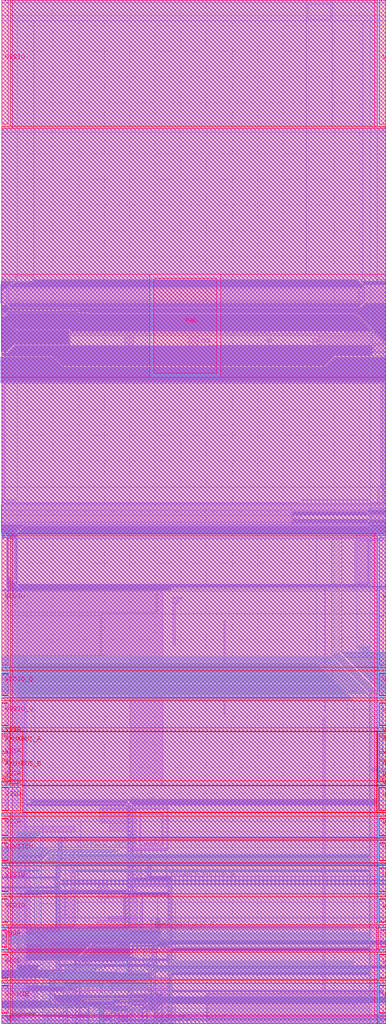
<source format=lef>
# Copyright 2020 The SkyWater PDK Authors
#
# Licensed under the Apache License, Version 2.0 (the "License");
# you may not use this file except in compliance with the License.
# You may obtain a copy of the License at
#
#     https://www.apache.org/licenses/LICENSE-2.0
#
# Unless required by applicable law or agreed to in writing, software
# distributed under the License is distributed on an "AS IS" BASIS,
# WITHOUT WARRANTIES OR CONDITIONS OF ANY KIND, either express or implied.
# See the License for the specific language governing permissions and
# limitations under the License.
#
# SPDX-License-Identifier: Apache-2.0

VERSION 5.5 ;
NAMESCASESENSITIVE ON ;
BUSBITCHARS "[]" ;
DIVIDERCHAR "/" ;
MACRO sky130_fd_io__top_xres4v2
  CLASS BLOCK ;
  SOURCE USER ;
  ORIGIN  0.000000  0.000000 ;
  SIZE 75 BY 200 ;
  SYMMETRY R90 ;
  PIN AMUXBUS_A
    ANTENNAPARTIALMETALSIDEAREA  111.1680 ;
    DIRECTION INOUT ;
    USE SIGNAL ;
    PORT
      LAYER met4 ;
        RECT 0.000000 53.125000 1.270000 56.105000 ;
    END
    PORT
      LAYER met4 ;
        RECT 73.730000 53.125000 75.000000 56.105000 ;
    END
  END AMUXBUS_A
  PIN AMUXBUS_B
    ANTENNAPARTIALMETALSIDEAREA  111.1680 ;
    DIRECTION INOUT ;
    USE SIGNAL ;
    PORT
      LAYER met4 ;
        RECT 0.000000 48.365000 1.270000 51.345000 ;
    END
    PORT
      LAYER met4 ;
        RECT 73.730000 48.365000 75.000000 51.345000 ;
    END
  END AMUXBUS_B
  PIN DISABLE_PULLUP_H
    ANTENNAPARTIALCUTAREA  0.045000 ;
    DIRECTION INPUT ;
    USE SIGNAL ;
    PORT
      LAYER met1 ;
        RECT 28.635000 28.540000 33.025000 28.580000 ;
        RECT 28.635000 28.580000 28.950000 28.650000 ;
        RECT 28.635000 28.650000 28.880000 28.720000 ;
        RECT 28.635000 28.720000 28.865000 28.735000 ;
        RECT 28.635000 28.735000 28.865000 32.435000 ;
        RECT 28.685000 28.490000 33.025000 28.540000 ;
        RECT 28.755000 28.420000 33.025000 28.490000 ;
        RECT 28.825000 28.350000 33.025000 28.420000 ;
        RECT 32.555000 28.340000 33.025000 28.350000 ;
        RECT 32.625000 28.270000 33.025000 28.340000 ;
        RECT 32.695000 28.200000 33.025000 28.270000 ;
        RECT 32.760000  0.000000 33.020000  8.720000 ;
        RECT 32.760000  8.720000 33.020000  8.725000 ;
        RECT 32.760000  8.725000 33.025000  8.830000 ;
        RECT 32.765000  8.830000 33.025000  8.835000 ;
        RECT 32.765000  8.835000 33.025000 28.130000 ;
        RECT 32.765000 28.130000 33.025000 28.200000 ;
    END
    PORT
      LAYER met2 ;
        RECT 32.760000 0.000000 33.020000 0.640000 ;
    END
  END DISABLE_PULLUP_H
  PIN ENABLE_H
    ANTENNAPARTIALCUTAREA  0.180000 ;
    DIRECTION INPUT ;
    USE SIGNAL ;
    PORT
      LAYER met1 ;
        RECT 12.145000  6.635000 12.545000  6.665000 ;
        RECT 12.215000  6.565000 12.545000  6.635000 ;
        RECT 12.285000  0.000000 12.545000  6.495000 ;
        RECT 12.285000  6.495000 12.545000  6.565000 ;
        RECT 12.370000  6.665000 12.545000  6.775000 ;
        RECT 12.370000  6.775000 12.545000  6.845000 ;
        RECT 12.370000  6.845000 12.615000  6.915000 ;
        RECT 12.370000  6.915000 12.685000  6.925000 ;
        RECT 12.440000  6.925000 12.695000  6.995000 ;
        RECT 12.510000  6.995000 12.765000  7.065000 ;
        RECT 12.575000  7.065000 12.835000  7.130000 ;
        RECT 12.635000  7.130000 12.900000  7.190000 ;
        RECT 12.695000  7.190000 12.900000  7.250000 ;
        RECT 12.695000  7.250000 12.900000 10.230000 ;
        RECT 12.800000 10.230000 12.865000 10.265000 ;
        RECT 12.800000 10.265000 12.830000 10.300000 ;
        RECT 12.800000 10.300000 12.825000 10.305000 ;
    END
    PORT
      LAYER met2 ;
        RECT 12.285000 0.000000 12.545000 1.470000 ;
    END
  END ENABLE_H
  PIN ENABLE_VDDIO
    ANTENNAPARTIALCUTAREA  0.200000 ;
    DIRECTION INPUT ;
    USE SIGNAL ;
    PORT
      LAYER met2 ;
        RECT 8.425000 0.000000 8.895000 1.180000 ;
    END
    PORT
      LAYER met3 ;
        RECT 6.775000 17.410000  7.400000 17.515000 ;
        RECT 6.775000 17.515000  7.295000 17.620000 ;
        RECT 6.775000 17.620000  7.295000 31.295000 ;
        RECT 6.775000 31.295000  7.295000 31.400000 ;
        RECT 6.775000 31.400000  7.400000 31.505000 ;
        RECT 6.840000 17.345000  7.505000 17.410000 ;
        RECT 6.925000 31.505000  7.505000 31.655000 ;
        RECT 6.990000 17.195000  7.570000 17.345000 ;
        RECT 7.075000 31.655000  7.655000 31.805000 ;
        RECT 7.140000 17.045000  7.720000 17.195000 ;
        RECT 7.225000 31.805000  7.805000 31.955000 ;
        RECT 7.290000 16.895000  7.870000 17.045000 ;
        RECT 7.375000 31.955000  7.955000 32.105000 ;
        RECT 7.440000 16.745000  8.020000 16.895000 ;
        RECT 7.525000 32.105000  8.105000 32.255000 ;
        RECT 7.590000 16.595000  8.170000 16.745000 ;
        RECT 7.675000 32.255000  8.255000 32.405000 ;
        RECT 7.740000 16.445000  8.320000 16.595000 ;
        RECT 7.825000 32.405000  8.405000 32.555000 ;
        RECT 7.890000 16.295000  8.470000 16.445000 ;
        RECT 7.975000 32.555000  8.555000 32.705000 ;
        RECT 8.040000 16.145000  8.620000 16.295000 ;
        RECT 8.125000 32.705000  8.705000 32.855000 ;
        RECT 8.190000 15.995000  8.770000 16.145000 ;
        RECT 8.275000 32.855000  8.855000 33.005000 ;
        RECT 8.295000 15.890000  8.920000 15.995000 ;
        RECT 8.400000  0.000000  8.920000 15.785000 ;
        RECT 8.400000 15.785000  8.920000 15.890000 ;
        RECT 8.425000 33.005000  9.005000 33.155000 ;
        RECT 8.575000 33.155000  9.155000 33.305000 ;
        RECT 8.665000 33.305000  9.305000 33.395000 ;
        RECT 8.815000 33.395000 22.275000 33.545000 ;
        RECT 8.965000 33.545000 22.275000 33.695000 ;
        RECT 9.115000 33.695000 22.275000 33.845000 ;
        RECT 9.265000 33.845000 22.275000 33.995000 ;
        RECT 9.395000 33.995000 22.275000 34.125000 ;
    END
  END ENABLE_VDDIO
  PIN EN_VDDIO_SIG_H
    ANTENNAPARTIALCUTAREA  0.157500 ;
    DIRECTION INPUT ;
    USE SIGNAL ;
    PORT
      LAYER met1 ;
        RECT 22.360000 0.000000 22.660000 1.205000 ;
    END
    PORT
      LAYER met2 ;
        RECT  9.735000  4.520000 10.050000  4.575000 ;
        RECT  9.735000  4.575000  9.995000  4.630000 ;
        RECT  9.735000  4.630000  9.995000  8.860000 ;
        RECT  9.735000  8.860000  9.995000  8.915000 ;
        RECT  9.735000  8.915000 10.050000  8.970000 ;
        RECT  9.790000  4.465000 10.105000  4.520000 ;
        RECT  9.805000  8.970000 10.105000  9.040000 ;
        RECT  9.860000  4.395000 10.160000  4.465000 ;
        RECT  9.875000  9.040000 10.175000  9.110000 ;
        RECT  9.930000  4.325000 10.230000  4.395000 ;
        RECT  9.945000  9.110000 10.245000  9.180000 ;
        RECT 10.000000  4.255000 10.300000  4.325000 ;
        RECT 10.015000  9.180000 10.315000  9.250000 ;
        RECT 10.070000  4.185000 10.370000  4.255000 ;
        RECT 10.085000  9.250000 10.385000  9.320000 ;
        RECT 10.140000  4.115000 10.440000  4.185000 ;
        RECT 10.155000  9.320000 10.455000  9.390000 ;
        RECT 10.210000  4.045000 10.510000  4.115000 ;
        RECT 10.225000  9.390000 10.525000  9.460000 ;
        RECT 10.280000  3.975000 10.580000  4.045000 ;
        RECT 10.295000  9.460000 10.595000  9.530000 ;
        RECT 10.350000  3.905000 10.650000  3.975000 ;
        RECT 10.365000  9.530000 10.665000  9.600000 ;
        RECT 10.420000  3.835000 10.720000  3.905000 ;
        RECT 10.435000  9.600000 10.735000  9.670000 ;
        RECT 10.490000  3.765000 10.790000  3.835000 ;
        RECT 10.505000  9.670000 10.805000  9.740000 ;
        RECT 10.560000  3.695000 10.860000  3.765000 ;
        RECT 10.575000  9.740000 10.875000  9.810000 ;
        RECT 10.610000  3.645000 15.095000  3.695000 ;
        RECT 10.645000  9.810000 10.945000  9.880000 ;
        RECT 10.650000 26.825000 11.125000 27.085000 ;
        RECT 10.650000 27.085000 11.055000 27.155000 ;
        RECT 10.650000 27.155000 10.985000 27.225000 ;
        RECT 10.650000 27.225000 10.915000 27.295000 ;
        RECT 10.650000 27.295000 10.910000 27.300000 ;
        RECT 10.650000 27.300000 10.910000 27.935000 ;
        RECT 10.650000 27.935000 10.910000 28.005000 ;
        RECT 10.650000 28.005000 10.980000 28.075000 ;
        RECT 10.650000 28.075000 11.050000 28.145000 ;
        RECT 10.650000 28.145000 11.120000 28.150000 ;
        RECT 10.650000 28.150000 11.125000 28.410000 ;
        RECT 10.655000 26.820000 11.125000 26.825000 ;
        RECT 10.680000  3.575000 15.025000  3.645000 ;
        RECT 10.715000  9.880000 11.015000  9.950000 ;
        RECT 10.720000 28.410000 11.125000 28.480000 ;
        RECT 10.725000 26.750000 11.125000 26.820000 ;
        RECT 10.750000  3.505000 14.955000  3.575000 ;
        RECT 10.755000  9.950000 11.085000  9.990000 ;
        RECT 10.790000 28.480000 11.125000 28.550000 ;
        RECT 10.795000 26.680000 11.125000 26.750000 ;
        RECT 10.810000  9.990000 11.125000 10.045000 ;
        RECT 10.820000  3.435000 14.885000  3.505000 ;
        RECT 10.860000 28.550000 11.125000 28.620000 ;
        RECT 10.865000 10.045000 11.125000 10.100000 ;
        RECT 10.865000 10.100000 11.125000 26.610000 ;
        RECT 10.865000 26.610000 11.125000 26.680000 ;
        RECT 10.865000 28.620000 11.125000 28.625000 ;
        RECT 10.865000 28.625000 11.125000 31.085000 ;
        RECT 10.865000 31.085000 11.125000 31.140000 ;
        RECT 10.865000 31.140000 11.180000 31.195000 ;
        RECT 10.935000 31.195000 11.235000 31.265000 ;
        RECT 11.005000 31.265000 11.305000 31.335000 ;
        RECT 11.075000 31.335000 11.375000 31.405000 ;
        RECT 11.145000 31.405000 11.445000 31.475000 ;
        RECT 11.150000 31.475000 11.515000 31.480000 ;
        RECT 11.205000 31.480000 11.520000 31.535000 ;
        RECT 11.260000 31.535000 11.520000 31.590000 ;
        RECT 11.260000 31.590000 11.520000 36.020000 ;
        RECT 11.260000 36.020000 12.150000 36.280000 ;
        RECT 14.845000  3.695000 15.145000  3.765000 ;
        RECT 14.915000  3.765000 15.215000  3.835000 ;
        RECT 14.985000  3.835000 15.285000  3.905000 ;
        RECT 15.055000  3.905000 15.355000  3.975000 ;
        RECT 15.125000  3.975000 15.425000  4.045000 ;
        RECT 15.195000  4.045000 15.495000  4.115000 ;
        RECT 15.265000  4.115000 15.565000  4.185000 ;
        RECT 15.335000  4.185000 15.635000  4.255000 ;
        RECT 15.405000  4.255000 15.705000  4.325000 ;
        RECT 15.475000  4.325000 15.775000  4.395000 ;
        RECT 15.545000  4.395000 15.845000  4.465000 ;
        RECT 15.615000  4.465000 15.915000  4.535000 ;
        RECT 15.625000  4.535000 15.985000  4.545000 ;
        RECT 15.695000  4.545000 28.765000  4.615000 ;
        RECT 15.765000  4.615000 28.835000  4.685000 ;
        RECT 15.835000  4.685000 28.905000  4.755000 ;
        RECT 15.885000  4.755000 28.975000  4.805000 ;
        RECT 22.065000  4.540000 22.940000  4.545000 ;
        RECT 22.135000  4.470000 22.870000  4.540000 ;
        RECT 22.205000  4.400000 22.800000  4.470000 ;
        RECT 22.275000  4.330000 22.730000  4.400000 ;
        RECT 22.345000  4.260000 22.660000  4.330000 ;
        RECT 22.350000  4.255000 22.660000  4.260000 ;
        RECT 22.355000  4.250000 22.660000  4.255000 ;
        RECT 22.360000  0.000000 22.660000  4.245000 ;
        RECT 22.360000  4.245000 22.660000  4.250000 ;
        RECT 28.725000  4.805000 29.025000  4.875000 ;
        RECT 28.795000  4.875000 29.095000  4.945000 ;
        RECT 28.865000  4.945000 29.165000  5.015000 ;
        RECT 28.935000  5.015000 29.235000  5.085000 ;
        RECT 29.005000  5.085000 29.305000  5.155000 ;
        RECT 29.075000  5.155000 29.375000  5.225000 ;
        RECT 29.145000  5.225000 29.445000  5.295000 ;
        RECT 29.210000  5.295000 29.515000  5.360000 ;
        RECT 29.265000  5.360000 29.580000  5.415000 ;
        RECT 29.320000  5.415000 29.580000  5.470000 ;
        RECT 29.320000  5.470000 29.580000 10.975000 ;
        RECT 29.320000 10.975000 29.580000 11.030000 ;
        RECT 29.320000 11.030000 29.635000 11.085000 ;
        RECT 29.390000 11.085000 29.690000 11.155000 ;
        RECT 29.460000 11.155000 29.760000 11.225000 ;
        RECT 29.530000 11.225000 29.830000 11.295000 ;
        RECT 29.600000 11.295000 29.900000 11.365000 ;
        RECT 29.660000 11.365000 29.970000 11.425000 ;
        RECT 29.715000 11.425000 30.030000 11.480000 ;
        RECT 29.770000 11.480000 30.030000 11.535000 ;
        RECT 29.770000 11.535000 30.030000 15.645000 ;
        RECT 29.770000 15.645000 30.030000 15.700000 ;
        RECT 29.770000 15.700000 30.085000 15.755000 ;
        RECT 29.840000 15.755000 30.140000 15.825000 ;
        RECT 29.910000 15.825000 30.210000 15.895000 ;
        RECT 29.980000 15.895000 30.280000 15.965000 ;
        RECT 30.050000 15.965000 30.350000 16.035000 ;
        RECT 30.120000 16.035000 30.420000 16.105000 ;
        RECT 30.190000 16.105000 30.490000 16.175000 ;
        RECT 30.255000 16.175000 30.560000 16.240000 ;
        RECT 30.310000 16.240000 30.625000 16.295000 ;
        RECT 30.365000 16.295000 30.625000 16.350000 ;
        RECT 30.365000 16.350000 30.625000 20.495000 ;
    END
  END EN_VDDIO_SIG_H
  PIN FILT_IN_H
    ANTENNAPARTIALCUTAREA  0.960000 ;
    DIRECTION INPUT ;
    USE SIGNAL ;
    PORT
      LAYER met2 ;
        RECT 20.075000 0.000000 21.225000 3.455000 ;
    END
    PORT
      LAYER met3 ;
        RECT 20.075000 0.000000 21.225000  6.670000 ;
        RECT 20.075000 6.670000 21.225000  6.820000 ;
        RECT 20.075000 6.820000 21.375000  6.970000 ;
        RECT 20.075000 6.970000 21.525000  7.120000 ;
        RECT 20.075000 7.120000 21.675000  7.150000 ;
        RECT 20.225000 7.150000 21.705000  7.300000 ;
        RECT 20.375000 7.300000 21.855000  7.450000 ;
        RECT 20.525000 7.450000 22.005000  7.600000 ;
        RECT 20.675000 7.600000 22.155000  7.750000 ;
        RECT 20.825000 7.750000 22.305000  7.900000 ;
        RECT 20.975000 7.900000 22.455000  8.050000 ;
        RECT 21.125000 8.050000 22.605000  8.200000 ;
        RECT 21.275000 8.200000 22.755000  8.350000 ;
        RECT 21.425000 8.350000 22.905000  8.500000 ;
        RECT 21.575000 8.500000 23.055000  8.650000 ;
        RECT 21.725000 8.650000 23.205000  8.800000 ;
        RECT 21.875000 8.800000 23.355000  8.950000 ;
        RECT 22.025000 8.950000 23.505000  9.100000 ;
        RECT 22.175000 9.100000 23.655000  9.250000 ;
        RECT 22.325000 9.250000 23.805000  9.400000 ;
        RECT 22.420000 9.400000 23.955000  9.495000 ;
        RECT 22.570000 9.495000 24.050000  9.645000 ;
        RECT 22.720000 9.645000 24.050000  9.795000 ;
        RECT 22.870000 9.795000 24.050000  9.945000 ;
        RECT 22.905000 9.945000 24.050000  9.980000 ;
        RECT 22.905000 9.980000 24.050000 12.265000 ;
    END
  END FILT_IN_H
  PIN INP_SEL_H
    ANTENNAGATEAREA  6.240000 ;
    DIRECTION INPUT ;
    USE SIGNAL ;
    PORT
      LAYER met1 ;
        RECT 16.600000 11.420000 16.830000 12.310000 ;
        RECT 16.600000 12.310000 16.830000 12.360000 ;
        RECT 16.600000 12.360000 16.880000 12.410000 ;
        RECT 16.670000 12.410000 16.930000 12.480000 ;
        RECT 16.740000 12.480000 17.000000 12.550000 ;
        RECT 16.810000 12.550000 17.070000 12.620000 ;
        RECT 16.825000 12.620000 17.140000 12.635000 ;
        RECT 16.870000 12.635000 25.295000 12.680000 ;
        RECT 16.915000 12.680000 25.340000 12.725000 ;
        RECT 16.985000 12.725000 25.385000 12.795000 ;
        RECT 17.055000 12.795000 25.385000 12.865000 ;
        RECT 24.640000 12.615000 25.275000 12.635000 ;
        RECT 24.710000 12.545000 25.205000 12.615000 ;
        RECT 24.780000 12.475000 25.135000 12.545000 ;
        RECT 24.785000 12.470000 25.135000 12.475000 ;
        RECT 24.845000 12.410000 25.135000 12.470000 ;
        RECT 24.905000  0.000000 25.135000 12.350000 ;
        RECT 24.905000 12.350000 25.135000 12.410000 ;
        RECT 24.975000 12.865000 25.385000 12.935000 ;
        RECT 25.045000 12.935000 25.385000 13.005000 ;
        RECT 25.115000 13.005000 25.385000 13.075000 ;
        RECT 25.155000 13.075000 25.385000 13.115000 ;
        RECT 25.155000 13.115000 25.385000 15.035000 ;
        RECT 25.155000 15.035000 25.385000 15.085000 ;
        RECT 25.155000 15.085000 25.435000 15.135000 ;
        RECT 25.225000 15.135000 25.485000 15.205000 ;
        RECT 25.295000 15.205000 25.555000 15.275000 ;
        RECT 25.365000 15.275000 25.625000 15.345000 ;
        RECT 25.435000 15.345000 25.695000 15.415000 ;
        RECT 25.505000 15.415000 25.765000 15.485000 ;
        RECT 25.575000 15.485000 25.835000 15.555000 ;
        RECT 25.635000 15.555000 25.905000 15.615000 ;
        RECT 25.705000 15.615000 29.965000 15.685000 ;
        RECT 25.775000 15.685000 30.035000 15.755000 ;
        RECT 25.845000 15.755000 30.105000 15.825000 ;
        RECT 25.865000 15.825000 30.175000 15.845000 ;
        RECT 29.935000 15.845000 30.195000 15.915000 ;
        RECT 30.005000 15.915000 30.265000 15.985000 ;
        RECT 30.075000 15.985000 30.335000 16.055000 ;
        RECT 30.145000 16.055000 30.405000 16.125000 ;
        RECT 30.215000 16.125000 30.475000 16.195000 ;
        RECT 30.285000 16.195000 30.545000 16.265000 ;
        RECT 30.355000 16.265000 30.615000 16.335000 ;
        RECT 30.425000 16.335000 30.685000 16.405000 ;
        RECT 30.495000 16.405000 30.755000 16.475000 ;
        RECT 30.565000 16.475000 30.825000 16.545000 ;
        RECT 30.635000 16.545000 30.895000 16.615000 ;
        RECT 30.705000 16.615000 30.965000 16.685000 ;
        RECT 30.755000 16.685000 31.035000 16.735000 ;
        RECT 30.805000 16.735000 31.035000 16.785000 ;
        RECT 30.805000 16.785000 31.035000 19.345000 ;
    END
  END INP_SEL_H
  PIN PAD
    ANTENNAPARTIALMETALSIDEAREA  245.6270 ;
    DIRECTION INOUT ;
    USE SIGNAL ;
    PORT
      LAYER met5 ;
        RECT 29.695000 127.115000 41.990000 145.625000 ;
    END
  END PAD
  PIN PAD_A_ESD_H
    ANTENNAPARTIALCUTAREA  0.960000 ;
    DIRECTION INOUT ;
    USE SIGNAL ;
    PORT
      LAYER met2 ;
        RECT 17.245000 0.000000 18.910000 3.135000 ;
    END
    PORT
      LAYER met3 ;
        RECT 17.245000 0.000000 18.910000 3.135000 ;
    END
  END PAD_A_ESD_H
  PIN PULLUP_H
    ANTENNAPARTIALCUTAREA  0.270000 ;
    DIRECTION INOUT ;
    USE SIGNAL ;
    PORT
      LAYER met1 ;
        RECT  6.065000 43.285000 24.570000 43.355000 ;
        RECT  6.065000 43.355000 24.500000 43.425000 ;
        RECT  6.065000 43.425000 24.430000 43.495000 ;
        RECT  6.065000 43.495000 24.380000 43.545000 ;
        RECT 14.555000  0.000000 15.135000 12.210000 ;
        RECT 14.555000 12.210000 15.135000 12.275000 ;
        RECT 14.555000 12.275000 15.200000 12.340000 ;
        RECT 14.625000 12.340000 15.265000 12.410000 ;
        RECT 14.695000 12.410000 15.335000 12.480000 ;
        RECT 14.765000 12.480000 15.405000 12.550000 ;
        RECT 14.835000 12.550000 15.475000 12.620000 ;
        RECT 14.905000 12.620000 15.545000 12.690000 ;
        RECT 14.975000 12.690000 15.615000 12.760000 ;
        RECT 15.045000 12.760000 15.685000 12.830000 ;
        RECT 15.115000 12.830000 15.755000 12.900000 ;
        RECT 15.185000 12.900000 15.825000 12.970000 ;
        RECT 15.255000 12.970000 15.895000 13.040000 ;
        RECT 15.325000 13.040000 15.965000 13.110000 ;
        RECT 15.395000 13.110000 16.035000 13.180000 ;
        RECT 15.465000 13.180000 16.105000 13.250000 ;
        RECT 15.535000 13.250000 16.175000 13.320000 ;
        RECT 15.605000 13.320000 16.245000 13.390000 ;
        RECT 15.675000 13.390000 16.315000 13.460000 ;
        RECT 15.745000 13.460000 16.385000 13.530000 ;
        RECT 15.815000 13.530000 16.455000 13.600000 ;
        RECT 15.885000 13.600000 16.525000 13.670000 ;
        RECT 15.955000 13.670000 16.595000 13.740000 ;
        RECT 16.025000 13.740000 16.665000 13.810000 ;
        RECT 16.095000 13.810000 16.735000 13.880000 ;
        RECT 16.165000 13.880000 16.805000 13.950000 ;
        RECT 16.235000 13.950000 16.875000 14.020000 ;
        RECT 16.305000 14.020000 16.945000 14.090000 ;
        RECT 16.375000 14.090000 17.015000 14.160000 ;
        RECT 16.445000 14.160000 17.085000 14.230000 ;
        RECT 16.515000 14.230000 17.155000 14.300000 ;
        RECT 16.585000 14.300000 17.225000 14.370000 ;
        RECT 16.655000 14.370000 17.295000 14.440000 ;
        RECT 16.725000 14.440000 17.365000 14.510000 ;
        RECT 16.795000 14.510000 17.435000 14.580000 ;
        RECT 16.865000 14.580000 17.505000 14.650000 ;
        RECT 16.935000 14.650000 17.575000 14.720000 ;
        RECT 17.005000 14.720000 17.645000 14.790000 ;
        RECT 17.075000 14.790000 17.715000 14.860000 ;
        RECT 17.145000 14.860000 17.785000 14.930000 ;
        RECT 17.215000 14.930000 17.855000 15.000000 ;
        RECT 17.285000 15.000000 17.925000 15.070000 ;
        RECT 17.355000 15.070000 17.995000 15.140000 ;
        RECT 17.425000 15.140000 18.065000 15.210000 ;
        RECT 17.495000 15.210000 18.135000 15.280000 ;
        RECT 17.565000 15.280000 18.205000 15.350000 ;
        RECT 17.635000 15.350000 18.275000 15.420000 ;
        RECT 17.705000 15.420000 21.745000 15.490000 ;
        RECT 17.775000 15.490000 21.815000 15.560000 ;
        RECT 17.845000 15.560000 21.885000 15.630000 ;
        RECT 17.915000 15.630000 21.955000 15.700000 ;
        RECT 17.985000 15.700000 22.025000 15.770000 ;
        RECT 18.055000 15.770000 22.095000 15.840000 ;
        RECT 18.125000 15.840000 22.165000 15.910000 ;
        RECT 18.135000 15.910000 22.235000 15.920000 ;
        RECT 21.605000 15.920000 22.245000 15.990000 ;
        RECT 21.675000 15.990000 22.315000 16.060000 ;
        RECT 21.745000 16.060000 22.385000 16.130000 ;
        RECT 21.815000 16.130000 22.455000 16.200000 ;
        RECT 21.885000 16.200000 22.525000 16.270000 ;
        RECT 21.955000 16.270000 22.595000 16.340000 ;
        RECT 22.025000 16.340000 22.665000 16.410000 ;
        RECT 22.095000 16.410000 22.735000 16.480000 ;
        RECT 22.165000 16.480000 22.805000 16.550000 ;
        RECT 22.235000 16.550000 22.875000 16.620000 ;
        RECT 22.305000 16.620000 22.945000 16.690000 ;
        RECT 22.375000 16.690000 23.015000 16.760000 ;
        RECT 22.445000 16.760000 23.085000 16.830000 ;
        RECT 22.515000 16.830000 23.155000 16.900000 ;
        RECT 22.585000 16.900000 23.225000 16.970000 ;
        RECT 22.655000 16.970000 23.295000 17.040000 ;
        RECT 22.725000 17.040000 23.365000 17.110000 ;
        RECT 22.795000 17.110000 23.435000 17.180000 ;
        RECT 22.865000 17.180000 23.505000 17.250000 ;
        RECT 22.935000 17.250000 23.575000 17.320000 ;
        RECT 23.005000 17.320000 23.645000 17.390000 ;
        RECT 23.075000 17.390000 23.715000 17.460000 ;
        RECT 23.145000 17.460000 23.785000 17.530000 ;
        RECT 23.215000 17.530000 23.855000 17.600000 ;
        RECT 23.285000 17.600000 23.925000 17.670000 ;
        RECT 23.355000 17.670000 23.995000 17.740000 ;
        RECT 23.425000 17.740000 24.065000 17.810000 ;
        RECT 23.495000 17.810000 24.135000 17.880000 ;
        RECT 23.565000 17.880000 24.205000 17.950000 ;
        RECT 23.635000 17.950000 24.275000 18.020000 ;
        RECT 23.705000 18.020000 24.345000 18.090000 ;
        RECT 23.775000 18.090000 24.415000 18.160000 ;
        RECT 23.845000 18.160000 24.485000 18.230000 ;
        RECT 23.915000 18.230000 24.555000 18.300000 ;
        RECT 23.985000 18.300000 24.625000 18.370000 ;
        RECT 24.015000 18.370000 24.695000 18.400000 ;
        RECT 24.085000 18.400000 24.725000 18.470000 ;
        RECT 24.155000 18.470000 24.725000 18.540000 ;
        RECT 24.225000 18.540000 24.725000 18.610000 ;
        RECT 24.225000 18.610000 24.725000 25.145000 ;
        RECT 24.225000 25.145000 24.725000 25.215000 ;
        RECT 24.225000 25.215000 24.795000 25.285000 ;
        RECT 24.225000 25.285000 24.865000 25.355000 ;
        RECT 24.295000 25.355000 24.935000 25.425000 ;
        RECT 24.325000 43.230000 24.640000 43.285000 ;
        RECT 24.365000 25.425000 25.005000 25.495000 ;
        RECT 24.395000 43.160000 24.695000 43.230000 ;
        RECT 24.435000 25.495000 25.075000 25.565000 ;
        RECT 24.465000 43.090000 24.765000 43.160000 ;
        RECT 24.505000 25.565000 25.145000 25.635000 ;
        RECT 24.535000 43.020000 24.835000 43.090000 ;
        RECT 24.575000 25.635000 25.215000 25.705000 ;
        RECT 24.605000 25.705000 25.285000 25.735000 ;
        RECT 24.605000 42.950000 24.905000 43.020000 ;
        RECT 24.675000 25.735000 25.315000 25.805000 ;
        RECT 24.675000 42.880000 24.975000 42.950000 ;
        RECT 24.745000 25.805000 25.315000 25.875000 ;
        RECT 24.745000 42.810000 25.045000 42.880000 ;
        RECT 24.815000 25.875000 25.315000 25.945000 ;
        RECT 24.815000 25.945000 25.315000 42.610000 ;
        RECT 24.815000 42.610000 25.250000 42.675000 ;
        RECT 24.815000 42.675000 25.185000 42.740000 ;
        RECT 24.815000 42.740000 25.115000 42.810000 ;
    END
    PORT
      LAYER met2 ;
        RECT 14.555000 0.000000 15.135000 0.985000 ;
    END
  END PULLUP_H
  PIN TIE_HI_ESD
    ANTENNAPARTIALCUTAREA  0.045000 ;
    DIRECTION OUTPUT ;
    USE SIGNAL ;
    PORT
      LAYER met1 ;
        RECT 28.185000 4.895000 30.220000 4.965000 ;
        RECT 28.185000 4.965000 30.150000 5.035000 ;
        RECT 28.185000 5.035000 30.080000 5.105000 ;
        RECT 28.185000 5.105000 30.010000 5.175000 ;
        RECT 28.185000 5.175000 29.940000 5.245000 ;
        RECT 28.185000 5.245000 29.870000 5.315000 ;
        RECT 28.185000 5.315000 29.800000 5.385000 ;
        RECT 28.185000 5.385000 29.730000 5.455000 ;
        RECT 28.185000 5.455000 29.660000 5.525000 ;
        RECT 28.185000 5.525000 29.640000 5.545000 ;
        RECT 29.395000 4.870000 30.290000 4.895000 ;
        RECT 29.465000 4.800000 30.315000 4.870000 ;
        RECT 29.535000 4.730000 30.385000 4.800000 ;
        RECT 29.605000 4.660000 30.455000 4.730000 ;
        RECT 29.675000 4.590000 30.525000 4.660000 ;
        RECT 29.745000 4.520000 30.595000 4.590000 ;
        RECT 29.815000 4.450000 30.665000 4.520000 ;
        RECT 29.885000 4.380000 30.735000 4.450000 ;
        RECT 29.955000 4.310000 30.805000 4.380000 ;
        RECT 30.025000 4.240000 30.875000 4.310000 ;
        RECT 30.095000 4.170000 30.945000 4.240000 ;
        RECT 30.165000 4.100000 31.015000 4.170000 ;
        RECT 30.235000 4.030000 31.085000 4.100000 ;
        RECT 30.295000 3.970000 31.155000 4.030000 ;
        RECT 30.365000 3.900000 31.155000 3.970000 ;
        RECT 30.435000 3.830000 31.155000 3.900000 ;
        RECT 30.505000 0.000000 31.155000 3.760000 ;
        RECT 30.505000 3.760000 31.155000 3.830000 ;
    END
    PORT
      LAYER met2 ;
        RECT 30.505000 0.000000 31.155000 0.330000 ;
    END
  END TIE_HI_ESD
  PIN TIE_LO_ESD
    ANTENNAPARTIALCUTAREA  0.045000 ;
    DIRECTION OUTPUT ;
    USE SIGNAL ;
    PORT
      LAYER met1 ;
        RECT 27.580000 0.000000 28.230000 2.855000 ;
        RECT 27.580000 2.855000 28.230000 2.925000 ;
        RECT 27.580000 2.925000 28.300000 2.995000 ;
        RECT 27.580000 2.995000 28.370000 3.065000 ;
        RECT 27.580000 3.065000 28.440000 3.125000 ;
        RECT 27.650000 3.125000 28.500000 3.195000 ;
        RECT 27.720000 3.195000 28.570000 3.265000 ;
        RECT 27.790000 3.265000 28.640000 3.335000 ;
        RECT 27.860000 3.335000 28.710000 3.405000 ;
        RECT 27.915000 3.405000 28.780000 3.460000 ;
        RECT 27.985000 3.460000 28.835000 3.530000 ;
        RECT 28.055000 3.530000 28.835000 3.600000 ;
        RECT 28.125000 3.600000 28.835000 3.670000 ;
        RECT 28.185000 3.670000 28.835000 3.730000 ;
        RECT 28.185000 3.730000 28.835000 4.105000 ;
    END
    PORT
      LAYER met2 ;
        RECT 27.580000 0.000000 28.230000 0.330000 ;
    END
  END TIE_LO_ESD
  PIN TIE_WEAK_HI_H
    ANTENNAPARTIALCUTAREA  0.520000 ;
    DIRECTION INOUT ;
    USE SIGNAL ;
    PORT
      LAYER met2 ;
        RECT 72.215000 0.000000 73.235000 0.770000 ;
    END
    PORT
      LAYER met3 ;
        RECT 64.860000 71.930000 66.310000 72.080000 ;
        RECT 64.860000 72.080000 66.160000 72.230000 ;
        RECT 64.860000 72.230000 66.010000 72.380000 ;
        RECT 64.860000 72.380000 65.990000 72.400000 ;
        RECT 64.860000 72.400000 65.990000 94.645000 ;
        RECT 64.990000 71.800000 66.460000 71.930000 ;
        RECT 65.140000 71.650000 66.590000 71.800000 ;
        RECT 65.290000 71.500000 66.740000 71.650000 ;
        RECT 65.440000 71.350000 66.890000 71.500000 ;
        RECT 65.590000 71.200000 67.040000 71.350000 ;
        RECT 65.740000 71.050000 67.190000 71.200000 ;
        RECT 65.890000 70.900000 67.340000 71.050000 ;
        RECT 66.040000 70.750000 67.490000 70.900000 ;
        RECT 66.190000 70.600000 67.640000 70.750000 ;
        RECT 66.340000 70.450000 67.790000 70.600000 ;
        RECT 66.490000 70.300000 67.940000 70.450000 ;
        RECT 66.640000 70.150000 68.090000 70.300000 ;
        RECT 66.790000 70.000000 68.240000 70.150000 ;
        RECT 66.940000 69.850000 68.390000 70.000000 ;
        RECT 67.090000 69.700000 68.540000 69.850000 ;
        RECT 67.240000 69.550000 68.690000 69.700000 ;
        RECT 67.390000 69.400000 68.840000 69.550000 ;
        RECT 67.540000 69.250000 68.990000 69.400000 ;
        RECT 67.690000 69.100000 69.140000 69.250000 ;
        RECT 67.840000 68.950000 69.290000 69.100000 ;
        RECT 67.990000 68.800000 69.440000 68.950000 ;
        RECT 68.140000 68.650000 69.590000 68.800000 ;
        RECT 68.290000 68.500000 69.740000 68.650000 ;
        RECT 68.440000 68.350000 69.890000 68.500000 ;
        RECT 68.590000 68.200000 70.040000 68.350000 ;
        RECT 68.740000 68.050000 70.190000 68.200000 ;
        RECT 68.890000 67.900000 70.340000 68.050000 ;
        RECT 69.040000 67.750000 70.490000 67.900000 ;
        RECT 69.190000 67.600000 70.640000 67.750000 ;
        RECT 69.340000 67.450000 70.790000 67.600000 ;
        RECT 69.490000 67.300000 70.940000 67.450000 ;
        RECT 69.640000 67.150000 71.090000 67.300000 ;
        RECT 69.790000 67.000000 71.240000 67.150000 ;
        RECT 69.940000 66.850000 71.390000 67.000000 ;
        RECT 70.090000 66.700000 71.540000 66.850000 ;
        RECT 70.240000 66.550000 71.690000 66.700000 ;
        RECT 70.390000 66.400000 71.840000 66.550000 ;
        RECT 70.540000 66.250000 71.990000 66.400000 ;
        RECT 70.690000 66.100000 72.140000 66.250000 ;
        RECT 70.840000 65.950000 72.290000 66.100000 ;
        RECT 70.990000 65.800000 72.440000 65.950000 ;
        RECT 71.140000 65.650000 72.590000 65.800000 ;
        RECT 71.290000 65.500000 72.740000 65.650000 ;
        RECT 71.440000 65.350000 72.890000 65.500000 ;
        RECT 71.590000 65.200000 73.040000 65.350000 ;
        RECT 71.740000 65.050000 73.190000 65.200000 ;
        RECT 71.890000 64.900000 73.340000 65.050000 ;
        RECT 72.040000 64.750000 73.490000 64.900000 ;
        RECT 72.190000  0.000000 73.260000 49.320000 ;
        RECT 72.190000 49.320000 73.260000 49.470000 ;
        RECT 72.190000 49.470000 73.410000 49.620000 ;
        RECT 72.190000 49.620000 73.560000 49.770000 ;
        RECT 72.190000 49.770000 73.710000 49.920000 ;
        RECT 72.190000 49.920000 73.860000 49.985000 ;
        RECT 72.190000 49.985000 73.925000 64.465000 ;
        RECT 72.190000 64.465000 73.860000 64.530000 ;
        RECT 72.190000 64.530000 73.795000 64.595000 ;
        RECT 72.190000 64.595000 73.790000 64.600000 ;
        RECT 72.190000 64.600000 73.640000 64.750000 ;
    END
  END TIE_WEAK_HI_H
  PIN XRES_H_N
    ANTENNAPARTIALCUTAREA  0.240000 ;
    DIRECTION OUTPUT ;
    USE SIGNAL ;
    PORT
      LAYER met2 ;
        RECT 28.915000 0.000000 29.685000 0.335000 ;
    END
    PORT
      LAYER met3 ;
        RECT 28.170000 10.610000 29.050000 10.760000 ;
        RECT 28.170000 10.760000 28.900000 10.910000 ;
        RECT 28.170000 10.910000 28.900000 14.770000 ;
        RECT 28.185000 10.595000 29.200000 10.610000 ;
        RECT 28.335000 10.445000 29.215000 10.595000 ;
        RECT 28.485000 10.295000 29.365000 10.445000 ;
        RECT 28.635000 10.145000 29.515000 10.295000 ;
        RECT 28.785000  9.995000 29.665000 10.145000 ;
        RECT 28.935000  0.000000 29.665000  9.845000 ;
        RECT 28.935000  9.845000 29.665000  9.995000 ;
    END
  END XRES_H_N
  PIN VCCD
    DIRECTION INOUT ;
    USE POWER ;
    PORT
      LAYER met4 ;
        RECT 0.000000 8.885000 1.270000 13.535000 ;
    END
    PORT
      LAYER met4 ;
        RECT 73.730000 8.885000 75.000000 13.535000 ;
    END
    PORT
      LAYER met5 ;
        RECT 0.000000 8.985000 1.270000 13.435000 ;
    END
    PORT
      LAYER met5 ;
        RECT 73.730000 8.985000 75.000000 13.435000 ;
    END
  END VCCD
  PIN VCCHIB
    DIRECTION INOUT ;
    USE POWER ;
    PORT
      LAYER met4 ;
        RECT 0.000000 2.035000 1.270000 7.485000 ;
    END
    PORT
      LAYER met4 ;
        RECT 73.730000 2.035000 75.000000 7.485000 ;
    END
    PORT
      LAYER met5 ;
        RECT 0.000000 2.135000 1.270000 7.385000 ;
    END
    PORT
      LAYER met5 ;
        RECT 73.730000 2.135000 75.000000 7.385000 ;
    END
  END VCCHIB
  PIN VDDA
    DIRECTION INOUT ;
    USE POWER ;
    PORT
      LAYER met4 ;
        RECT 0.000000 14.935000 0.965000 18.385000 ;
    END
    PORT
      LAYER met4 ;
        RECT 74.035000 14.935000 75.000000 18.385000 ;
    END
    PORT
      LAYER met5 ;
        RECT 0.000000 15.035000 0.965000 18.285000 ;
    END
    PORT
      LAYER met5 ;
        RECT 74.035000 15.035000 75.000000 18.285000 ;
    END
  END VDDA
  PIN VDDIO
    DIRECTION INOUT ;
    USE POWER ;
    PORT
      LAYER met4 ;
        RECT 0.000000 19.785000 1.270000 24.435000 ;
    END
    PORT
      LAYER met4 ;
        RECT 0.000000 70.035000 1.270000 95.000000 ;
    END
    PORT
      LAYER met4 ;
        RECT 73.730000 19.785000 75.000000 24.435000 ;
    END
    PORT
      LAYER met4 ;
        RECT 73.730000 70.035000 75.000000 95.000000 ;
    END
    PORT
      LAYER met5 ;
        RECT 0.000000 19.885000 1.270000 24.335000 ;
    END
    PORT
      LAYER met5 ;
        RECT 0.000000 70.035000 1.270000 94.985000 ;
    END
    PORT
      LAYER met5 ;
        RECT 73.730000 19.885000 75.000000 24.335000 ;
    END
    PORT
      LAYER met5 ;
        RECT 73.730000 70.035000 75.000000 94.985000 ;
    END
  END VDDIO
  PIN VDDIO_Q
    DIRECTION INOUT ;
    USE POWER ;
    PORT
      LAYER met4 ;
        RECT 0.000000 64.085000 1.270000 68.535000 ;
    END
    PORT
      LAYER met4 ;
        RECT 73.730000 64.085000 75.000000 68.535000 ;
    END
    PORT
      LAYER met5 ;
        RECT 0.000000 64.185000 1.270000 68.435000 ;
    END
    PORT
      LAYER met5 ;
        RECT 73.730000 64.185000 75.000000 68.435000 ;
    END
  END VDDIO_Q
  PIN VSSA
    DIRECTION INOUT ;
    USE GROUND ;
    PORT
      LAYER met4 ;
        RECT 0.000000 36.735000 1.270000 40.185000 ;
    END
    PORT
      LAYER met4 ;
        RECT 0.000000 47.735000 1.270000 48.065000 ;
    END
    PORT
      LAYER met4 ;
        RECT 0.000000 51.645000 1.270000 52.825000 ;
    END
    PORT
      LAYER met4 ;
        RECT 0.000000 56.405000 1.270000 56.735000 ;
    END
    PORT
      LAYER met4 ;
        RECT 73.730000 36.735000 75.000000 40.185000 ;
    END
    PORT
      LAYER met4 ;
        RECT 73.730000 47.735000 75.000000 48.065000 ;
    END
    PORT
      LAYER met4 ;
        RECT 73.730000 51.645000 75.000000 52.825000 ;
    END
    PORT
      LAYER met4 ;
        RECT 73.730000 56.405000 75.000000 56.735000 ;
    END
    PORT
      LAYER met5 ;
        RECT 0.000000 36.840000 1.270000 40.085000 ;
    END
    PORT
      LAYER met5 ;
        RECT 0.000000 47.735000 1.270000 56.735000 ;
    END
    PORT
      LAYER met5 ;
        RECT 73.730000 36.840000 75.000000 40.085000 ;
    END
    PORT
      LAYER met5 ;
        RECT 73.730000 47.735000 75.000000 56.735000 ;
    END
  END VSSA
  PIN VSSD
    DIRECTION INOUT ;
    USE GROUND ;
    PORT
      LAYER met4 ;
        RECT 0.000000 41.585000 1.270000 41.655000 ;
        RECT 0.000000 41.655000 3.720000 46.170000 ;
        RECT 0.000000 46.170000 1.270000 46.235000 ;
    END
    PORT
      LAYER met4 ;
        RECT 73.655000 41.630000 75.000000 46.190000 ;
        RECT 73.730000 41.585000 75.000000 41.630000 ;
        RECT 73.730000 46.190000 75.000000 46.235000 ;
    END
    PORT
      LAYER met5 ;
        RECT 0.000000 41.685000 1.270000 46.135000 ;
    END
    PORT
      LAYER met5 ;
        RECT 73.730000 41.685000 75.000000 46.135000 ;
    END
  END VSSD
  PIN VSSIO
    DIRECTION INOUT ;
    USE GROUND ;
    PORT
      LAYER met4 ;
        RECT 0.000000 175.785000 1.270000 200.000000 ;
    END
    PORT
      LAYER met4 ;
        RECT 0.000000 25.835000 1.270000 30.485000 ;
    END
    PORT
      LAYER met4 ;
        RECT 73.730000 175.785000 75.000000 200.000000 ;
    END
    PORT
      LAYER met4 ;
        RECT 73.730000 25.835000 75.000000 30.485000 ;
    END
    PORT
      LAYER met5 ;
        RECT 0.000000 175.785000 1.270000 200.000000 ;
    END
    PORT
      LAYER met5 ;
        RECT 0.000000 25.935000 1.270000 30.385000 ;
    END
    PORT
      LAYER met5 ;
        RECT 73.730000 175.785000 75.000000 200.000000 ;
    END
    PORT
      LAYER met5 ;
        RECT 73.730000 25.935000 75.000000 30.385000 ;
    END
  END VSSIO
  PIN VSSIO_Q
    DIRECTION INOUT ;
    USE GROUND ;
    PORT
      LAYER met4 ;
        RECT 0.000000 58.235000 1.270000 62.685000 ;
    END
    PORT
      LAYER met4 ;
        RECT 73.730000 58.235000 75.000000 62.685000 ;
    END
    PORT
      LAYER met5 ;
        RECT 0.000000 58.335000 1.270000 62.585000 ;
    END
    PORT
      LAYER met5 ;
        RECT 73.730000 58.335000 75.000000 62.585000 ;
    END
  END VSSIO_Q
  PIN VSWITCH
    DIRECTION INOUT ;
    USE POWER ;
    PORT
      LAYER met4 ;
        RECT 0.000000 31.885000 1.270000 35.335000 ;
    END
    PORT
      LAYER met4 ;
        RECT 73.730000 31.885000 75.000000 35.335000 ;
    END
    PORT
      LAYER met5 ;
        RECT 0.000000 31.985000 1.270000 35.235000 ;
    END
    PORT
      LAYER met5 ;
        RECT 73.730000 31.985000 75.000000 35.235000 ;
    END
  END VSWITCH
  OBS
    LAYER li1 ;
      RECT -0.265000 125.265000 75.000000 129.185000 ;
      RECT -0.265000 129.185000 41.620000 130.225000 ;
      RECT -0.160000 140.815000 75.160000 144.435000 ;
      RECT  0.000000  96.860000 58.340000  96.865000 ;
      RECT  0.000000  96.865000 75.000000  97.865000 ;
      RECT  0.000000  97.865000 58.340000  99.360000 ;
      RECT  0.000000  99.360000 75.000000 101.740000 ;
      RECT  0.000000 101.740000 58.340000 101.780000 ;
      RECT  0.000000 101.780000  0.165000 102.385000 ;
      RECT  0.000000 102.385000  0.455000 102.395000 ;
      RECT  0.000000 102.395000  0.595000 125.265000 ;
      RECT  0.000000 130.995000 38.355000 131.325000 ;
      RECT  0.000000 131.325000 13.200000 134.390000 ;
      RECT  0.000000 134.390000 75.000000 134.950000 ;
      RECT  0.000000 134.950000 52.445000 136.970000 ;
      RECT  0.000000 136.970000  1.045000 138.600000 ;
      RECT  0.000000 138.600000 75.000000 140.050000 ;
      RECT  0.700000 130.425000 42.015000 130.795000 ;
      RECT  0.700000 130.795000 38.355000 130.995000 ;
      RECT  0.985000   0.185000 33.890000   0.645000 ;
      RECT  0.985000   0.645000  4.525000   3.740000 ;
      RECT  0.985000   3.740000  7.065000   4.105000 ;
      RECT  0.985000 101.780000  2.645000 102.395000 ;
      RECT  1.015000   4.105000  7.065000   8.600000 ;
      RECT  1.015000   8.600000  5.625000  12.860000 ;
      RECT  1.015000  12.860000  6.055000  13.870000 ;
      RECT  1.015000  13.870000  5.625000  17.770000 ;
      RECT  1.015000  17.770000 14.130000  18.870000 ;
      RECT  1.015000  18.870000  5.605000  37.435000 ;
      RECT  1.015000  37.435000 14.270000  38.625000 ;
      RECT  1.015000  38.625000  4.525000  71.780000 ;
      RECT  1.015000  71.780000 31.450000  84.665000 ;
      RECT  1.100000  85.320000  2.790000  96.860000 ;
      RECT  1.145000  84.665000 31.450000  85.320000 ;
      RECT 11.005000  17.765000 11.270000  17.770000 ;
      RECT 11.270000  18.870000 14.130000  25.580000 ;
      RECT 13.095000   3.770000 16.800000   6.465000 ;
      RECT 13.095000   6.465000 32.410000   6.520000 ;
      RECT 13.095000   6.520000 32.395000   8.665000 ;
      RECT 13.460000  25.580000 14.130000  27.375000 ;
      RECT 13.460000  27.375000 20.685000  27.545000 ;
      RECT 13.460000  27.545000 14.130000  34.045000 ;
      RECT 14.130000 136.970000 52.445000 137.930000 ;
      RECT 14.130000 137.930000 75.000000 138.600000 ;
      RECT 14.165000  13.360000 14.435000  13.735000 ;
      RECT 14.185000   8.665000 14.385000  12.750000 ;
      RECT 14.480000  13.050000 24.760000  15.670000 ;
      RECT 16.115000  10.105000 16.285000  10.160000 ;
      RECT 16.115000  10.160000 16.800000  10.330000 ;
      RECT 16.115000  10.330000 16.285000  10.635000 ;
      RECT 16.130000  11.590000 16.800000  11.760000 ;
      RECT 16.630000  11.480000 16.800000  11.590000 ;
      RECT 16.630000  11.760000 16.800000  12.010000 ;
      RECT 16.950000  15.670000 24.760000  15.930000 ;
      RECT 16.950000  15.930000 32.350000  16.600000 ;
      RECT 16.950000  16.600000 26.460000  18.815000 ;
      RECT 17.885000   0.645000 33.890000   3.235000 ;
      RECT 18.700000  18.815000 26.460000  20.255000 ;
      RECT 18.885000  24.405000 20.685000  27.375000 ;
      RECT 19.155000  39.220000 26.270000  41.890000 ;
      RECT 19.155000  41.890000 32.495000  42.120000 ;
      RECT 19.155000  42.120000 32.435000  43.020000 ;
      RECT 20.685000  20.255000 26.460000  20.490000 ;
      RECT 20.855000  20.490000 26.460000  21.035000 ;
      RECT 20.855000  24.480000 26.460000  25.800000 ;
      RECT 21.135000  37.530000 26.270000  39.220000 ;
      RECT 23.730000  21.035000 26.460000  24.480000 ;
      RECT 24.035000 131.325000 25.835000 134.390000 ;
      RECT 24.435000  11.465000 25.140000  11.995000 ;
      RECT 24.470000   9.975000 25.105000  10.160000 ;
      RECT 24.470000  10.160000 25.140000  10.330000 ;
      RECT 24.470000  10.330000 25.105000  10.505000 ;
      RECT 25.070000  25.800000 26.460000  26.780000 ;
      RECT 25.070000  26.780000 32.625000  27.950000 ;
      RECT 25.070000  27.950000 27.385000  33.830000 ;
      RECT 25.070000  33.830000 32.435000  33.940000 ;
      RECT 25.070000  33.940000 32.495000  34.170000 ;
      RECT 25.070000  34.170000 26.270000  37.530000 ;
      RECT 25.140000  47.770000 31.450000  71.780000 ;
      RECT 26.480000  14.880000 26.650000  15.410000 ;
      RECT 26.975000  34.730000 31.525000  34.960000 ;
      RECT 26.975000  34.960000 27.205000  40.965000 ;
      RECT 26.975000  40.965000 31.525000  41.195000 ;
      RECT 27.370000  17.445000 27.540000  25.820000 ;
      RECT 27.760000  14.880000 27.930000  15.410000 ;
      RECT 27.850000  35.215000 30.690000  35.385000 ;
      RECT 28.665000  30.760000 28.835000  31.290000 ;
      RECT 28.665000  31.845000 28.835000  32.375000 ;
      RECT 29.035000  28.960000 29.205000  29.490000 ;
      RECT 29.035000  30.070000 29.205000  30.600000 ;
      RECT 29.065000  31.460000 29.595000  31.630000 ;
      RECT 29.150000  18.365000 29.680000  18.535000 ;
      RECT 29.150000  20.125000 29.680000  20.295000 ;
      RECT 29.330000  24.890000 30.490000  25.220000 ;
      RECT 29.455000   3.235000 32.410000   6.465000 ;
      RECT 30.105000  25.405000 30.635000  25.575000 ;
      RECT 30.115000  29.700000 30.645000  29.870000 ;
      RECT 30.215000  14.720000 30.385000  15.250000 ;
      RECT 30.415000  19.390000 30.585000  19.920000 ;
      RECT 30.415000  20.510000 30.585000  21.040000 ;
      RECT 30.835000  17.635000 31.005000  18.165000 ;
      RECT 30.835000  18.755000 31.005000  19.285000 ;
      RECT 30.960000  46.750000 31.490000  46.920000 ;
      RECT 31.130000  46.485000 31.490000  46.750000 ;
      RECT 31.130000  46.920000 31.490000  47.155000 ;
      RECT 31.295000  34.960000 31.525000  40.965000 ;
      RECT 31.495000  14.720000 31.665000  15.250000 ;
      RECT 32.155000  28.780000 32.325000  32.550000 ;
      RECT 32.265000  34.170000 32.495000  41.890000 ;
      RECT 33.420000  73.960000 33.870000  81.465000 ;
      RECT 33.445000  82.260000 34.600000  83.340000 ;
      RECT 33.535000  81.905000 34.065000  82.075000 ;
      RECT 34.850000  83.100000 35.380000  83.270000 ;
      RECT 35.090000   0.900000 38.860000   1.070000 ;
      RECT 35.160000   1.070000 38.860000   1.080000 ;
      RECT 36.555000 131.325000 38.355000 134.390000 ;
      RECT 38.970000 133.145000 40.600000 133.825000 ;
      RECT 40.040000   0.195000 74.560000   5.755000 ;
      RECT 40.335000   5.755000 74.560000   5.960000 ;
      RECT 40.495000 130.795000 42.015000 130.995000 ;
      RECT 40.495000 130.995000 75.000000 132.595000 ;
      RECT 42.840000 129.770000 43.730000 130.440000 ;
      RECT 43.350000  60.495000 43.720000  78.760000 ;
      RECT 48.290000 129.770000 50.440000 130.440000 ;
      RECT 51.880000 133.145000 52.770000 133.815000 ;
      RECT 53.575000 135.430000 55.095000 137.450000 ;
      RECT 53.970000   5.960000 74.560000   6.580000 ;
      RECT 55.000000 129.770000 56.460000 130.440000 ;
      RECT 58.340000 102.310000 72.060000 102.395000 ;
      RECT 60.770000 133.145000 61.800000 133.815000 ;
      RECT 60.855000 129.760000 61.780000 130.430000 ;
      RECT 62.040000 129.185000 75.000000 130.225000 ;
      RECT 62.065000 132.595000 75.000000 134.390000 ;
      RECT 62.730000   6.580000 63.170000  59.670000 ;
      RECT 63.130000  60.940000 63.180000  85.005000 ;
      RECT 67.105000 134.950000 75.000000 137.930000 ;
      RECT 68.960000  85.895000 71.490000  86.125000 ;
      RECT 68.960000  86.125000 74.315000  94.410000 ;
      RECT 69.260000  94.410000 74.315000  96.865000 ;
      RECT 72.060000  97.865000 75.000000  99.360000 ;
      RECT 72.060000 101.740000 75.000000 101.780000 ;
      RECT 73.265000   6.580000 74.560000  84.995000 ;
      RECT 73.265000  84.995000 73.855000  85.020000 ;
      RECT 74.355000 101.780000 75.000000 125.265000 ;
    LAYER met1 ;
      RECT -0.145000  95.895000  2.680000  95.965000 ;
      RECT -0.145000  95.965000  2.750000  96.035000 ;
      RECT -0.145000  96.035000  2.820000  96.105000 ;
      RECT -0.145000  96.105000  2.890000  96.175000 ;
      RECT -0.145000  96.175000  2.960000  96.245000 ;
      RECT -0.145000  96.245000  3.030000  96.315000 ;
      RECT -0.145000  96.315000  3.100000  96.385000 ;
      RECT -0.145000  96.385000  3.170000  96.455000 ;
      RECT -0.145000  96.455000  3.240000  96.525000 ;
      RECT -0.145000  96.525000  3.310000  96.595000 ;
      RECT -0.145000  96.543000  3.328000  96.610000 ;
      RECT -0.145000  96.543000  3.328000  96.610000 ;
      RECT -0.145000  96.595000  3.380000  96.665000 ;
      RECT -0.145000  96.610000  3.395000  96.680000 ;
      RECT -0.145000  96.610000  3.395000  96.680000 ;
      RECT -0.145000  96.665000  3.450000  96.735000 ;
      RECT -0.145000  96.680000  3.465000  96.750000 ;
      RECT -0.145000  96.680000  3.465000  96.750000 ;
      RECT -0.145000  96.735000  3.520000  96.805000 ;
      RECT -0.145000  96.750000  3.535000  96.820000 ;
      RECT -0.145000  96.750000  3.535000  96.820000 ;
      RECT -0.145000  96.805000  3.590000  96.875000 ;
      RECT -0.145000  96.820000  3.605000  96.890000 ;
      RECT -0.145000  96.820000  3.605000  96.890000 ;
      RECT -0.145000  96.875000  3.660000  96.945000 ;
      RECT -0.145000  96.890000  3.675000  96.960000 ;
      RECT -0.145000  96.890000  3.675000  96.960000 ;
      RECT -0.145000  96.945000  3.730000  97.015000 ;
      RECT -0.145000  96.960000  3.745000  97.030000 ;
      RECT -0.145000  96.960000  3.745000  97.030000 ;
      RECT -0.145000  97.015000  3.800000  97.085000 ;
      RECT -0.145000  97.030000  3.815000  97.100000 ;
      RECT -0.145000  97.030000  3.815000  97.100000 ;
      RECT -0.145000  97.085000  3.870000  97.155000 ;
      RECT -0.145000  97.100000  3.885000  97.170000 ;
      RECT -0.145000  97.100000  3.885000  97.170000 ;
      RECT -0.145000  97.155000  3.940000  97.225000 ;
      RECT -0.145000  97.170000  3.955000  97.240000 ;
      RECT -0.145000  97.170000  3.955000  97.240000 ;
      RECT -0.145000  97.225000  4.010000  97.295000 ;
      RECT -0.145000  97.240000  4.025000  97.310000 ;
      RECT -0.145000  97.240000  4.025000  97.310000 ;
      RECT -0.145000  97.295000  4.080000  97.365000 ;
      RECT -0.145000  97.310000  4.095000  97.380000 ;
      RECT -0.145000  97.310000  4.095000  97.380000 ;
      RECT -0.145000  97.365000  4.150000  97.435000 ;
      RECT -0.145000  97.380000  4.165000  97.450000 ;
      RECT -0.145000  97.380000  4.165000  97.450000 ;
      RECT -0.145000  97.435000  4.220000  97.505000 ;
      RECT -0.145000  97.450000  4.235000  97.520000 ;
      RECT -0.145000  97.450000  4.235000  97.520000 ;
      RECT -0.145000  97.505000  4.290000  97.530000 ;
      RECT -0.145000  97.520000  4.305000  97.530000 ;
      RECT -0.145000  97.520000  4.305000  97.530000 ;
      RECT -0.145000  97.530000 56.545000 100.330000 ;
      RECT -0.145000 100.330000 56.545000 101.420000 ;
      RECT -0.145000 125.440000 14.680000 125.510000 ;
      RECT -0.145000 125.440000 14.680000 125.510000 ;
      RECT -0.145000 125.510000 14.610000 125.580000 ;
      RECT -0.145000 125.510000 14.610000 125.580000 ;
      RECT -0.145000 125.580000 14.540000 125.650000 ;
      RECT -0.145000 125.580000 14.540000 125.650000 ;
      RECT -0.145000 125.650000 14.470000 125.720000 ;
      RECT -0.145000 125.650000 14.470000 125.720000 ;
      RECT -0.145000 125.720000 14.400000 125.790000 ;
      RECT -0.145000 125.720000 14.400000 125.790000 ;
      RECT -0.145000 125.790000 14.330000 125.860000 ;
      RECT -0.145000 125.790000 14.330000 125.860000 ;
      RECT -0.145000 125.860000 14.260000 125.930000 ;
      RECT -0.145000 125.860000 14.260000 125.930000 ;
      RECT -0.145000 125.930000 14.190000 126.000000 ;
      RECT -0.145000 125.930000 14.190000 126.000000 ;
      RECT -0.145000 126.000000 14.120000 126.070000 ;
      RECT -0.145000 126.000000 14.120000 126.070000 ;
      RECT -0.145000 126.070000 14.050000 126.140000 ;
      RECT -0.145000 126.070000 14.050000 126.140000 ;
      RECT -0.145000 126.140000 13.980000 126.210000 ;
      RECT -0.145000 126.140000 13.980000 126.210000 ;
      RECT -0.145000 126.210000 13.910000 126.280000 ;
      RECT -0.145000 126.210000 13.910000 126.280000 ;
      RECT -0.145000 126.280000 13.840000 126.350000 ;
      RECT -0.145000 126.280000 13.840000 126.350000 ;
      RECT -0.145000 126.350000 13.770000 126.420000 ;
      RECT -0.145000 126.350000 13.770000 126.420000 ;
      RECT -0.145000 126.420000 13.700000 126.490000 ;
      RECT -0.145000 126.420000 13.700000 126.490000 ;
      RECT -0.145000 126.490000 13.630000 126.560000 ;
      RECT -0.145000 126.490000 13.630000 126.560000 ;
      RECT -0.145000 126.560000 13.560000 126.630000 ;
      RECT -0.145000 126.560000 13.560000 126.630000 ;
      RECT -0.145000 126.630000 13.490000 126.700000 ;
      RECT -0.145000 126.630000 13.490000 126.700000 ;
      RECT -0.145000 126.700000 13.420000 126.770000 ;
      RECT -0.145000 126.700000 13.420000 126.770000 ;
      RECT -0.145000 126.770000 13.350000 126.840000 ;
      RECT -0.145000 126.770000 13.350000 126.840000 ;
      RECT -0.145000 126.840000 13.280000 126.910000 ;
      RECT -0.145000 126.840000 13.280000 126.910000 ;
      RECT -0.145000 126.910000 13.210000 126.980000 ;
      RECT -0.145000 126.910000 13.210000 126.980000 ;
      RECT -0.145000 126.980000 13.140000 127.050000 ;
      RECT -0.145000 126.980000 13.140000 127.050000 ;
      RECT -0.145000 127.050000 13.070000 127.120000 ;
      RECT -0.145000 127.050000 13.070000 127.120000 ;
      RECT -0.145000 127.120000 13.000000 127.190000 ;
      RECT -0.145000 127.120000 13.000000 127.190000 ;
      RECT -0.145000 127.190000 12.930000 127.260000 ;
      RECT -0.145000 127.190000 12.930000 127.260000 ;
      RECT -0.145000 127.260000 12.860000 127.330000 ;
      RECT -0.145000 127.260000 12.860000 127.330000 ;
      RECT -0.145000 127.330000 12.790000 127.400000 ;
      RECT -0.145000 127.330000 12.790000 127.400000 ;
      RECT -0.145000 127.400000 12.720000 127.470000 ;
      RECT -0.145000 127.400000 12.720000 127.470000 ;
      RECT -0.145000 127.470000 12.650000 127.540000 ;
      RECT -0.145000 127.470000 12.650000 127.540000 ;
      RECT -0.145000 127.540000 12.580000 127.610000 ;
      RECT -0.145000 127.540000 12.580000 127.610000 ;
      RECT -0.145000 127.610000 12.510000 127.680000 ;
      RECT -0.145000 127.610000 12.510000 127.680000 ;
      RECT -0.145000 127.680000 12.440000 127.750000 ;
      RECT -0.145000 127.680000 12.440000 127.750000 ;
      RECT -0.145000 127.750000 12.370000 127.820000 ;
      RECT -0.145000 127.750000 12.370000 127.820000 ;
      RECT -0.145000 127.820000 12.300000 127.890000 ;
      RECT -0.145000 127.820000 12.300000 127.890000 ;
      RECT -0.145000 127.890000 12.230000 127.960000 ;
      RECT -0.145000 127.890000 12.230000 127.960000 ;
      RECT -0.145000 127.960000 12.160000 128.030000 ;
      RECT -0.145000 127.960000 12.160000 128.030000 ;
      RECT -0.145000 128.030000 12.090000 128.100000 ;
      RECT -0.145000 128.030000 12.090000 128.100000 ;
      RECT -0.145000 128.100000 12.020000 128.170000 ;
      RECT -0.145000 128.100000 12.020000 128.170000 ;
      RECT -0.145000 128.170000 11.950000 128.240000 ;
      RECT -0.145000 128.170000 11.950000 128.240000 ;
      RECT -0.145000 128.240000 11.930000 128.260000 ;
      RECT -0.145000 128.240000 11.930000 128.260000 ;
      RECT -0.145000 128.260000 11.860000 128.330000 ;
      RECT -0.145000 128.260000 11.860000 128.330000 ;
      RECT -0.145000 128.330000 11.790000 128.400000 ;
      RECT -0.145000 128.330000 11.790000 128.400000 ;
      RECT -0.145000 128.400000 11.720000 128.470000 ;
      RECT -0.145000 128.400000 11.720000 128.470000 ;
      RECT -0.145000 128.470000 11.650000 128.540000 ;
      RECT -0.145000 128.470000 11.650000 128.540000 ;
      RECT -0.145000 128.540000 11.580000 128.610000 ;
      RECT -0.145000 128.540000 11.580000 128.610000 ;
      RECT -0.145000 128.610000 11.510000 128.680000 ;
      RECT -0.145000 128.610000 11.510000 128.680000 ;
      RECT -0.145000 128.680000 11.440000 128.750000 ;
      RECT -0.145000 128.680000 11.440000 128.750000 ;
      RECT -0.145000 128.750000 11.370000 128.820000 ;
      RECT -0.145000 128.750000 11.370000 128.820000 ;
      RECT -0.145000 128.820000 11.300000 128.890000 ;
      RECT -0.145000 128.820000 11.300000 128.890000 ;
      RECT -0.145000 128.890000 11.230000 128.960000 ;
      RECT -0.145000 128.890000 11.230000 128.960000 ;
      RECT -0.145000 128.960000 11.160000 129.030000 ;
      RECT -0.145000 128.960000 11.160000 129.030000 ;
      RECT -0.145000 129.030000 11.090000 129.100000 ;
      RECT -0.145000 129.030000 11.090000 129.100000 ;
      RECT -0.145000 129.100000 11.020000 129.170000 ;
      RECT -0.145000 129.100000 11.020000 129.170000 ;
      RECT -0.145000 129.170000 10.950000 129.240000 ;
      RECT -0.145000 129.170000 10.950000 129.240000 ;
      RECT -0.145000 129.240000 10.880000 129.310000 ;
      RECT -0.145000 129.240000 10.880000 129.310000 ;
      RECT -0.145000 129.310000 10.810000 129.380000 ;
      RECT -0.145000 129.310000 10.810000 129.380000 ;
      RECT -0.145000 129.380000 10.740000 129.450000 ;
      RECT -0.145000 129.380000 10.740000 129.450000 ;
      RECT -0.145000 129.450000 10.670000 129.520000 ;
      RECT -0.145000 129.450000 10.670000 129.520000 ;
      RECT -0.145000 129.520000 10.600000 129.590000 ;
      RECT -0.145000 129.520000 10.600000 129.590000 ;
      RECT -0.145000 129.590000 10.530000 129.660000 ;
      RECT -0.145000 129.590000 10.530000 129.660000 ;
      RECT -0.145000 129.660000 10.460000 129.730000 ;
      RECT -0.145000 129.660000 10.460000 129.730000 ;
      RECT -0.145000 129.730000 10.390000 129.800000 ;
      RECT -0.145000 129.730000 10.390000 129.800000 ;
      RECT -0.145000 129.800000 10.320000 129.870000 ;
      RECT -0.145000 129.800000 10.320000 129.870000 ;
      RECT -0.145000 129.870000 10.250000 129.940000 ;
      RECT -0.145000 129.870000 10.250000 129.940000 ;
      RECT -0.145000 129.940000 10.180000 130.010000 ;
      RECT -0.145000 129.940000 10.180000 130.010000 ;
      RECT -0.145000 130.010000 10.110000 130.080000 ;
      RECT -0.145000 130.010000 10.110000 130.080000 ;
      RECT -0.145000 130.080000 10.040000 130.150000 ;
      RECT -0.145000 130.080000 10.040000 130.150000 ;
      RECT -0.145000 130.150000  9.970000 130.220000 ;
      RECT -0.145000 130.150000  9.970000 130.220000 ;
      RECT -0.145000 131.275000  0.940000 131.345000 ;
      RECT -0.145000 131.275000  0.940000 131.345000 ;
      RECT -0.145000 131.345000  1.010000 131.415000 ;
      RECT -0.145000 131.345000  1.010000 131.415000 ;
      RECT -0.145000 131.415000  1.080000 131.485000 ;
      RECT -0.145000 131.415000  1.080000 131.485000 ;
      RECT -0.145000 131.485000  1.150000 131.555000 ;
      RECT -0.145000 131.485000  1.150000 131.555000 ;
      RECT -0.145000 131.555000  1.220000 131.625000 ;
      RECT -0.145000 131.555000  1.220000 131.625000 ;
      RECT -0.145000 131.625000  1.290000 131.695000 ;
      RECT -0.145000 131.625000  1.290000 131.695000 ;
      RECT -0.145000 131.695000  1.360000 131.765000 ;
      RECT -0.145000 131.695000  1.360000 131.765000 ;
      RECT -0.145000 131.765000  1.430000 131.835000 ;
      RECT -0.145000 131.765000  1.430000 131.835000 ;
      RECT -0.145000 131.835000  1.500000 131.905000 ;
      RECT -0.145000 131.835000  1.500000 131.905000 ;
      RECT -0.145000 131.905000  1.570000 131.975000 ;
      RECT -0.145000 131.905000  1.570000 131.975000 ;
      RECT -0.145000 131.975000  1.640000 132.045000 ;
      RECT -0.145000 131.975000  1.640000 132.045000 ;
      RECT -0.145000 132.045000  1.710000 132.115000 ;
      RECT -0.145000 132.045000  1.710000 132.115000 ;
      RECT -0.145000 132.115000  1.780000 132.185000 ;
      RECT -0.145000 132.115000  1.780000 132.185000 ;
      RECT -0.145000 132.185000  1.850000 132.255000 ;
      RECT -0.145000 132.185000  1.850000 132.255000 ;
      RECT -0.145000 132.255000  1.920000 132.325000 ;
      RECT -0.145000 132.255000  1.920000 132.325000 ;
      RECT -0.145000 132.325000  1.990000 132.395000 ;
      RECT -0.145000 132.325000  1.990000 132.395000 ;
      RECT -0.145000 132.395000  2.060000 132.465000 ;
      RECT -0.145000 132.395000  2.060000 132.465000 ;
      RECT -0.145000 132.465000  2.130000 132.535000 ;
      RECT -0.145000 132.465000  2.130000 132.535000 ;
      RECT -0.145000 132.535000  2.200000 132.605000 ;
      RECT -0.145000 132.535000  2.200000 132.605000 ;
      RECT -0.145000 132.605000  2.270000 132.675000 ;
      RECT -0.145000 132.605000  2.270000 132.675000 ;
      RECT -0.145000 132.675000  2.340000 132.740000 ;
      RECT -0.145000 132.675000  2.340000 132.740000 ;
      RECT -0.145000 132.740000  2.405000 132.810000 ;
      RECT -0.145000 132.740000  2.405000 132.810000 ;
      RECT -0.145000 132.810000  2.475000 132.880000 ;
      RECT -0.145000 132.810000  2.475000 132.880000 ;
      RECT -0.145000 132.880000  2.545000 132.950000 ;
      RECT -0.145000 132.880000  2.545000 132.950000 ;
      RECT -0.145000 132.950000  2.615000 133.020000 ;
      RECT -0.145000 132.950000  2.615000 133.020000 ;
      RECT -0.145000 133.020000  2.685000 133.090000 ;
      RECT -0.145000 133.020000  2.685000 133.090000 ;
      RECT -0.145000 133.090000  2.755000 133.160000 ;
      RECT -0.145000 133.090000  2.755000 133.160000 ;
      RECT -0.145000 133.160000  2.825000 133.230000 ;
      RECT -0.145000 133.160000  2.825000 133.230000 ;
      RECT -0.145000 133.230000  2.895000 133.300000 ;
      RECT -0.145000 133.230000  2.895000 133.300000 ;
      RECT -0.145000 133.300000  2.965000 133.370000 ;
      RECT -0.145000 133.300000  2.965000 133.370000 ;
      RECT -0.145000 133.370000  3.035000 133.440000 ;
      RECT -0.145000 133.370000  3.035000 133.440000 ;
      RECT -0.145000 133.440000  3.105000 133.510000 ;
      RECT -0.145000 133.440000  3.105000 133.510000 ;
      RECT -0.145000 133.510000  3.175000 133.580000 ;
      RECT -0.145000 133.510000  3.175000 133.580000 ;
      RECT -0.145000 133.580000  3.245000 133.650000 ;
      RECT -0.145000 133.580000  3.245000 133.650000 ;
      RECT -0.145000 133.650000  3.315000 133.720000 ;
      RECT -0.145000 133.650000  3.315000 133.720000 ;
      RECT -0.145000 133.720000  3.385000 133.790000 ;
      RECT -0.145000 133.720000  3.385000 133.790000 ;
      RECT -0.145000 133.790000  3.455000 133.860000 ;
      RECT -0.145000 133.790000  3.455000 133.860000 ;
      RECT -0.145000 133.860000  3.525000 133.930000 ;
      RECT -0.145000 133.860000  3.525000 133.930000 ;
      RECT -0.145000 133.930000  3.595000 134.000000 ;
      RECT -0.145000 133.930000  3.595000 134.000000 ;
      RECT -0.145000 134.000000  3.665000 134.070000 ;
      RECT -0.145000 134.000000  3.665000 134.070000 ;
      RECT -0.145000 134.070000  3.735000 134.140000 ;
      RECT -0.145000 134.070000  3.735000 134.140000 ;
      RECT -0.145000 134.140000  3.805000 134.180000 ;
      RECT -0.145000 134.140000  3.805000 134.180000 ;
      RECT -0.145000 134.179000  3.773000 134.250000 ;
      RECT -0.145000 134.179000  3.773000 134.250000 ;
      RECT -0.145000 134.250000  3.703000 134.320000 ;
      RECT -0.145000 134.250000  3.703000 134.320000 ;
      RECT -0.145000 134.320000  3.633000 134.390000 ;
      RECT -0.145000 134.320000  3.633000 134.390000 ;
      RECT -0.145000 134.390000  3.562000 134.460000 ;
      RECT -0.145000 134.390000  3.562000 134.460000 ;
      RECT -0.145000 134.460000  3.492000 134.530000 ;
      RECT -0.145000 134.460000  3.492000 134.530000 ;
      RECT -0.145000 134.530000  3.422000 134.600000 ;
      RECT -0.145000 134.530000  3.422000 134.600000 ;
      RECT -0.145000 134.600000  3.352000 134.670000 ;
      RECT -0.145000 134.600000  3.352000 134.670000 ;
      RECT -0.145000 134.670000  3.282000 134.740000 ;
      RECT -0.145000 134.670000  3.282000 134.740000 ;
      RECT -0.145000 134.740000  3.212000 134.810000 ;
      RECT -0.145000 134.740000  3.212000 134.810000 ;
      RECT -0.145000 134.810000  3.141000 134.880000 ;
      RECT -0.145000 134.810000  3.141000 134.880000 ;
      RECT -0.145000 134.880000  3.071000 134.950000 ;
      RECT -0.145000 134.880000  3.071000 134.950000 ;
      RECT -0.145000 134.950000  3.001000 135.020000 ;
      RECT -0.145000 134.950000  3.001000 135.020000 ;
      RECT -0.145000 135.020000  2.931000 135.090000 ;
      RECT -0.145000 135.020000  2.931000 135.090000 ;
      RECT -0.145000 135.090000  2.861000 135.160000 ;
      RECT -0.145000 135.090000  2.861000 135.160000 ;
      RECT -0.145000 135.160000  2.791000 135.230000 ;
      RECT -0.145000 135.160000  2.791000 135.230000 ;
      RECT -0.145000 135.230000  2.720000 135.300000 ;
      RECT -0.145000 135.230000  2.720000 135.300000 ;
      RECT -0.145000 135.300000  2.650000 135.370000 ;
      RECT -0.145000 135.300000  2.650000 135.370000 ;
      RECT -0.145000 135.370000  2.580000 135.440000 ;
      RECT -0.145000 135.370000  2.580000 135.440000 ;
      RECT -0.145000 135.440000  2.550000 135.470000 ;
      RECT -0.145000 135.440000  2.550000 135.470000 ;
      RECT -0.145000 135.470000  2.480000 135.540000 ;
      RECT -0.145000 135.470000  2.480000 135.540000 ;
      RECT -0.145000 135.540000  2.410000 135.610000 ;
      RECT -0.145000 135.540000  2.410000 135.610000 ;
      RECT -0.145000 135.610000  2.339000 135.680000 ;
      RECT -0.145000 135.610000  2.339000 135.680000 ;
      RECT -0.145000 135.680000  2.269000 135.750000 ;
      RECT -0.145000 135.680000  2.269000 135.750000 ;
      RECT -0.145000 135.750000  2.199000 135.820000 ;
      RECT -0.145000 135.750000  2.199000 135.820000 ;
      RECT -0.145000 135.820000  2.129000 135.890000 ;
      RECT -0.145000 135.820000  2.129000 135.890000 ;
      RECT -0.145000 135.890000  2.059000 135.960000 ;
      RECT -0.145000 135.890000  2.059000 135.960000 ;
      RECT -0.145000 135.960000  1.989000 136.030000 ;
      RECT -0.145000 135.960000  1.989000 136.030000 ;
      RECT -0.145000 136.030000  1.918000 136.100000 ;
      RECT -0.145000 136.030000  1.918000 136.100000 ;
      RECT -0.145000 136.100000  1.848000 136.170000 ;
      RECT -0.145000 136.100000  1.848000 136.170000 ;
      RECT -0.145000 136.170000  1.778000 136.240000 ;
      RECT -0.145000 136.170000  1.778000 136.240000 ;
      RECT -0.145000 136.240000  1.708000 136.310000 ;
      RECT -0.145000 136.240000  1.708000 136.310000 ;
      RECT -0.145000 136.310000  1.638000 136.380000 ;
      RECT -0.145000 136.310000  1.638000 136.380000 ;
      RECT -0.145000 136.380000  1.568000 136.450000 ;
      RECT -0.145000 136.380000  1.568000 136.450000 ;
      RECT -0.145000 136.450000  1.497000 136.520000 ;
      RECT -0.145000 136.450000  1.497000 136.520000 ;
      RECT -0.145000 136.520000  1.427000 136.590000 ;
      RECT -0.145000 136.520000  1.427000 136.590000 ;
      RECT -0.145000 136.590000  1.357000 136.660000 ;
      RECT -0.145000 136.590000  1.357000 136.660000 ;
      RECT -0.145000 136.660000  1.287000 136.730000 ;
      RECT -0.145000 136.660000  1.287000 136.730000 ;
      RECT -0.145000 136.730000  1.217000 136.800000 ;
      RECT -0.145000 136.730000  1.217000 136.800000 ;
      RECT -0.145000 136.800000  1.147000 136.870000 ;
      RECT -0.145000 136.800000  1.147000 136.870000 ;
      RECT -0.145000 136.870000  1.076000 136.940000 ;
      RECT -0.145000 136.870000  1.076000 136.940000 ;
      RECT -0.145000 136.940000  1.006000 137.010000 ;
      RECT -0.145000 136.940000  1.006000 137.010000 ;
      RECT -0.145000 137.010000  0.936000 137.080000 ;
      RECT -0.145000 137.010000  0.936000 137.080000 ;
      RECT -0.145000 137.080000  0.866000 137.150000 ;
      RECT -0.145000 137.080000  0.866000 137.150000 ;
      RECT -0.145000 137.150000  0.796000 137.220000 ;
      RECT -0.145000 137.150000  0.796000 137.220000 ;
      RECT -0.145000 137.220000  0.725000 137.290000 ;
      RECT -0.145000 137.220000  0.725000 137.290000 ;
      RECT -0.145000 137.290000  0.655000 137.360000 ;
      RECT -0.145000 137.290000  0.655000 137.360000 ;
      RECT -0.145000 137.360000  0.585000 137.430000 ;
      RECT -0.145000 137.360000  0.585000 137.430000 ;
      RECT -0.145000 137.430000  0.515000 137.500000 ;
      RECT -0.145000 137.430000  0.515000 137.500000 ;
      RECT -0.145000 137.500000  0.445000 137.570000 ;
      RECT -0.145000 137.500000  0.445000 137.570000 ;
      RECT -0.145000 137.570000  0.374000 137.640000 ;
      RECT -0.145000 137.570000  0.374000 137.640000 ;
      RECT -0.145000 137.640000  0.304000 137.710000 ;
      RECT -0.145000 137.640000  0.304000 137.710000 ;
      RECT -0.145000 137.710000  0.234000 137.780000 ;
      RECT -0.145000 137.710000  0.234000 137.780000 ;
      RECT -0.145000 137.780000  0.164000 137.850000 ;
      RECT -0.145000 137.780000  0.164000 137.850000 ;
      RECT -0.145000 137.850000  0.094000 137.920000 ;
      RECT -0.145000 137.850000  0.094000 137.920000 ;
      RECT -0.145000 137.920000  0.023000 137.990000 ;
      RECT -0.145000 137.920000  0.023000 137.990000 ;
      RECT -0.145000 137.990000 -0.047000 138.060000 ;
      RECT -0.145000 137.990000 -0.047000 138.060000 ;
      RECT -0.145000 138.060000 -0.117000 138.130000 ;
      RECT -0.145000 138.060000 -0.117000 138.130000 ;
      RECT -0.145000 138.158000  0.940000 139.015000 ;
      RECT -0.145000 139.015000  0.940000 139.085000 ;
      RECT -0.145000 139.085000  1.010000 139.155000 ;
      RECT -0.145000 139.155000  1.080000 139.225000 ;
      RECT -0.145000 139.225000  1.150000 139.295000 ;
      RECT -0.145000 139.295000  1.220000 139.365000 ;
      RECT -0.145000 139.365000  1.290000 139.435000 ;
      RECT -0.145000 139.435000  1.360000 139.505000 ;
      RECT -0.145000 139.505000 11.105000 139.540000 ;
      RECT -0.145000 139.540000 11.140000 139.575000 ;
      RECT -0.145000 139.575000 69.715000 139.645000 ;
      RECT -0.145000 139.645000 69.785000 139.715000 ;
      RECT -0.145000 139.715000 69.855000 139.785000 ;
      RECT -0.145000 139.785000 69.925000 139.850000 ;
      RECT -0.145000 139.850000  1.385000 139.920000 ;
      RECT -0.145000 139.920000  1.315000 139.990000 ;
      RECT -0.145000 139.990000  1.245000 140.060000 ;
      RECT -0.145000 140.060000  1.175000 140.130000 ;
      RECT -0.145000 140.130000  1.105000 140.200000 ;
      RECT -0.145000 140.200000  1.035000 140.270000 ;
      RECT -0.145000 140.270000  0.965000 140.340000 ;
      RECT -0.145000 140.340000  0.940000 140.365000 ;
      RECT -0.145000 140.365000  0.940000 143.640000 ;
      RECT -0.145000 143.640000  0.940000 143.710000 ;
      RECT -0.145000 143.710000  1.010000 143.780000 ;
      RECT -0.145000 143.780000  1.080000 143.850000 ;
      RECT -0.145000 143.850000  1.150000 143.920000 ;
      RECT -0.145000 143.920000  1.220000 143.990000 ;
      RECT -0.145000 143.990000  1.290000 144.060000 ;
      RECT -0.145000 144.060000  1.360000 144.130000 ;
      RECT -0.145000 144.130000  1.430000 144.200000 ;
      RECT -0.145000 144.200000  1.500000 144.270000 ;
      RECT -0.145000 144.270000  1.570000 144.340000 ;
      RECT -0.145000 144.340000  1.640000 144.410000 ;
      RECT -0.145000 144.410000  1.710000 144.480000 ;
      RECT -0.145000 144.480000  1.780000 144.550000 ;
      RECT -0.145000 144.550000  1.850000 144.620000 ;
      RECT -0.145000 144.620000  1.920000 144.690000 ;
      RECT -0.145000 144.690000  1.990000 144.760000 ;
      RECT -0.145000 144.760000  2.060000 144.830000 ;
      RECT -0.145000 144.830000  2.130000 144.900000 ;
      RECT -0.145000 144.900000  2.200000 144.970000 ;
      RECT -0.145000 144.970000  2.270000 145.040000 ;
      RECT -0.145000 145.040000  2.340000 145.110000 ;
      RECT -0.145000 145.110000  2.410000 145.130000 ;
      RECT -0.127000  96.525000  3.310000  96.545000 ;
      RECT -0.127000  96.525000  3.310000  96.545000 ;
      RECT -0.117000 138.130000  0.940000 138.160000 ;
      RECT -0.057000  96.455000  3.240000  96.525000 ;
      RECT -0.057000  96.455000  3.240000  96.525000 ;
      RECT -0.047000 138.060000  0.940000 138.130000 ;
      RECT  0.000000   0.000000  0.705000  84.591000 ;
      RECT  0.000000   0.000000 12.145000   6.437000 ;
      RECT  0.000000   6.437000 11.777000   6.805000 ;
      RECT  0.000000   6.805000 12.230000   6.983000 ;
      RECT  0.000000   6.983000 12.555000   7.308000 ;
      RECT  0.000000   7.308000 12.555000  10.370000 ;
      RECT  0.000000  10.370000 12.660000  10.445000 ;
      RECT  0.000000  10.445000 14.415000  12.398000 ;
      RECT  0.000000  12.398000 18.077000  16.060000 ;
      RECT  0.000000  16.060000 24.085000  18.668000 ;
      RECT  0.000000  18.668000 24.085000  25.413000 ;
      RECT  0.000000  25.413000 24.675000  26.003000 ;
      RECT  0.000000  26.003000 24.675000  42.682000 ;
      RECT  0.000000  42.682000 24.212000  43.145000 ;
      RECT  0.000000  43.145000  5.925000  43.685000 ;
      RECT  0.000000  43.685000 75.000000 200.000000 ;
      RECT  0.000000  84.591000  0.705000  84.660000 ;
      RECT  0.000000  84.660000  0.774000  84.730000 ;
      RECT  0.000000  84.730000  0.844000  84.800000 ;
      RECT  0.000000  84.800000  0.914000  84.825000 ;
      RECT  0.000000  84.826000  0.940000  95.064000 ;
      RECT  0.000000  95.064000  0.869000  95.135000 ;
      RECT  0.000000  95.135000  0.799000  95.205000 ;
      RECT  0.000000  95.205000  0.729000  95.275000 ;
      RECT  0.000000  95.275000  0.659000  95.345000 ;
      RECT  0.000000  95.345000  0.589000  95.415000 ;
      RECT  0.000000  95.415000  0.519000  95.485000 ;
      RECT  0.000000  95.485000  0.449000  95.555000 ;
      RECT  0.000000  95.555000  0.389000  95.615000 ;
      RECT  0.000000 101.700000 73.490000 104.845000 ;
      RECT  0.000000 104.845000 74.035000 125.160000 ;
      RECT  0.000000 130.500000 10.016000 130.570000 ;
      RECT  0.000000 130.570000  9.946000 130.640000 ;
      RECT  0.000000 130.640000  9.876000 130.710000 ;
      RECT  0.000000 130.710000  9.806000 130.780000 ;
      RECT  0.000000 130.780000  9.736000 130.850000 ;
      RECT  0.000000 130.850000  9.666000 130.920000 ;
      RECT  0.000000 130.920000  9.596000 130.990000 ;
      RECT  0.000000 130.990000  9.591000 130.995000 ;
      RECT  0.000000 145.410000  2.595000 146.420000 ;
      RECT  0.000000 146.420000 59.500000 199.490000 ;
      RECT  0.000000 146.420000 70.525000 146.425000 ;
      RECT  0.000000 146.420000 70.525000 195.970000 ;
      RECT  0.000000 146.425000 73.405000 195.970000 ;
      RECT  0.000000 146.425000 75.000000 174.220000 ;
      RECT  0.000000 174.220000 73.405000 175.420000 ;
      RECT  0.000000 175.420000 75.000000 195.970000 ;
      RECT  0.000000 195.970000 59.500000 199.490000 ;
      RECT  0.000000 199.490000 59.500000 200.000000 ;
      RECT  0.014000  96.385000  3.170000  96.455000 ;
      RECT  0.014000  96.385000  3.170000  96.455000 ;
      RECT  0.023000 137.990000  0.940000 138.060000 ;
      RECT  0.084000  96.315000  3.100000  96.385000 ;
      RECT  0.084000  96.315000  3.100000  96.385000 ;
      RECT  0.094000 137.920000  0.940000 137.990000 ;
      RECT  0.154000  96.245000  3.030000  96.315000 ;
      RECT  0.154000  96.245000  3.030000  96.315000 ;
      RECT  0.164000 137.850000  0.940000 137.920000 ;
      RECT  0.225000  96.175000  2.960000  96.245000 ;
      RECT  0.225000  96.175000  2.960000  96.245000 ;
      RECT  0.234000 137.780000  0.940000 137.850000 ;
      RECT  0.295000  96.105000  2.890000  96.175000 ;
      RECT  0.295000  96.105000  2.890000  96.175000 ;
      RECT  0.304000 137.710000  0.940000 137.780000 ;
      RECT  0.365000  96.035000  2.820000  96.105000 ;
      RECT  0.365000  96.035000  2.820000  96.105000 ;
      RECT  0.374000 137.640000  0.940000 137.710000 ;
      RECT  0.436000  95.965000  2.750000  96.035000 ;
      RECT  0.436000  95.965000  2.750000  96.035000 ;
      RECT  0.445000 137.570000  0.940000 137.640000 ;
      RECT  0.506000  95.895000  2.680000  95.965000 ;
      RECT  0.506000  95.895000  2.680000  95.965000 ;
      RECT  0.515000 137.500000  0.940000 137.570000 ;
      RECT  0.520000  95.880000  2.665000  95.895000 ;
      RECT  0.521000  95.880000  2.665000  95.895000 ;
      RECT  0.521000  95.880000  2.665000  95.895000 ;
      RECT  0.535000  95.865000  2.650000  95.880000 ;
      RECT  0.536000  95.865000  2.650000  95.880000 ;
      RECT  0.536000  95.865000  2.650000  95.880000 ;
      RECT  0.585000 137.430000  0.940000 137.500000 ;
      RECT  0.590000  95.810000  2.650000  95.865000 ;
      RECT  0.591000  95.810000  2.595000  95.865000 ;
      RECT  0.591000  95.810000  2.595000  95.865000 ;
      RECT  0.655000 137.360000  0.940000 137.430000 ;
      RECT  0.660000  95.740000  2.650000  95.810000 ;
      RECT  0.662000  95.740000  2.525000  95.810000 ;
      RECT  0.662000  95.740000  2.525000  95.810000 ;
      RECT  0.725000 137.290000  0.940000 137.360000 ;
      RECT  0.730000  95.670000  2.650000  95.740000 ;
      RECT  0.732000  95.670000  2.455000  95.740000 ;
      RECT  0.732000  95.670000  2.455000  95.740000 ;
      RECT  0.796000 137.220000  0.940000 137.290000 ;
      RECT  0.800000  95.600000  2.650000  95.670000 ;
      RECT  0.802000  95.600000  2.385000  95.670000 ;
      RECT  0.802000  95.600000  2.385000  95.670000 ;
      RECT  0.866000 137.150000  0.940000 137.220000 ;
      RECT  0.870000  95.530000  2.650000  95.600000 ;
      RECT  0.872000  95.530000  2.315000  95.600000 ;
      RECT  0.872000  95.530000  2.315000  95.600000 ;
      RECT  0.936000 137.080000  0.940000 137.150000 ;
      RECT  0.940000  95.460000  2.650000  95.530000 ;
      RECT  0.943000  95.460000  2.245000  95.530000 ;
      RECT  0.943000  95.460000  2.245000  95.530000 ;
      RECT  0.985000   0.240000 11.975000   0.590000 ;
      RECT  0.985000   0.590000  3.300000   0.660000 ;
      RECT  0.985000   0.660000  3.230000   0.730000 ;
      RECT  0.985000   0.730000  3.160000   0.800000 ;
      RECT  0.985000   0.800000  3.090000   0.870000 ;
      RECT  0.985000   0.870000  3.020000   0.940000 ;
      RECT  0.985000   0.940000  2.950000   1.010000 ;
      RECT  0.985000   1.010000  2.880000   1.080000 ;
      RECT  0.985000   1.080000  2.810000   1.150000 ;
      RECT  0.985000   1.150000  2.740000   1.220000 ;
      RECT  0.985000   1.220000  2.670000   1.290000 ;
      RECT  0.985000   1.290000  2.600000   1.360000 ;
      RECT  0.985000   1.360000  2.530000   1.430000 ;
      RECT  0.985000   1.430000  2.460000   1.500000 ;
      RECT  0.985000   1.500000  2.415000   1.545000 ;
      RECT  0.985000   1.545000  2.415000   3.150000 ;
      RECT  0.985000   3.150000  2.415000   3.220000 ;
      RECT  0.985000   3.220000  2.485000   3.290000 ;
      RECT  0.985000   3.290000  2.555000   3.360000 ;
      RECT  0.985000   3.360000  2.625000   3.430000 ;
      RECT  0.985000   3.430000  2.695000   3.500000 ;
      RECT  0.985000   3.500000  2.765000   3.570000 ;
      RECT  0.985000   3.570000  2.835000   3.640000 ;
      RECT  0.985000   3.640000  2.905000   3.710000 ;
      RECT  0.985000   3.710000  2.975000   3.780000 ;
      RECT  0.985000   3.780000  3.045000   3.850000 ;
      RECT  0.985000   3.850000  3.115000   3.920000 ;
      RECT  0.985000   3.920000  3.185000   3.990000 ;
      RECT  0.985000   3.990000  3.255000   4.060000 ;
      RECT  0.985000   4.060000  3.325000   4.105000 ;
      RECT  0.985000   4.105000  4.515000  71.340000 ;
      RECT  0.985000  71.910000 19.260000  79.760000 ;
      RECT  0.985000  80.435000 30.155000  84.475000 ;
      RECT  1.010000  95.390000  2.650000  95.460000 ;
      RECT  1.013000  95.390000  2.175000  95.460000 ;
      RECT  1.013000  95.390000  2.175000  95.460000 ;
      RECT  1.055000  84.475000  3.865000  84.545000 ;
      RECT  1.055000  84.475000  3.865000  84.545000 ;
      RECT  1.080000  95.320000  2.650000  95.390000 ;
      RECT  1.083000  95.320000  2.105000  95.390000 ;
      RECT  1.083000  95.320000  2.105000  95.390000 ;
      RECT  1.125000  84.545000  3.795000  84.615000 ;
      RECT  1.125000  84.545000  3.795000  84.615000 ;
      RECT  1.126000 130.995000 72.380000 131.065000 ;
      RECT  1.150000  95.250000  2.650000  95.320000 ;
      RECT  1.154000  95.250000  2.035000  95.320000 ;
      RECT  1.154000  95.250000  2.035000  95.320000 ;
      RECT  1.195000  84.615000  3.725000  84.685000 ;
      RECT  1.195000  84.615000  3.725000  84.685000 ;
      RECT  1.196000 131.065000 72.380000 131.135000 ;
      RECT  1.220000  81.705000  2.650000  85.760000 ;
      RECT  1.220000  84.685000  3.700000  84.710000 ;
      RECT  1.220000  84.685000  3.700000  84.710000 ;
      RECT  1.220000  84.710000  3.630000  84.780000 ;
      RECT  1.220000  84.780000  3.560000  84.850000 ;
      RECT  1.220000  84.850000  3.490000  84.920000 ;
      RECT  1.220000  84.920000  3.420000  84.990000 ;
      RECT  1.220000  84.990000  3.350000  85.060000 ;
      RECT  1.220000  85.060000  3.280000  85.130000 ;
      RECT  1.220000  85.130000  3.210000  85.200000 ;
      RECT  1.220000  85.200000  3.140000  85.270000 ;
      RECT  1.220000  85.270000  3.070000  85.340000 ;
      RECT  1.220000  85.340000  3.000000  85.410000 ;
      RECT  1.220000  85.410000  2.930000  85.480000 ;
      RECT  1.220000  85.480000  2.860000  85.550000 ;
      RECT  1.220000  85.550000  2.790000  85.620000 ;
      RECT  1.220000  85.620000  2.720000  85.690000 ;
      RECT  1.220000  85.690000  2.650000  85.760000 ;
      RECT  1.220000  85.760000  2.580000  85.830000 ;
      RECT  1.220000  85.760000  2.580000  85.830000 ;
      RECT  1.220000  85.830000  2.510000  85.900000 ;
      RECT  1.220000  85.830000  2.510000  85.900000 ;
      RECT  1.220000  85.900000  2.440000  85.970000 ;
      RECT  1.220000  85.900000  2.440000  85.970000 ;
      RECT  1.220000  85.970000  2.370000  86.040000 ;
      RECT  1.220000  85.970000  2.370000  86.040000 ;
      RECT  1.220000  86.040000  2.300000  86.110000 ;
      RECT  1.220000  86.040000  2.300000  86.110000 ;
      RECT  1.220000  86.110000  2.230000  86.180000 ;
      RECT  1.220000  86.110000  2.230000  86.180000 ;
      RECT  1.220000  86.180000  2.160000  86.250000 ;
      RECT  1.220000  86.180000  2.160000  86.250000 ;
      RECT  1.220000  86.250000  2.090000  86.320000 ;
      RECT  1.220000  86.250000  2.090000  86.320000 ;
      RECT  1.220000  86.320000  2.020000  86.390000 ;
      RECT  1.220000  86.320000  2.020000  86.390000 ;
      RECT  1.220000  86.390000  1.950000  86.460000 ;
      RECT  1.220000  86.390000  1.950000  86.460000 ;
      RECT  1.220000  86.460000  1.880000  86.530000 ;
      RECT  1.220000  86.460000  1.880000  86.530000 ;
      RECT  1.220000  86.530000  1.810000  86.600000 ;
      RECT  1.220000  86.530000  1.810000  86.600000 ;
      RECT  1.220000  86.600000  1.740000  86.670000 ;
      RECT  1.220000  86.600000  1.740000  86.670000 ;
      RECT  1.220000  86.670000  1.670000  86.740000 ;
      RECT  1.220000  86.670000  1.670000  86.740000 ;
      RECT  1.220000  86.740000  1.600000  86.810000 ;
      RECT  1.220000  86.740000  1.600000  86.810000 ;
      RECT  1.220000  86.810000  1.530000  86.880000 ;
      RECT  1.220000  86.810000  1.530000  86.880000 ;
      RECT  1.220000  86.880000  1.460000  86.950000 ;
      RECT  1.220000  86.880000  1.460000  86.950000 ;
      RECT  1.220000  86.950000  1.390000  87.020000 ;
      RECT  1.220000  86.950000  1.390000  87.020000 ;
      RECT  1.220000  87.020000  1.320000  87.090000 ;
      RECT  1.220000  87.020000  1.320000  87.090000 ;
      RECT  1.220000  87.090000  1.250000  87.160000 ;
      RECT  1.220000  87.090000  1.250000  87.160000 ;
      RECT  1.220000  87.190000  2.650000  94.810000 ;
      RECT  1.220000  94.810000  1.525000  94.880000 ;
      RECT  1.220000  94.880000  1.455000  94.950000 ;
      RECT  1.220000  94.950000  1.384000  95.020000 ;
      RECT  1.220000  95.020000  1.314000  95.090000 ;
      RECT  1.220000  95.090000  1.244000  95.160000 ;
      RECT  1.220000  95.160000  1.224000  95.180000 ;
      RECT  1.220000  95.180000  2.650000  95.250000 ;
      RECT  1.220000 135.750000 14.920000 139.225000 ;
      RECT  1.220000 137.196000 70.399000 137.265000 ;
      RECT  1.220000 137.196000 70.399000 137.265000 ;
      RECT  1.220000 137.265000 70.329000 137.335000 ;
      RECT  1.220000 137.265000 70.329000 137.335000 ;
      RECT  1.220000 137.335000 70.259000 137.405000 ;
      RECT  1.220000 137.335000 70.259000 137.405000 ;
      RECT  1.220000 137.405000 70.189000 137.475000 ;
      RECT  1.220000 137.405000 70.189000 137.475000 ;
      RECT  1.220000 137.475000 70.119000 137.545000 ;
      RECT  1.220000 137.475000 70.119000 137.545000 ;
      RECT  1.220000 137.545000 70.049000 137.615000 ;
      RECT  1.220000 137.545000 70.049000 137.615000 ;
      RECT  1.220000 137.615000 69.979000 137.685000 ;
      RECT  1.220000 137.615000 69.979000 137.685000 ;
      RECT  1.220000 137.685000 69.909000 137.755000 ;
      RECT  1.220000 137.685000 69.909000 137.755000 ;
      RECT  1.220000 137.755000 69.839000 137.825000 ;
      RECT  1.220000 137.755000 69.839000 137.825000 ;
      RECT  1.220000 137.825000 69.769000 137.895000 ;
      RECT  1.220000 137.825000 69.769000 137.895000 ;
      RECT  1.220000 137.895000 69.699000 137.965000 ;
      RECT  1.220000 137.895000 69.699000 137.965000 ;
      RECT  1.220000 137.965000 69.629000 138.035000 ;
      RECT  1.220000 137.965000 69.629000 138.035000 ;
      RECT  1.220000 138.035000 69.559000 138.105000 ;
      RECT  1.220000 138.035000 69.559000 138.105000 ;
      RECT  1.220000 138.105000 69.489000 138.175000 ;
      RECT  1.220000 138.105000 69.489000 138.175000 ;
      RECT  1.220000 138.175000 69.419000 138.245000 ;
      RECT  1.220000 138.175000 69.419000 138.245000 ;
      RECT  1.220000 138.245000 69.349000 138.315000 ;
      RECT  1.220000 138.245000 69.349000 138.315000 ;
      RECT  1.220000 138.315000 69.279000 138.385000 ;
      RECT  1.220000 138.315000 69.279000 138.385000 ;
      RECT  1.220000 138.385000 69.209000 138.455000 ;
      RECT  1.220000 138.385000 69.209000 138.455000 ;
      RECT  1.220000 138.455000 69.139000 138.525000 ;
      RECT  1.220000 138.455000 69.139000 138.525000 ;
      RECT  1.220000 138.525000 69.069000 138.595000 ;
      RECT  1.220000 138.525000 69.069000 138.595000 ;
      RECT  1.220000 138.595000 68.999000 138.665000 ;
      RECT  1.220000 138.595000 68.999000 138.665000 ;
      RECT  1.220000 138.665000 16.789000 138.685000 ;
      RECT  1.220000 138.665000 16.789000 138.685000 ;
      RECT  1.220000 138.685000 16.769000 138.705000 ;
      RECT  1.220000 138.685000 16.769000 138.705000 ;
      RECT  1.220000 138.705000 16.764000 138.710000 ;
      RECT  1.220000 138.705000 16.764000 138.710000 ;
      RECT  1.220000 138.710000 14.920000 138.899000 ;
      RECT  1.220000 140.481000 70.225000 140.550000 ;
      RECT  1.220000 140.550000 70.294000 140.620000 ;
      RECT  1.220000 140.620000 70.364000 140.690000 ;
      RECT  1.220000 140.690000 70.434000 140.760000 ;
      RECT  1.220000 140.760000 70.504000 140.780000 ;
      RECT  1.220000 140.781000 70.525000 141.095000 ;
      RECT  1.224000  95.180000  1.965000  95.250000 ;
      RECT  1.224000  95.180000  1.965000  95.250000 ;
      RECT  1.244000  95.160000  1.945000  95.180000 ;
      RECT  1.244000  95.160000  1.945000  95.180000 ;
      RECT  1.266000 131.135000 72.380000 131.205000 ;
      RECT  1.266000 137.150000 70.469000 137.195000 ;
      RECT  1.266000 137.150000 70.469000 137.195000 ;
      RECT  1.291000 138.899000 14.920000 138.970000 ;
      RECT  1.291000 138.899000 14.920000 138.970000 ;
      RECT  1.291000 140.410000 70.154000 140.480000 ;
      RECT  1.314000  95.090000  1.875000  95.160000 ;
      RECT  1.314000  95.090000  1.875000  95.160000 ;
      RECT  1.336000 131.205000 72.380000 131.275000 ;
      RECT  1.336000 137.080000 70.514000 137.150000 ;
      RECT  1.336000 137.080000 70.514000 137.150000 ;
      RECT  1.340000 141.375000 69.645000 143.595000 ;
      RECT  1.361000 138.970000 14.920000 139.040000 ;
      RECT  1.361000 138.970000 14.920000 139.040000 ;
      RECT  1.361000 140.340000 70.084000 140.410000 ;
      RECT  1.384000  95.020000  1.805000  95.090000 ;
      RECT  1.384000  95.020000  1.805000  95.090000 ;
      RECT  1.406000 131.275000 72.380000 131.345000 ;
      RECT  1.406000 137.010000 70.584000 137.080000 ;
      RECT  1.406000 137.010000 70.584000 137.080000 ;
      RECT  1.431000 139.040000 14.920000 139.110000 ;
      RECT  1.431000 139.040000 14.920000 139.110000 ;
      RECT  1.431000 140.270000 70.014000 140.340000 ;
      RECT  1.455000  94.950000  1.735000  95.020000 ;
      RECT  1.455000  94.950000  1.735000  95.020000 ;
      RECT  1.476000 131.345000 72.380000 131.415000 ;
      RECT  1.476000 136.940000 70.654000 137.010000 ;
      RECT  1.476000 136.940000 70.654000 137.010000 ;
      RECT  1.501000 139.110000 14.920000 139.180000 ;
      RECT  1.501000 139.110000 14.920000 139.180000 ;
      RECT  1.501000 140.200000 69.944000 140.270000 ;
      RECT  1.525000  94.880000  1.665000  94.950000 ;
      RECT  1.525000  94.880000  1.665000  94.950000 ;
      RECT  1.546000 131.415000 72.380000 131.485000 ;
      RECT  1.546000 136.870000 70.724000 136.940000 ;
      RECT  1.546000 136.870000 70.724000 136.940000 ;
      RECT  1.546000 139.180000 14.920000 139.225000 ;
      RECT  1.546000 139.180000 14.920000 139.225000 ;
      RECT  1.571000 140.130000 69.874000 140.200000 ;
      RECT  1.616000 131.485000 72.380000 131.555000 ;
      RECT  1.616000 136.800000 70.794000 136.870000 ;
      RECT  1.616000 136.800000 70.794000 136.870000 ;
      RECT  1.641000 143.875000 70.525000 143.945000 ;
      RECT  1.665000  94.810000  2.650000  94.880000 ;
      RECT  1.686000 131.555000 72.380000 131.625000 ;
      RECT  1.686000 136.730000 70.864000 136.800000 ;
      RECT  1.686000 136.730000 70.864000 136.800000 ;
      RECT  1.711000 143.945000 70.525000 144.015000 ;
      RECT  1.735000  94.880000  2.650000  94.950000 ;
      RECT  1.756000 131.625000 72.380000 131.695000 ;
      RECT  1.756000 136.660000 70.934000 136.730000 ;
      RECT  1.756000 136.660000 70.934000 136.730000 ;
      RECT  1.781000 144.015000 70.525000 144.085000 ;
      RECT  1.805000  94.950000  2.650000  95.020000 ;
      RECT  1.826000 131.695000 72.380000 131.765000 ;
      RECT  1.826000 136.590000 71.004000 136.660000 ;
      RECT  1.826000 136.590000 71.004000 136.660000 ;
      RECT  1.851000 144.085000 70.525000 144.155000 ;
      RECT  1.875000  95.020000  2.650000  95.090000 ;
      RECT  1.896000 131.765000 72.380000 131.835000 ;
      RECT  1.896000 136.520000 71.074000 136.590000 ;
      RECT  1.896000 136.520000 71.074000 136.590000 ;
      RECT  1.921000 144.155000 70.525000 144.225000 ;
      RECT  1.945000  95.090000  2.650000  95.160000 ;
      RECT  1.965000  95.160000  2.650000  95.180000 ;
      RECT  1.966000 131.835000 72.380000 131.905000 ;
      RECT  1.966000 136.450000 71.144000 136.520000 ;
      RECT  1.966000 136.450000 71.144000 136.520000 ;
      RECT  1.981000 144.225000 70.525000 144.285000 ;
      RECT  2.036000 131.905000 72.380000 131.975000 ;
      RECT  2.036000 136.380000 71.214000 136.450000 ;
      RECT  2.036000 136.380000 71.214000 136.450000 ;
      RECT  2.051000 144.284000 70.454000 144.355000 ;
      RECT  2.106000 131.975000 72.380000 132.045000 ;
      RECT  2.106000 136.310000 71.284000 136.380000 ;
      RECT  2.106000 136.310000 71.284000 136.380000 ;
      RECT  2.121000 144.355000 70.384000 144.425000 ;
      RECT  2.176000 132.045000 72.380000 132.115000 ;
      RECT  2.176000 136.240000 71.354000 136.310000 ;
      RECT  2.176000 136.240000 71.354000 136.310000 ;
      RECT  2.191000 144.425000 70.314000 144.495000 ;
      RECT  2.246000 132.115000 72.380000 132.185000 ;
      RECT  2.246000 136.170000 71.424000 136.240000 ;
      RECT  2.246000 136.170000 71.424000 136.240000 ;
      RECT  2.261000 144.495000 70.244000 144.565000 ;
      RECT  2.316000 132.185000 72.380000 132.255000 ;
      RECT  2.316000 136.100000 71.494000 136.170000 ;
      RECT  2.316000 136.100000 71.494000 136.170000 ;
      RECT  2.331000 144.565000 70.174000 144.635000 ;
      RECT  2.386000 132.255000 72.380000 132.325000 ;
      RECT  2.386000 136.030000 71.564000 136.100000 ;
      RECT  2.386000 136.030000 71.564000 136.100000 ;
      RECT  2.401000 144.635000 70.104000 144.705000 ;
      RECT  2.456000 132.325000 72.380000 132.395000 ;
      RECT  2.456000 135.960000 71.634000 136.030000 ;
      RECT  2.456000 135.960000 71.634000 136.030000 ;
      RECT  2.471000 144.705000 70.034000 144.775000 ;
      RECT  2.475000 132.740000 13.110000 132.810000 ;
      RECT  2.521000 132.395000 72.380000 132.460000 ;
      RECT  2.526000 135.890000 71.704000 135.960000 ;
      RECT  2.526000 135.890000 71.704000 135.960000 ;
      RECT  2.541000 144.775000 69.964000 144.845000 ;
      RECT  2.545000 132.810000 13.110000 132.880000 ;
      RECT  2.546000 144.845000 69.959000 144.850000 ;
      RECT  2.580000 135.440000 13.110000 135.470000 ;
      RECT  2.596000 135.820000 71.774000 135.890000 ;
      RECT  2.596000 135.820000 71.774000 135.890000 ;
      RECT  2.615000 132.880000 13.110000 132.950000 ;
      RECT  2.650000 135.370000 13.110000 135.440000 ;
      RECT  2.666000 135.750000 71.844000 135.820000 ;
      RECT  2.666000 135.750000 71.844000 135.820000 ;
      RECT  2.685000 132.950000 13.110000 133.020000 ;
      RECT  2.695000   1.661000  3.625000   3.034000 ;
      RECT  2.716000   1.640000  3.625000   1.660000 ;
      RECT  2.720000 135.300000 13.110000 135.370000 ;
      RECT  2.755000 133.020000 13.110000 133.090000 ;
      RECT  2.766000   3.034000  3.625000   3.105000 ;
      RECT  2.786000   1.570000  3.625000   1.640000 ;
      RECT  2.791000 135.230000 13.110000 135.300000 ;
      RECT  2.825000 133.090000 13.110000 133.160000 ;
      RECT  2.836000   3.105000  3.625000   3.175000 ;
      RECT  2.856000   1.500000  3.625000   1.570000 ;
      RECT  2.861000 135.160000 13.110000 135.230000 ;
      RECT  2.875000 145.130000  5.945000 146.140000 ;
      RECT  2.895000 133.160000 13.110000 133.230000 ;
      RECT  2.906000   3.175000  3.625000   3.245000 ;
      RECT  2.926000   1.430000  3.625000   1.500000 ;
      RECT  2.930000  85.876000 71.475000  94.750000 ;
      RECT  2.930000  94.750000 75.000000  95.615000 ;
      RECT  2.930000  95.615000 73.544000  95.680000 ;
      RECT  2.930000  95.680000 73.479000  95.745000 ;
      RECT  2.930000  95.745000 73.474000  95.750000 ;
      RECT  2.931000 135.090000 13.110000 135.160000 ;
      RECT  2.965000 133.230000 13.110000 133.300000 ;
      RECT  2.971000  85.835000 71.475000  85.875000 ;
      RECT  2.971000  85.835000 71.475000  85.875000 ;
      RECT  2.976000   3.245000  3.625000   3.315000 ;
      RECT  2.996000   1.360000  3.625000   1.430000 ;
      RECT  3.001000  95.749000 71.475000  95.820000 ;
      RECT  3.001000  95.749000 71.475000  95.820000 ;
      RECT  3.001000  95.749000 73.404000  95.820000 ;
      RECT  3.001000 135.020000 13.110000 135.090000 ;
      RECT  3.035000 133.300000 13.110000 133.370000 ;
      RECT  3.041000  85.765000 71.475000  85.835000 ;
      RECT  3.041000  85.765000 71.475000  85.835000 ;
      RECT  3.046000   3.315000  3.625000   3.385000 ;
      RECT  3.066000   1.290000  3.625000   1.360000 ;
      RECT  3.071000  95.820000 71.475000  95.890000 ;
      RECT  3.071000  95.820000 71.475000  95.890000 ;
      RECT  3.071000  95.820000 73.334000  95.890000 ;
      RECT  3.071000 134.950000 13.110000 135.020000 ;
      RECT  3.091000   3.385000  3.625000   3.430000 ;
      RECT  3.105000 133.370000 13.110000 133.440000 ;
      RECT  3.111000  85.695000 71.475000  85.765000 ;
      RECT  3.111000  85.695000 71.475000  85.765000 ;
      RECT  3.136000   1.220000  3.625000   1.290000 ;
      RECT  3.141000  95.890000 71.475000  95.960000 ;
      RECT  3.141000  95.890000 71.475000  95.960000 ;
      RECT  3.141000  95.890000 73.264000  95.960000 ;
      RECT  3.141000 134.880000 13.110000 134.950000 ;
      RECT  3.161000   3.430000 12.005000   3.500000 ;
      RECT  3.175000 133.440000 13.110000 133.510000 ;
      RECT  3.181000  85.625000 71.475000  85.695000 ;
      RECT  3.181000  85.625000 71.475000  85.695000 ;
      RECT  3.206000   1.150000  3.625000   1.220000 ;
      RECT  3.211000  95.960000 71.475000  96.030000 ;
      RECT  3.211000  95.960000 71.475000  96.030000 ;
      RECT  3.211000  95.960000 73.194000  96.030000 ;
      RECT  3.212000 134.810000 13.110000 134.880000 ;
      RECT  3.231000   3.500000 12.005000   3.570000 ;
      RECT  3.245000 133.510000 13.110000 133.580000 ;
      RECT  3.251000  85.555000 71.475000  85.625000 ;
      RECT  3.251000  85.555000 71.475000  85.625000 ;
      RECT  3.261000  85.545000 71.475000  85.555000 ;
      RECT  3.261000  85.545000 71.475000  85.555000 ;
      RECT  3.261000  85.545000 75.000000  85.555000 ;
      RECT  3.276000   1.080000  3.625000   1.150000 ;
      RECT  3.281000  96.030000 71.475000  96.100000 ;
      RECT  3.281000  96.030000 71.475000  96.100000 ;
      RECT  3.281000  96.030000 73.124000  96.100000 ;
      RECT  3.282000 134.740000 13.110000 134.810000 ;
      RECT  3.301000   3.570000 12.005000   3.640000 ;
      RECT  3.315000 133.580000 13.110000 133.650000 ;
      RECT  3.331000  85.475000 71.475000  85.545000 ;
      RECT  3.331000  85.475000 71.475000  85.545000 ;
      RECT  3.331000  85.475000 75.000000  85.545000 ;
      RECT  3.346000   1.010000  3.625000   1.080000 ;
      RECT  3.351000  96.100000 71.475000  96.170000 ;
      RECT  3.351000  96.100000 71.475000  96.170000 ;
      RECT  3.351000  96.100000 73.054000  96.170000 ;
      RECT  3.352000 134.670000 13.110000 134.740000 ;
      RECT  3.371000   3.640000 12.005000   3.710000 ;
      RECT  3.385000 133.650000 13.110000 133.720000 ;
      RECT  3.401000  85.405000 71.475000  85.475000 ;
      RECT  3.401000  85.405000 71.475000  85.475000 ;
      RECT  3.401000  85.405000 75.000000  85.475000 ;
      RECT  3.416000   0.940000  3.625000   1.010000 ;
      RECT  3.421000  96.170000 71.475000  96.240000 ;
      RECT  3.421000  96.170000 71.475000  96.240000 ;
      RECT  3.421000  96.170000 72.984000  96.240000 ;
      RECT  3.422000 134.600000 13.110000 134.670000 ;
      RECT  3.441000   3.710000 12.005000   3.780000 ;
      RECT  3.455000 133.720000 13.110000 133.790000 ;
      RECT  3.471000  85.335000 71.475000  85.405000 ;
      RECT  3.471000  85.335000 71.475000  85.405000 ;
      RECT  3.471000  85.335000 75.000000  85.405000 ;
      RECT  3.486000   0.870000  3.625000   0.940000 ;
      RECT  3.486000   3.780000 12.005000   3.825000 ;
      RECT  3.491000  85.315000 33.105000  85.335000 ;
      RECT  3.491000  85.315000 33.105000  85.335000 ;
      RECT  3.491000  96.240000 71.475000  96.310000 ;
      RECT  3.491000  96.240000 71.475000  96.310000 ;
      RECT  3.491000  96.240000 72.914000  96.310000 ;
      RECT  3.492000 134.530000 13.110000 134.600000 ;
      RECT  3.525000 133.790000 13.110000 133.860000 ;
      RECT  3.561000  85.245000 33.105000  85.315000 ;
      RECT  3.561000  85.245000 33.105000  85.315000 ;
      RECT  3.561000  96.310000 71.475000  96.380000 ;
      RECT  3.561000  96.310000 71.475000  96.380000 ;
      RECT  3.561000  96.310000 72.844000  96.380000 ;
      RECT  3.562000 134.460000 13.110000 134.530000 ;
      RECT  3.595000 133.860000 13.110000 133.930000 ;
      RECT  3.631000  85.175000 33.105000  85.245000 ;
      RECT  3.631000  85.175000 33.105000  85.245000 ;
      RECT  3.631000  96.380000 71.475000  96.450000 ;
      RECT  3.631000  96.380000 71.475000  96.450000 ;
      RECT  3.631000  96.380000 72.774000  96.450000 ;
      RECT  3.633000 134.390000 13.110000 134.460000 ;
      RECT  3.665000 133.930000 13.110000 134.000000 ;
      RECT  3.701000  85.105000 33.105000  85.175000 ;
      RECT  3.701000  85.105000 33.105000  85.175000 ;
      RECT  3.701000  96.450000 71.475000  96.520000 ;
      RECT  3.701000  96.450000 71.475000  96.520000 ;
      RECT  3.701000  96.450000 72.704000  96.520000 ;
      RECT  3.703000 134.320000 13.110000 134.390000 ;
      RECT  3.735000 134.000000 13.110000 134.070000 ;
      RECT  3.771000  85.035000 33.105000  85.105000 ;
      RECT  3.771000  85.035000 33.105000  85.105000 ;
      RECT  3.771000  96.520000 71.475000  96.590000 ;
      RECT  3.771000  96.520000 71.475000  96.590000 ;
      RECT  3.771000  96.520000 72.634000  96.590000 ;
      RECT  3.773000 134.250000 13.110000 134.320000 ;
      RECT  3.805000 134.070000 13.110000 134.140000 ;
      RECT  3.841000  84.965000 33.105000  85.035000 ;
      RECT  3.841000  84.965000 33.105000  85.035000 ;
      RECT  3.841000  96.590000 71.475000  96.660000 ;
      RECT  3.841000  96.590000 71.475000  96.660000 ;
      RECT  3.841000  96.590000 72.564000  96.660000 ;
      RECT  3.844000 134.179000 13.110000 134.250000 ;
      RECT  3.845000 134.140000 13.110000 134.180000 ;
      RECT  3.905000   1.140000  5.710000   3.150000 ;
      RECT  3.911000  84.895000 33.105000  84.965000 ;
      RECT  3.911000  84.895000 33.105000  84.965000 ;
      RECT  3.911000  96.660000 71.475000  96.730000 ;
      RECT  3.911000  96.660000 71.475000  96.730000 ;
      RECT  3.911000  96.660000 72.494000  96.730000 ;
      RECT  3.981000  84.825000 33.105000  84.895000 ;
      RECT  3.981000  84.825000 33.105000  84.895000 ;
      RECT  3.981000  96.730000 71.475000  96.800000 ;
      RECT  3.981000  96.730000 71.475000  96.800000 ;
      RECT  3.981000  96.730000 72.424000  96.800000 ;
      RECT  4.051000  84.755000 33.105000  84.825000 ;
      RECT  4.051000  84.755000 33.105000  84.825000 ;
      RECT  4.051000  96.800000 71.475000  96.870000 ;
      RECT  4.051000  96.800000 71.475000  96.870000 ;
      RECT  4.051000  96.800000 72.354000  96.870000 ;
      RECT  4.121000  96.870000 71.475000  96.940000 ;
      RECT  4.121000  96.870000 71.475000  96.940000 ;
      RECT  4.121000  96.870000 72.284000  96.940000 ;
      RECT  4.191000  96.940000 71.475000  97.010000 ;
      RECT  4.191000  96.940000 71.475000  97.010000 ;
      RECT  4.191000  96.940000 72.214000  97.010000 ;
      RECT  4.261000  97.010000 71.475000  97.080000 ;
      RECT  4.261000  97.010000 71.475000  97.080000 ;
      RECT  4.261000  97.010000 72.144000  97.080000 ;
      RECT  4.331000  97.080000 71.475000  97.150000 ;
      RECT  4.331000  97.080000 71.475000  97.150000 ;
      RECT  4.331000  97.080000 72.074000  97.150000 ;
      RECT  4.401000  97.150000 71.475000  97.220000 ;
      RECT  4.401000  97.150000 71.475000  97.220000 ;
      RECT  4.401000  97.150000 72.004000  97.220000 ;
      RECT  4.431000  97.220000 71.475000  97.250000 ;
      RECT  4.431000  97.220000 71.475000  97.250000 ;
      RECT  4.431000  97.220000 71.974000  97.250000 ;
      RECT  4.795000   3.430000 12.005000   3.825000 ;
      RECT  4.795000   3.825000 12.005000   6.379000 ;
      RECT  4.795000   6.379000 11.934000   6.450000 ;
      RECT  4.795000   6.379000 11.934000   6.450000 ;
      RECT  4.795000   6.450000 11.864000   6.520000 ;
      RECT  4.795000   6.450000 11.864000   6.520000 ;
      RECT  4.795000   6.520000 11.794000   6.590000 ;
      RECT  4.795000   6.520000 11.794000   6.590000 ;
      RECT  4.795000   6.590000 11.724000   6.660000 ;
      RECT  4.795000   6.590000 11.724000   6.660000 ;
      RECT  4.795000   6.660000 11.654000   6.730000 ;
      RECT  4.795000   6.660000 11.654000   6.730000 ;
      RECT  4.795000   6.730000 11.584000   6.800000 ;
      RECT  4.795000   6.730000 11.584000   6.800000 ;
      RECT  4.795000   6.800000 11.514000   6.870000 ;
      RECT  4.795000   6.800000 11.514000   6.870000 ;
      RECT  4.795000   6.870000 11.444000   6.940000 ;
      RECT  4.795000   6.870000 11.444000   6.940000 ;
      RECT  4.795000   6.940000 11.439000   6.945000 ;
      RECT  4.795000   6.940000 11.439000   6.945000 ;
      RECT  4.795000   6.945000 12.090000   7.041000 ;
      RECT  4.795000   7.041000 12.090000   7.110000 ;
      RECT  4.795000   7.041000 12.090000   7.110000 ;
      RECT  4.795000   7.110000 12.159000   7.180000 ;
      RECT  4.795000   7.110000 12.159000   7.180000 ;
      RECT  4.795000   7.180000 12.229000   7.250000 ;
      RECT  4.795000   7.180000 12.229000   7.250000 ;
      RECT  4.795000   7.250000 12.299000   7.320000 ;
      RECT  4.795000   7.250000 12.299000   7.320000 ;
      RECT  4.795000   7.320000 12.369000   7.365000 ;
      RECT  4.795000   7.320000 12.369000   7.365000 ;
      RECT  4.795000   7.366000 12.415000  10.510000 ;
      RECT  4.795000   7.366000 12.415000  12.456000 ;
      RECT  4.795000   7.366000 12.415000  12.456000 ;
      RECT  4.795000  10.510000 12.520000  10.585000 ;
      RECT  4.795000  10.585000 14.275000  12.456000 ;
      RECT  4.795000  10.585000 14.275000  16.200000 ;
      RECT  4.795000  12.456000 14.275000  12.525000 ;
      RECT  4.795000  12.456000 14.275000  12.525000 ;
      RECT  4.795000  12.525000 14.344000  12.595000 ;
      RECT  4.795000  12.525000 14.344000  12.595000 ;
      RECT  4.795000  12.595000 14.414000  12.665000 ;
      RECT  4.795000  12.595000 14.414000  12.665000 ;
      RECT  4.795000  12.665000 14.484000  12.735000 ;
      RECT  4.795000  12.665000 14.484000  12.735000 ;
      RECT  4.795000  12.735000 14.554000  12.805000 ;
      RECT  4.795000  12.735000 14.554000  12.805000 ;
      RECT  4.795000  12.805000 14.624000  12.875000 ;
      RECT  4.795000  12.805000 14.624000  12.875000 ;
      RECT  4.795000  12.875000 14.694000  12.945000 ;
      RECT  4.795000  12.875000 14.694000  12.945000 ;
      RECT  4.795000  12.945000 14.764000  13.015000 ;
      RECT  4.795000  12.945000 14.764000  13.015000 ;
      RECT  4.795000  13.015000 14.834000  13.085000 ;
      RECT  4.795000  13.015000 14.834000  13.085000 ;
      RECT  4.795000  13.085000 14.904000  13.155000 ;
      RECT  4.795000  13.085000 14.904000  13.155000 ;
      RECT  4.795000  13.155000 14.974000  13.225000 ;
      RECT  4.795000  13.155000 14.974000  13.225000 ;
      RECT  4.795000  13.225000 15.044000  13.295000 ;
      RECT  4.795000  13.225000 15.044000  13.295000 ;
      RECT  4.795000  13.295000 15.114000  13.365000 ;
      RECT  4.795000  13.295000 15.114000  13.365000 ;
      RECT  4.795000  13.365000 15.184000  13.435000 ;
      RECT  4.795000  13.365000 15.184000  13.435000 ;
      RECT  4.795000  13.435000 15.254000  13.505000 ;
      RECT  4.795000  13.435000 15.254000  13.505000 ;
      RECT  4.795000  13.505000 15.324000  13.575000 ;
      RECT  4.795000  13.505000 15.324000  13.575000 ;
      RECT  4.795000  13.575000 15.394000  13.645000 ;
      RECT  4.795000  13.575000 15.394000  13.645000 ;
      RECT  4.795000  13.645000 15.464000  13.715000 ;
      RECT  4.795000  13.645000 15.464000  13.715000 ;
      RECT  4.795000  13.715000 15.534000  13.785000 ;
      RECT  4.795000  13.715000 15.534000  13.785000 ;
      RECT  4.795000  13.785000 15.604000  13.855000 ;
      RECT  4.795000  13.785000 15.604000  13.855000 ;
      RECT  4.795000  13.855000 15.674000  13.925000 ;
      RECT  4.795000  13.855000 15.674000  13.925000 ;
      RECT  4.795000  13.925000 15.744000  13.995000 ;
      RECT  4.795000  13.925000 15.744000  13.995000 ;
      RECT  4.795000  13.995000 15.814000  14.065000 ;
      RECT  4.795000  13.995000 15.814000  14.065000 ;
      RECT  4.795000  14.065000 15.884000  14.135000 ;
      RECT  4.795000  14.065000 15.884000  14.135000 ;
      RECT  4.795000  14.135000 15.954000  14.205000 ;
      RECT  4.795000  14.135000 15.954000  14.205000 ;
      RECT  4.795000  14.205000 16.024000  14.275000 ;
      RECT  4.795000  14.205000 16.024000  14.275000 ;
      RECT  4.795000  14.275000 16.094000  14.345000 ;
      RECT  4.795000  14.275000 16.094000  14.345000 ;
      RECT  4.795000  14.345000 16.164000  14.415000 ;
      RECT  4.795000  14.345000 16.164000  14.415000 ;
      RECT  4.795000  14.415000 16.234000  14.485000 ;
      RECT  4.795000  14.415000 16.234000  14.485000 ;
      RECT  4.795000  14.485000 16.304000  14.555000 ;
      RECT  4.795000  14.485000 16.304000  14.555000 ;
      RECT  4.795000  14.555000 16.374000  14.625000 ;
      RECT  4.795000  14.555000 16.374000  14.625000 ;
      RECT  4.795000  14.625000 16.444000  14.695000 ;
      RECT  4.795000  14.625000 16.444000  14.695000 ;
      RECT  4.795000  14.695000 16.514000  14.765000 ;
      RECT  4.795000  14.695000 16.514000  14.765000 ;
      RECT  4.795000  14.765000 16.584000  14.835000 ;
      RECT  4.795000  14.765000 16.584000  14.835000 ;
      RECT  4.795000  14.835000 16.654000  14.905000 ;
      RECT  4.795000  14.835000 16.654000  14.905000 ;
      RECT  4.795000  14.905000 16.724000  14.975000 ;
      RECT  4.795000  14.905000 16.724000  14.975000 ;
      RECT  4.795000  14.975000 16.794000  15.045000 ;
      RECT  4.795000  14.975000 16.794000  15.045000 ;
      RECT  4.795000  15.045000 16.864000  15.115000 ;
      RECT  4.795000  15.045000 16.864000  15.115000 ;
      RECT  4.795000  15.115000 16.934000  15.185000 ;
      RECT  4.795000  15.115000 16.934000  15.185000 ;
      RECT  4.795000  15.185000 17.004000  15.255000 ;
      RECT  4.795000  15.185000 17.004000  15.255000 ;
      RECT  4.795000  15.255000 17.074000  15.325000 ;
      RECT  4.795000  15.255000 17.074000  15.325000 ;
      RECT  4.795000  15.325000 17.144000  15.395000 ;
      RECT  4.795000  15.325000 17.144000  15.395000 ;
      RECT  4.795000  15.395000 17.214000  15.465000 ;
      RECT  4.795000  15.395000 17.214000  15.465000 ;
      RECT  4.795000  15.465000 17.284000  15.535000 ;
      RECT  4.795000  15.465000 17.284000  15.535000 ;
      RECT  4.795000  15.535000 17.354000  15.605000 ;
      RECT  4.795000  15.535000 17.354000  15.605000 ;
      RECT  4.795000  15.605000 17.424000  15.675000 ;
      RECT  4.795000  15.605000 17.424000  15.675000 ;
      RECT  4.795000  15.675000 17.494000  15.745000 ;
      RECT  4.795000  15.675000 17.494000  15.745000 ;
      RECT  4.795000  15.745000 17.564000  15.815000 ;
      RECT  4.795000  15.745000 17.564000  15.815000 ;
      RECT  4.795000  15.815000 17.634000  15.885000 ;
      RECT  4.795000  15.815000 17.634000  15.885000 ;
      RECT  4.795000  15.885000 17.704000  15.955000 ;
      RECT  4.795000  15.885000 17.704000  15.955000 ;
      RECT  4.795000  15.955000 17.774000  16.025000 ;
      RECT  4.795000  15.955000 17.774000  16.025000 ;
      RECT  4.795000  16.025000 17.844000  16.095000 ;
      RECT  4.795000  16.025000 17.844000  16.095000 ;
      RECT  4.795000  16.095000 17.914000  16.165000 ;
      RECT  4.795000  16.095000 17.914000  16.165000 ;
      RECT  4.795000  16.165000 17.984000  16.200000 ;
      RECT  4.795000  16.165000 17.984000  16.200000 ;
      RECT  4.795000  16.200000 21.419000  16.270000 ;
      RECT  4.795000  16.200000 21.419000  16.270000 ;
      RECT  4.795000  16.270000 21.489000  16.340000 ;
      RECT  4.795000  16.270000 21.489000  16.340000 ;
      RECT  4.795000  16.340000 21.559000  16.410000 ;
      RECT  4.795000  16.340000 21.559000  16.410000 ;
      RECT  4.795000  16.410000 21.629000  16.480000 ;
      RECT  4.795000  16.410000 21.629000  16.480000 ;
      RECT  4.795000  16.480000 21.699000  16.550000 ;
      RECT  4.795000  16.480000 21.699000  16.550000 ;
      RECT  4.795000  16.550000 21.769000  16.620000 ;
      RECT  4.795000  16.550000 21.769000  16.620000 ;
      RECT  4.795000  16.620000 21.839000  16.690000 ;
      RECT  4.795000  16.620000 21.839000  16.690000 ;
      RECT  4.795000  16.690000 21.909000  16.760000 ;
      RECT  4.795000  16.690000 21.909000  16.760000 ;
      RECT  4.795000  16.760000 21.979000  16.830000 ;
      RECT  4.795000  16.760000 21.979000  16.830000 ;
      RECT  4.795000  16.830000 22.049000  16.900000 ;
      RECT  4.795000  16.830000 22.049000  16.900000 ;
      RECT  4.795000  16.900000 22.119000  16.970000 ;
      RECT  4.795000  16.900000 22.119000  16.970000 ;
      RECT  4.795000  16.970000 22.189000  17.040000 ;
      RECT  4.795000  16.970000 22.189000  17.040000 ;
      RECT  4.795000  17.040000 22.259000  17.110000 ;
      RECT  4.795000  17.040000 22.259000  17.110000 ;
      RECT  4.795000  17.110000 22.329000  17.180000 ;
      RECT  4.795000  17.110000 22.329000  17.180000 ;
      RECT  4.795000  17.180000 22.399000  17.250000 ;
      RECT  4.795000  17.180000 22.399000  17.250000 ;
      RECT  4.795000  17.250000 22.469000  17.320000 ;
      RECT  4.795000  17.250000 22.469000  17.320000 ;
      RECT  4.795000  17.320000 22.539000  17.390000 ;
      RECT  4.795000  17.320000 22.539000  17.390000 ;
      RECT  4.795000  17.390000 22.609000  17.460000 ;
      RECT  4.795000  17.390000 22.609000  17.460000 ;
      RECT  4.795000  17.460000 22.679000  17.530000 ;
      RECT  4.795000  17.460000 22.679000  17.530000 ;
      RECT  4.795000  17.530000 22.749000  17.600000 ;
      RECT  4.795000  17.530000 22.749000  17.600000 ;
      RECT  4.795000  17.600000 22.819000  17.670000 ;
      RECT  4.795000  17.600000 22.819000  17.670000 ;
      RECT  4.795000  17.670000 22.889000  17.740000 ;
      RECT  4.795000  17.670000 22.889000  17.740000 ;
      RECT  4.795000  17.740000 22.959000  17.810000 ;
      RECT  4.795000  17.740000 22.959000  17.810000 ;
      RECT  4.795000  17.810000 23.029000  17.880000 ;
      RECT  4.795000  17.810000 23.029000  17.880000 ;
      RECT  4.795000  17.880000 23.099000  17.950000 ;
      RECT  4.795000  17.880000 23.099000  17.950000 ;
      RECT  4.795000  17.950000 23.169000  18.020000 ;
      RECT  4.795000  17.950000 23.169000  18.020000 ;
      RECT  4.795000  18.020000 23.239000  18.090000 ;
      RECT  4.795000  18.020000 23.239000  18.090000 ;
      RECT  4.795000  18.090000 23.309000  18.160000 ;
      RECT  4.795000  18.090000 23.309000  18.160000 ;
      RECT  4.795000  18.160000 23.379000  18.230000 ;
      RECT  4.795000  18.160000 23.379000  18.230000 ;
      RECT  4.795000  18.230000 23.449000  18.300000 ;
      RECT  4.795000  18.230000 23.449000  18.300000 ;
      RECT  4.795000  18.300000 23.519000  18.370000 ;
      RECT  4.795000  18.300000 23.519000  18.370000 ;
      RECT  4.795000  18.370000 23.589000  18.440000 ;
      RECT  4.795000  18.370000 23.589000  18.440000 ;
      RECT  4.795000  18.440000 23.659000  18.510000 ;
      RECT  4.795000  18.440000 23.659000  18.510000 ;
      RECT  4.795000  18.510000 23.729000  18.580000 ;
      RECT  4.795000  18.510000 23.729000  18.580000 ;
      RECT  4.795000  18.580000 23.799000  18.650000 ;
      RECT  4.795000  18.580000 23.799000  18.650000 ;
      RECT  4.795000  18.650000 23.869000  18.720000 ;
      RECT  4.795000  18.650000 23.869000  18.720000 ;
      RECT  4.795000  18.720000 23.939000  18.725000 ;
      RECT  4.795000  18.720000 23.939000  18.725000 ;
      RECT  4.795000  18.726000 23.945000  25.471000 ;
      RECT  4.795000  18.726000 23.945000  26.061000 ;
      RECT  4.795000  25.471000 23.945000  25.540000 ;
      RECT  4.795000  25.471000 23.945000  25.540000 ;
      RECT  4.795000  25.540000 24.014000  25.610000 ;
      RECT  4.795000  25.540000 24.014000  25.610000 ;
      RECT  4.795000  25.610000 24.084000  25.680000 ;
      RECT  4.795000  25.610000 24.084000  25.680000 ;
      RECT  4.795000  25.680000 24.154000  25.750000 ;
      RECT  4.795000  25.680000 24.154000  25.750000 ;
      RECT  4.795000  25.750000 24.224000  25.820000 ;
      RECT  4.795000  25.750000 24.224000  25.820000 ;
      RECT  4.795000  25.820000 24.294000  25.890000 ;
      RECT  4.795000  25.820000 24.294000  25.890000 ;
      RECT  4.795000  25.890000 24.364000  25.960000 ;
      RECT  4.795000  25.890000 24.364000  25.960000 ;
      RECT  4.795000  25.960000 24.434000  26.030000 ;
      RECT  4.795000  25.960000 24.434000  26.030000 ;
      RECT  4.795000  26.030000 24.504000  26.060000 ;
      RECT  4.795000  26.030000 24.504000  26.060000 ;
      RECT  4.795000  26.061000 24.535000  42.624000 ;
      RECT  4.795000  42.624000 24.464000  42.695000 ;
      RECT  4.795000  42.624000 24.464000  42.695000 ;
      RECT  4.795000  42.695000 24.394000  42.765000 ;
      RECT  4.795000  42.695000 24.394000  42.765000 ;
      RECT  4.795000  42.765000 24.324000  42.835000 ;
      RECT  4.795000  42.765000 24.324000  42.835000 ;
      RECT  4.795000  42.835000 24.254000  42.905000 ;
      RECT  4.795000  42.835000 24.254000  42.905000 ;
      RECT  4.795000  42.905000 24.184000  42.975000 ;
      RECT  4.795000  42.905000 24.184000  42.975000 ;
      RECT  4.795000  42.975000 24.154000  43.005000 ;
      RECT  4.795000  42.975000 24.154000  43.005000 ;
      RECT  4.795000  43.005000  5.785000  43.825000 ;
      RECT  4.795000  43.825000 73.380000  71.630000 ;
      RECT  5.990000   0.870000 12.005000   3.430000 ;
      RECT  6.225000 143.875000 70.525000 144.284000 ;
      RECT  6.225000 144.284000 70.454000 144.355000 ;
      RECT  6.225000 144.284000 70.454000 144.355000 ;
      RECT  6.225000 144.355000 70.384000 144.425000 ;
      RECT  6.225000 144.355000 70.384000 144.425000 ;
      RECT  6.225000 144.425000 70.314000 144.495000 ;
      RECT  6.225000 144.425000 70.314000 144.495000 ;
      RECT  6.225000 144.495000 70.244000 144.565000 ;
      RECT  6.225000 144.495000 70.244000 144.565000 ;
      RECT  6.225000 144.565000 70.174000 144.635000 ;
      RECT  6.225000 144.565000 70.174000 144.635000 ;
      RECT  6.225000 144.635000 70.104000 144.705000 ;
      RECT  6.225000 144.635000 70.104000 144.705000 ;
      RECT  6.225000 144.705000 70.034000 144.775000 ;
      RECT  6.225000 144.705000 70.034000 144.775000 ;
      RECT  6.225000 144.775000 69.964000 144.845000 ;
      RECT  6.225000 144.775000 69.964000 144.845000 ;
      RECT  6.225000 144.845000 69.959000 144.850000 ;
      RECT  6.225000 144.845000 69.959000 144.850000 ;
      RECT  6.225000 144.850000 69.889000 144.920000 ;
      RECT  6.225000 144.850000 69.889000 144.920000 ;
      RECT  6.225000 144.920000 69.819000 144.990000 ;
      RECT  6.225000 144.920000 69.819000 144.990000 ;
      RECT  6.225000 144.990000 69.749000 145.060000 ;
      RECT  6.225000 144.990000 69.749000 145.060000 ;
      RECT  6.225000 145.060000 69.679000 145.130000 ;
      RECT  6.225000 145.060000 69.679000 145.130000 ;
      RECT  6.225000 145.130000 69.609000 145.200000 ;
      RECT  6.225000 145.130000 69.609000 145.200000 ;
      RECT  6.225000 145.200000 69.539000 145.270000 ;
      RECT  6.225000 145.200000 69.539000 145.270000 ;
      RECT  6.225000 145.270000 69.469000 145.340000 ;
      RECT  6.225000 145.270000 69.469000 145.340000 ;
      RECT  6.225000 145.340000 69.399000 145.410000 ;
      RECT  6.225000 145.340000 69.399000 145.410000 ;
      RECT  6.225000 145.410000 70.525000 146.420000 ;
      RECT  6.225000 145.410000 70.525000 195.970000 ;
      RECT  8.191000 132.395000 72.380000 132.460000 ;
      RECT  8.191000 132.395000 72.380000 132.460000 ;
      RECT  8.261000 132.325000 72.380000 132.395000 ;
      RECT  8.261000 132.325000 72.380000 132.395000 ;
      RECT  8.331000 132.255000 72.380000 132.325000 ;
      RECT  8.331000 132.255000 72.380000 132.325000 ;
      RECT  8.401000 132.185000 72.380000 132.255000 ;
      RECT  8.401000 132.185000 72.380000 132.255000 ;
      RECT  8.471000 132.115000 72.380000 132.185000 ;
      RECT  8.471000 132.115000 72.380000 132.185000 ;
      RECT  8.541000 132.045000 72.380000 132.115000 ;
      RECT  8.541000 132.045000 72.380000 132.115000 ;
      RECT  8.611000 131.975000 72.380000 132.045000 ;
      RECT  8.611000 131.975000 72.380000 132.045000 ;
      RECT  8.681000 131.905000 72.380000 131.975000 ;
      RECT  8.681000 131.905000 72.380000 131.975000 ;
      RECT  8.751000 131.835000 72.380000 131.905000 ;
      RECT  8.751000 131.835000 72.380000 131.905000 ;
      RECT  8.821000 131.765000 72.380000 131.835000 ;
      RECT  8.821000 131.765000 72.380000 131.835000 ;
      RECT  8.891000 131.695000 72.380000 131.765000 ;
      RECT  8.891000 131.695000 72.380000 131.765000 ;
      RECT  8.961000 131.625000 72.380000 131.695000 ;
      RECT  8.961000 131.625000 72.380000 131.695000 ;
      RECT  9.031000 131.555000 72.380000 131.625000 ;
      RECT  9.031000 131.555000 72.380000 131.625000 ;
      RECT  9.101000 131.485000 72.380000 131.555000 ;
      RECT  9.101000 131.485000 72.380000 131.555000 ;
      RECT  9.171000 131.415000 72.380000 131.485000 ;
      RECT  9.171000 131.415000 72.380000 131.485000 ;
      RECT  9.241000 131.345000 72.380000 131.415000 ;
      RECT  9.241000 131.345000 72.380000 131.415000 ;
      RECT  9.311000 131.275000 72.380000 131.345000 ;
      RECT  9.311000 131.275000 72.380000 131.345000 ;
      RECT  9.381000 131.205000 72.380000 131.275000 ;
      RECT  9.381000 131.205000 72.380000 131.275000 ;
      RECT  9.451000 131.135000 72.380000 131.205000 ;
      RECT  9.451000 131.135000 72.380000 131.205000 ;
      RECT  9.521000 131.065000 72.380000 131.135000 ;
      RECT  9.521000 131.065000 72.380000 131.135000 ;
      RECT  9.591000 130.995000 72.380000 131.065000 ;
      RECT  9.591000 130.995000 72.380000 131.065000 ;
      RECT  9.596000 130.990000 72.380000 130.995000 ;
      RECT  9.596000 130.990000 72.380000 130.995000 ;
      RECT  9.666000 130.920000 72.380000 130.990000 ;
      RECT  9.666000 130.920000 72.380000 130.990000 ;
      RECT  9.736000 130.850000 72.380000 130.920000 ;
      RECT  9.736000 130.850000 72.380000 130.920000 ;
      RECT  9.806000 130.780000 72.380000 130.850000 ;
      RECT  9.806000 130.780000 72.380000 130.850000 ;
      RECT  9.876000 130.710000 72.380000 130.780000 ;
      RECT  9.876000 130.710000 72.380000 130.780000 ;
      RECT  9.946000 130.640000 72.380000 130.710000 ;
      RECT  9.946000 130.640000 72.380000 130.710000 ;
      RECT 10.016000 130.570000 72.380000 130.640000 ;
      RECT 10.016000 130.570000 72.380000 130.640000 ;
      RECT 10.086000 130.500000 72.380000 130.570000 ;
      RECT 10.086000 130.500000 72.380000 130.570000 ;
      RECT 10.156000 130.430000 64.844000 130.500000 ;
      RECT 10.156000 130.430000 64.844000 130.500000 ;
      RECT 10.226000 130.360000 64.774000 130.430000 ;
      RECT 10.226000 130.360000 64.774000 130.430000 ;
      RECT 10.296000 130.290000 64.704000 130.360000 ;
      RECT 10.296000 130.290000 64.704000 130.360000 ;
      RECT 10.366000 130.220000 64.634000 130.290000 ;
      RECT 10.366000 130.220000 64.634000 130.290000 ;
      RECT 10.436000 130.150000 64.564000 130.220000 ;
      RECT 10.436000 130.150000 64.564000 130.220000 ;
      RECT 10.506000 130.080000 64.494000 130.150000 ;
      RECT 10.506000 130.080000 64.494000 130.150000 ;
      RECT 10.576000 130.010000 64.424000 130.080000 ;
      RECT 10.576000 130.010000 64.424000 130.080000 ;
      RECT 10.646000 129.940000 64.354000 130.010000 ;
      RECT 10.646000 129.940000 64.354000 130.010000 ;
      RECT 10.716000 129.870000 64.284000 129.940000 ;
      RECT 10.716000 129.870000 64.284000 129.940000 ;
      RECT 10.786000 129.800000 64.214000 129.870000 ;
      RECT 10.786000 129.800000 64.214000 129.870000 ;
      RECT 10.856000 129.730000 64.144000 129.800000 ;
      RECT 10.856000 129.730000 64.144000 129.800000 ;
      RECT 10.926000 129.660000 64.074000 129.730000 ;
      RECT 10.926000 129.660000 64.074000 129.730000 ;
      RECT 10.996000 129.590000 64.004000 129.660000 ;
      RECT 10.996000 129.590000 64.004000 129.660000 ;
      RECT 11.066000 129.520000 63.934000 129.590000 ;
      RECT 11.066000 129.520000 63.934000 129.590000 ;
      RECT 11.136000 129.450000 63.864000 129.520000 ;
      RECT 11.136000 129.450000 63.864000 129.520000 ;
      RECT 11.206000 129.380000 63.794000 129.450000 ;
      RECT 11.206000 129.380000 63.794000 129.450000 ;
      RECT 11.256000 139.225000 14.920000 139.260000 ;
      RECT 11.256000 139.225000 14.920000 139.260000 ;
      RECT 11.276000 129.310000 63.724000 129.380000 ;
      RECT 11.276000 129.310000 63.724000 129.380000 ;
      RECT 11.291000 139.260000 14.920000 139.295000 ;
      RECT 11.291000 139.260000 14.920000 139.295000 ;
      RECT 11.346000 129.240000 63.654000 129.310000 ;
      RECT 11.346000 129.240000 63.654000 129.310000 ;
      RECT 11.416000 129.170000 63.584000 129.240000 ;
      RECT 11.416000 129.170000 63.584000 129.240000 ;
      RECT 11.486000 129.100000 63.514000 129.170000 ;
      RECT 11.486000 129.100000 63.514000 129.170000 ;
      RECT 11.556000 129.030000 63.444000 129.100000 ;
      RECT 11.556000 129.030000 63.444000 129.100000 ;
      RECT 11.626000 128.960000 63.374000 129.030000 ;
      RECT 11.626000 128.960000 63.374000 129.030000 ;
      RECT 11.696000 128.890000 63.304000 128.960000 ;
      RECT 11.696000 128.890000 63.304000 128.960000 ;
      RECT 11.766000 128.820000 63.234000 128.890000 ;
      RECT 11.766000 128.820000 63.234000 128.890000 ;
      RECT 11.836000 128.750000 63.164000 128.820000 ;
      RECT 11.836000 128.750000 63.164000 128.820000 ;
      RECT 11.906000 128.680000 63.094000 128.750000 ;
      RECT 11.906000 128.680000 63.094000 128.750000 ;
      RECT 11.950000 128.240000 63.050000 128.260000 ;
      RECT 11.976000 128.610000 63.024000 128.680000 ;
      RECT 11.976000 128.610000 63.024000 128.680000 ;
      RECT 12.020000 128.170000 62.980000 128.240000 ;
      RECT 12.046000 128.540000 62.954000 128.610000 ;
      RECT 12.046000 128.540000 62.954000 128.610000 ;
      RECT 12.090000 128.100000 62.910000 128.170000 ;
      RECT 12.160000 128.030000 62.840000 128.100000 ;
      RECT 12.230000 127.960000 62.770000 128.030000 ;
      RECT 12.300000 127.890000 62.700000 127.960000 ;
      RECT 12.370000 127.820000 62.630000 127.890000 ;
      RECT 12.440000 127.750000 62.560000 127.820000 ;
      RECT 12.510000 127.680000 62.490000 127.750000 ;
      RECT 12.580000 127.610000 62.420000 127.680000 ;
      RECT 12.650000 127.540000 62.350000 127.610000 ;
      RECT 12.685000   0.000000 14.415000   6.717000 ;
      RECT 12.685000   6.717000 14.415000   7.072000 ;
      RECT 12.720000 127.470000 62.280000 127.540000 ;
      RECT 12.790000 127.400000 62.210000 127.470000 ;
      RECT 12.825000   3.550000 14.275000   6.659000 ;
      RECT 12.860000 127.330000 62.140000 127.400000 ;
      RECT 12.896000   6.659000 14.275000   6.730000 ;
      RECT 12.920000   0.240000 13.915000   3.270000 ;
      RECT 12.930000 127.260000 62.070000 127.330000 ;
      RECT 12.966000   6.730000 14.275000   6.800000 ;
      RECT 12.971000  10.555000 14.275000  10.585000 ;
      RECT 13.000000 127.190000 62.000000 127.260000 ;
      RECT 13.036000   6.800000 14.275000   6.870000 ;
      RECT 13.040000   7.072000 14.415000  10.288000 ;
      RECT 13.040000  10.288000 14.415000  10.445000 ;
      RECT 13.041000  10.485000 14.275000  10.555000 ;
      RECT 13.070000 127.120000 61.930000 127.190000 ;
      RECT 13.106000   6.870000 14.275000   6.940000 ;
      RECT 13.111000  10.415000 14.275000  10.485000 ;
      RECT 13.140000 127.050000 61.860000 127.120000 ;
      RECT 13.176000   6.940000 14.275000   7.010000 ;
      RECT 13.180000   7.014000 14.275000  10.346000 ;
      RECT 13.180000  10.346000 14.275000  10.415000 ;
      RECT 13.181000   7.010000 14.275000   7.015000 ;
      RECT 13.210000 126.980000 61.790000 127.050000 ;
      RECT 13.280000 126.910000 61.720000 126.980000 ;
      RECT 13.350000 126.840000 61.650000 126.910000 ;
      RECT 13.390000 130.500000 72.380000 135.750000 ;
      RECT 13.390000 132.460000 72.380000 135.284000 ;
      RECT 13.390000 135.284000 72.309000 135.355000 ;
      RECT 13.390000 135.284000 72.309000 135.355000 ;
      RECT 13.390000 135.355000 72.239000 135.425000 ;
      RECT 13.390000 135.355000 72.239000 135.425000 ;
      RECT 13.390000 135.425000 72.169000 135.495000 ;
      RECT 13.390000 135.425000 72.169000 135.495000 ;
      RECT 13.390000 135.495000 72.099000 135.565000 ;
      RECT 13.390000 135.495000 72.099000 135.565000 ;
      RECT 13.390000 135.565000 72.029000 135.635000 ;
      RECT 13.390000 135.565000 72.029000 135.635000 ;
      RECT 13.390000 135.635000 71.959000 135.705000 ;
      RECT 13.390000 135.635000 71.959000 135.705000 ;
      RECT 13.390000 135.705000 71.914000 135.750000 ;
      RECT 13.390000 135.705000 71.914000 135.750000 ;
      RECT 13.420000 126.770000 61.580000 126.840000 ;
      RECT 13.490000 126.700000 61.510000 126.770000 ;
      RECT 13.560000 126.630000 61.440000 126.700000 ;
      RECT 13.630000 126.560000 61.370000 126.630000 ;
      RECT 13.700000 126.490000 61.300000 126.560000 ;
      RECT 13.770000 126.420000 61.230000 126.490000 ;
      RECT 13.840000 126.350000 61.160000 126.420000 ;
      RECT 13.910000 126.280000 61.090000 126.350000 ;
      RECT 13.980000 126.210000 61.020000 126.280000 ;
      RECT 14.050000 126.140000 60.950000 126.210000 ;
      RECT 14.120000 126.070000 60.880000 126.140000 ;
      RECT 14.190000 126.000000 60.810000 126.070000 ;
      RECT 14.260000 125.930000 60.740000 126.000000 ;
      RECT 14.330000 125.860000 60.670000 125.930000 ;
      RECT 14.400000 125.790000 60.600000 125.860000 ;
      RECT 14.470000 125.720000 60.530000 125.790000 ;
      RECT 14.540000 125.650000 60.460000 125.720000 ;
      RECT 14.610000 125.580000 60.390000 125.650000 ;
      RECT 14.680000 125.510000 60.320000 125.580000 ;
      RECT 14.750000 125.440000 60.250000 125.510000 ;
      RECT 15.200000 138.990000 69.130000 139.060000 ;
      RECT 15.200000 139.060000 69.200000 139.130000 ;
      RECT 15.200000 139.130000 69.270000 139.200000 ;
      RECT 15.200000 139.200000 69.340000 139.270000 ;
      RECT 15.200000 139.270000 69.410000 139.340000 ;
      RECT 15.200000 139.340000 69.480000 139.410000 ;
      RECT 15.200000 139.410000 69.550000 139.480000 ;
      RECT 15.200000 139.480000 69.620000 139.550000 ;
      RECT 15.200000 139.550000 69.690000 139.575000 ;
      RECT 15.275000   0.000000 22.220000   1.345000 ;
      RECT 15.275000   1.345000 24.765000  11.280000 ;
      RECT 15.275000  11.280000 16.460000  12.152000 ;
      RECT 15.275000  12.152000 16.460000  12.468000 ;
      RECT 15.415000   0.830000 16.780000   3.430000 ;
      RECT 15.415000   3.430000 24.625000  11.140000 ;
      RECT 15.415000  11.140000 16.320000  12.094000 ;
      RECT 15.486000  12.094000 16.320000  12.165000 ;
      RECT 15.525000   0.200000 21.315000   0.550000 ;
      RECT 15.556000  12.165000 16.320000  12.235000 ;
      RECT 15.591000  12.468000 16.997000  13.005000 ;
      RECT 15.626000  12.235000 16.320000  12.305000 ;
      RECT 15.696000  12.305000 16.320000  12.375000 ;
      RECT 15.766000  12.375000 16.320000  12.445000 ;
      RECT 15.836000  12.445000 16.320000  12.515000 ;
      RECT 15.846000  12.515000 16.320000  12.525000 ;
      RECT 15.916000  12.526000 16.320000  12.595000 ;
      RECT 15.986000  12.595000 16.389000  12.665000 ;
      RECT 16.056000  12.665000 16.459000  12.735000 ;
      RECT 16.126000  12.735000 16.529000  12.805000 ;
      RECT 16.128000  13.005000 25.015000  13.173000 ;
      RECT 16.196000  12.805000 16.599000  12.875000 ;
      RECT 16.266000  12.875000 16.669000  12.945000 ;
      RECT 16.296000  13.173000 25.015000  15.193000 ;
      RECT 16.336000  12.945000 16.739000  13.015000 ;
      RECT 16.406000  13.015000 16.809000  13.085000 ;
      RECT 16.466000  13.085000 16.879000  13.145000 ;
      RECT 16.511000  13.145000 24.789000  13.190000 ;
      RECT 16.551000  13.190000 24.834000  13.230000 ;
      RECT 16.621000  13.231000 24.875000  13.300000 ;
      RECT 16.691000  13.300000 24.875000  13.370000 ;
      RECT 16.761000  13.370000 24.875000  13.440000 ;
      RECT 16.831000  13.440000 24.875000  13.510000 ;
      RECT 16.885000 138.985000 75.145000 138.990000 ;
      RECT 16.901000  13.510000 24.875000  13.580000 ;
      RECT 16.905000 138.965000 75.145000 138.985000 ;
      RECT 16.925000 138.945000 75.145000 138.965000 ;
      RECT 16.970000  11.280000 24.765000  12.252000 ;
      RECT 16.970000  12.252000 24.765000  12.292000 ;
      RECT 16.971000  13.580000 24.875000  13.650000 ;
      RECT 17.010000  12.292000 24.562000  12.495000 ;
      RECT 17.041000  13.650000 24.875000  13.720000 ;
      RECT 17.060000   1.140000 18.910000   3.150000 ;
      RECT 17.110000   3.430000 24.625000  12.194000 ;
      RECT 17.110000  11.140000 24.625000  12.194000 ;
      RECT 17.111000  13.720000 24.875000  13.790000 ;
      RECT 17.131000  12.194000 24.625000  12.215000 ;
      RECT 17.131000  12.194000 24.625000  12.215000 ;
      RECT 17.151000  12.215000 24.625000  12.235000 ;
      RECT 17.151000  12.215000 24.625000  12.235000 ;
      RECT 17.181000  13.790000 24.875000  13.860000 ;
      RECT 17.211000  12.234000 24.564000  12.295000 ;
      RECT 17.211000  12.234000 24.564000  12.295000 ;
      RECT 17.251000  13.860000 24.875000  13.930000 ;
      RECT 17.271000  12.295000 24.504000  12.355000 ;
      RECT 17.271000  12.295000 24.504000  12.355000 ;
      RECT 17.321000  13.930000 24.875000  14.000000 ;
      RECT 17.391000  14.000000 24.875000  14.070000 ;
      RECT 17.461000  14.070000 24.875000  14.140000 ;
      RECT 17.531000  14.140000 24.875000  14.210000 ;
      RECT 17.601000  14.210000 24.875000  14.280000 ;
      RECT 17.671000  14.280000 24.875000  14.350000 ;
      RECT 17.741000  14.350000 24.875000  14.420000 ;
      RECT 17.811000  14.420000 24.875000  14.490000 ;
      RECT 17.881000  14.490000 24.875000  14.560000 ;
      RECT 17.951000  14.560000 24.875000  14.630000 ;
      RECT 18.021000  14.630000 24.875000  14.700000 ;
      RECT 18.091000  14.700000 24.875000  14.770000 ;
      RECT 18.161000  14.770000 24.875000  14.840000 ;
      RECT 18.231000  14.840000 24.875000  14.910000 ;
      RECT 18.301000  14.910000 24.875000  14.980000 ;
      RECT 18.316000  15.193000 25.102000  15.280000 ;
      RECT 18.371000  14.980000 24.875000  15.050000 ;
      RECT 18.441000  15.050000 24.875000  15.120000 ;
      RECT 18.461000  15.120000 24.875000  15.140000 ;
      RECT 18.985000   0.550000 21.315000   0.620000 ;
      RECT 19.055000   0.620000 21.315000   0.690000 ;
      RECT 19.125000   0.690000 21.315000   0.760000 ;
      RECT 19.190000   2.785000 22.899000   2.855000 ;
      RECT 19.190000   2.785000 22.899000   2.855000 ;
      RECT 19.190000   2.855000 22.969000   2.925000 ;
      RECT 19.190000   2.855000 22.969000   2.925000 ;
      RECT 19.190000   2.925000 23.039000   2.995000 ;
      RECT 19.190000   2.925000 23.039000   2.995000 ;
      RECT 19.190000   2.995000 23.109000   3.065000 ;
      RECT 19.190000   2.995000 23.109000   3.065000 ;
      RECT 19.190000   3.065000 23.179000   3.135000 ;
      RECT 19.190000   3.065000 23.179000   3.135000 ;
      RECT 19.190000   3.135000 23.249000   3.205000 ;
      RECT 19.190000   3.135000 23.249000   3.205000 ;
      RECT 19.190000   3.205000 23.319000   3.275000 ;
      RECT 19.190000   3.205000 23.319000   3.275000 ;
      RECT 19.190000   3.275000 23.389000   3.280000 ;
      RECT 19.190000   3.275000 23.389000   3.280000 ;
      RECT 19.190000   3.280000 24.625000   3.430000 ;
      RECT 19.190000   3.280000 24.625000  11.140000 ;
      RECT 19.190000   3.280000 24.625000  11.140000 ;
      RECT 19.195000   0.760000 21.315000   0.830000 ;
      RECT 19.265000   0.830000 21.385000   0.900000 ;
      RECT 19.335000   0.900000 21.455000   0.970000 ;
      RECT 19.405000   0.970000 21.525000   1.040000 ;
      RECT 19.475000   1.040000 21.595000   1.110000 ;
      RECT 19.540000  71.630000 73.380000  80.155000 ;
      RECT 19.545000   1.110000 21.665000   1.180000 ;
      RECT 19.580000   1.180000 21.735000   1.215000 ;
      RECT 19.580000   1.215000 21.770000   1.285000 ;
      RECT 19.580000   1.285000 21.840000   1.355000 ;
      RECT 19.580000   1.355000 21.910000   1.425000 ;
      RECT 19.580000   1.425000 21.980000   1.495000 ;
      RECT 19.580000   1.495000 22.050000   1.565000 ;
      RECT 19.580000   1.565000 22.120000   1.585000 ;
      RECT 19.580000   1.585000 24.585000   2.505000 ;
      RECT 21.595000   0.000000 22.080000   0.644000 ;
      RECT 21.666000   0.644000 22.080000   0.715000 ;
      RECT 21.736000   0.715000 22.080000   0.785000 ;
      RECT 21.803000  15.280000 25.807000  15.985000 ;
      RECT 21.806000   0.785000 22.080000   0.855000 ;
      RECT 21.876000   0.855000 22.080000   0.925000 ;
      RECT 21.916000  15.140000 24.875000  15.195000 ;
      RECT 21.946000   0.925000 22.080000   0.995000 ;
      RECT 21.971000  15.195000 24.875000  15.250000 ;
      RECT 22.016000   0.995000 22.080000   1.065000 ;
      RECT 22.041000  15.251000 24.875000  15.320000 ;
      RECT 22.111000  15.320000 24.944000  15.390000 ;
      RECT 22.181000  15.390000 25.014000  15.460000 ;
      RECT 22.251000  15.460000 25.084000  15.530000 ;
      RECT 22.321000  15.530000 25.154000  15.600000 ;
      RECT 22.391000  15.600000 25.224000  15.670000 ;
      RECT 22.461000  15.670000 25.294000  15.740000 ;
      RECT 22.508000  15.985000 30.665000  16.843000 ;
      RECT 22.531000  15.740000 25.364000  15.810000 ;
      RECT 22.601000  15.810000 25.434000  15.880000 ;
      RECT 22.671000  15.880000 25.504000  15.950000 ;
      RECT 22.741000  15.950000 25.574000  16.020000 ;
      RECT 22.790000   1.560000 24.585000   1.585000 ;
      RECT 22.800000   0.000000 24.765000   1.345000 ;
      RECT 22.811000  16.020000 25.644000  16.090000 ;
      RECT 22.846000  16.090000 25.714000  16.125000 ;
      RECT 22.860000   1.490000 24.585000   1.560000 ;
      RECT 22.916000  16.125000 29.749000  16.195000 ;
      RECT 22.916000  16.125000 29.749000  16.195000 ;
      RECT 22.930000   1.420000 24.585000   1.490000 ;
      RECT 22.940000   0.000000 24.625000   0.390000 ;
      RECT 22.940000   0.390000 23.210000   0.744000 ;
      RECT 22.940000   0.744000 23.139000   0.815000 ;
      RECT 22.940000   0.815000 23.069000   0.885000 ;
      RECT 22.940000   0.885000 22.999000   0.955000 ;
      RECT 22.986000  16.195000 29.819000  16.265000 ;
      RECT 22.986000  16.195000 29.819000  16.265000 ;
      RECT 23.000000   1.350000 24.585000   1.420000 ;
      RECT 23.056000  16.265000 29.889000  16.335000 ;
      RECT 23.056000  16.265000 29.889000  16.335000 ;
      RECT 23.070000   1.280000 24.585000   1.350000 ;
      RECT 23.085000   2.505000 24.585000   2.575000 ;
      RECT 23.126000  16.335000 29.959000  16.405000 ;
      RECT 23.126000  16.335000 29.959000  16.405000 ;
      RECT 23.140000   1.210000 24.585000   1.280000 ;
      RECT 23.155000   2.575000 24.585000   2.645000 ;
      RECT 23.196000  16.405000 30.029000  16.475000 ;
      RECT 23.196000  16.405000 30.029000  16.475000 ;
      RECT 23.210000   1.140000 24.585000   1.210000 ;
      RECT 23.225000   2.645000 24.585000   2.715000 ;
      RECT 23.266000  16.475000 30.099000  16.545000 ;
      RECT 23.266000  16.475000 30.099000  16.545000 ;
      RECT 23.280000   1.070000 24.585000   1.140000 ;
      RECT 23.295000   2.715000 24.585000   2.785000 ;
      RECT 23.336000  16.545000 30.169000  16.615000 ;
      RECT 23.336000  16.545000 30.169000  16.615000 ;
      RECT 23.350000   1.000000 24.585000   1.070000 ;
      RECT 23.365000   2.785000 24.585000   2.855000 ;
      RECT 23.366000  16.843000 30.665000  18.342000 ;
      RECT 23.406000  16.615000 30.239000  16.685000 ;
      RECT 23.406000  16.615000 30.239000  16.685000 ;
      RECT 23.420000   0.930000 24.585000   1.000000 ;
      RECT 23.435000   2.855000 24.585000   2.925000 ;
      RECT 23.476000  16.685000 30.309000  16.755000 ;
      RECT 23.476000  16.685000 30.309000  16.755000 ;
      RECT 23.490000   0.670000 24.585000   0.860000 ;
      RECT 23.490000   0.860000 24.585000   0.930000 ;
      RECT 23.505000   2.925000 24.585000   2.995000 ;
      RECT 23.510000   2.995000 24.585000   3.000000 ;
      RECT 23.546000  16.755000 30.379000  16.825000 ;
      RECT 23.546000  16.755000 30.379000  16.825000 ;
      RECT 23.616000  16.825000 30.449000  16.895000 ;
      RECT 23.616000  16.825000 30.449000  16.895000 ;
      RECT 23.621000  16.895000 30.519000  16.900000 ;
      RECT 23.621000  16.895000 30.519000  16.900000 ;
      RECT 23.691000  16.901000 30.525000  16.970000 ;
      RECT 23.691000  16.901000 30.525000  16.970000 ;
      RECT 23.761000  16.970000 30.525000  17.040000 ;
      RECT 23.761000  16.970000 30.525000  17.040000 ;
      RECT 23.831000  17.040000 30.525000  17.110000 ;
      RECT 23.831000  17.040000 30.525000  17.110000 ;
      RECT 23.901000  17.110000 30.525000  17.180000 ;
      RECT 23.901000  17.110000 30.525000  17.180000 ;
      RECT 23.971000  17.180000 30.525000  17.250000 ;
      RECT 23.971000  17.180000 30.525000  17.250000 ;
      RECT 24.041000  17.250000 30.525000  17.320000 ;
      RECT 24.041000  17.250000 30.525000  17.320000 ;
      RECT 24.111000  17.320000 30.525000  17.390000 ;
      RECT 24.111000  17.320000 30.525000  17.390000 ;
      RECT 24.181000  17.390000 30.525000  17.460000 ;
      RECT 24.181000  17.390000 30.525000  17.460000 ;
      RECT 24.251000  17.460000 30.525000  17.530000 ;
      RECT 24.251000  17.460000 30.525000  17.530000 ;
      RECT 24.321000  17.530000 30.525000  17.600000 ;
      RECT 24.321000  17.530000 30.525000  17.600000 ;
      RECT 24.391000  17.600000 30.525000  17.670000 ;
      RECT 24.391000  17.600000 30.525000  17.670000 ;
      RECT 24.461000  17.670000 30.525000  17.740000 ;
      RECT 24.461000  17.670000 30.525000  17.740000 ;
      RECT 24.531000  17.740000 30.525000  17.810000 ;
      RECT 24.531000  17.740000 30.525000  17.810000 ;
      RECT 24.546000  43.775000 73.380000  43.825000 ;
      RECT 24.546000  43.775000 73.380000  43.825000 ;
      RECT 24.601000  17.810000 30.525000  17.880000 ;
      RECT 24.601000  17.810000 30.525000  17.880000 ;
      RECT 24.616000  43.705000 73.380000  43.775000 ;
      RECT 24.616000  43.705000 73.380000  43.775000 ;
      RECT 24.671000  17.880000 30.525000  17.950000 ;
      RECT 24.671000  17.880000 30.525000  17.950000 ;
      RECT 24.686000  43.635000 73.380000  43.705000 ;
      RECT 24.686000  43.635000 73.380000  43.705000 ;
      RECT 24.741000  17.950000 30.525000  18.020000 ;
      RECT 24.741000  17.950000 30.525000  18.020000 ;
      RECT 24.756000  43.565000 73.380000  43.635000 ;
      RECT 24.756000  43.565000 73.380000  43.635000 ;
      RECT 24.811000  18.020000 30.525000  18.090000 ;
      RECT 24.811000  18.020000 30.525000  18.090000 ;
      RECT 24.826000  43.495000 73.380000  43.565000 ;
      RECT 24.826000  43.495000 73.380000  43.565000 ;
      RECT 24.865000  18.342000 30.665000  19.485000 ;
      RECT 24.865000  19.485000 32.625000  25.087000 ;
      RECT 24.865000  25.087000 32.625000  25.677000 ;
      RECT 24.881000  18.090000 30.525000  18.160000 ;
      RECT 24.881000  18.090000 30.525000  18.160000 ;
      RECT 24.896000  43.425000 73.380000  43.495000 ;
      RECT 24.896000  43.425000 73.380000  43.495000 ;
      RECT 24.951000  18.160000 30.525000  18.230000 ;
      RECT 24.951000  18.160000 30.525000  18.230000 ;
      RECT 24.966000  43.355000 73.380000  43.425000 ;
      RECT 24.966000  43.355000 73.380000  43.425000 ;
      RECT 25.005000  16.901000 30.525000  25.029000 ;
      RECT 25.005000  18.284000 30.525000  19.625000 ;
      RECT 25.005000  19.625000 32.485000  25.029000 ;
      RECT 25.006000  18.230000 30.525000  18.285000 ;
      RECT 25.006000  18.230000 30.525000  18.285000 ;
      RECT 25.036000  43.285000 73.380000  43.355000 ;
      RECT 25.036000  43.285000 73.380000  43.355000 ;
      RECT 25.076000  25.029000 32.485000  25.100000 ;
      RECT 25.076000  25.029000 32.485000  25.100000 ;
      RECT 25.106000  43.215000 73.380000  43.285000 ;
      RECT 25.106000  43.215000 73.380000  43.285000 ;
      RECT 25.146000  25.100000 32.485000  25.170000 ;
      RECT 25.146000  25.100000 32.485000  25.170000 ;
      RECT 25.176000  43.145000 73.380000  43.215000 ;
      RECT 25.176000  43.145000 73.380000  43.215000 ;
      RECT 25.216000  25.170000 32.485000  25.240000 ;
      RECT 25.216000  25.170000 32.485000  25.240000 ;
      RECT 25.246000  43.075000 73.380000  43.145000 ;
      RECT 25.246000  43.075000 73.380000  43.145000 ;
      RECT 25.275000   0.000000 27.440000   3.183000 ;
      RECT 25.275000   3.183000 28.045000   3.788000 ;
      RECT 25.275000   3.788000 28.045000   4.245000 ;
      RECT 25.275000   4.245000 29.312000   4.755000 ;
      RECT 25.275000   4.755000 28.045000   5.685000 ;
      RECT 25.275000   5.685000 32.620000   8.888000 ;
      RECT 25.275000   8.888000 32.625000   8.893000 ;
      RECT 25.275000   8.893000 32.625000  12.417000 ;
      RECT 25.275000  12.417000 32.625000  12.667000 ;
      RECT 25.286000  25.240000 32.485000  25.310000 ;
      RECT 25.286000  25.240000 32.485000  25.310000 ;
      RECT 25.316000  43.005000 73.380000  43.075000 ;
      RECT 25.316000  43.005000 73.380000  43.075000 ;
      RECT 25.356000  25.310000 32.485000  25.380000 ;
      RECT 25.356000  25.310000 32.485000  25.380000 ;
      RECT 25.386000  42.935000 73.380000  43.005000 ;
      RECT 25.386000  42.935000 73.380000  43.005000 ;
      RECT 25.415000   3.515000 27.574000   3.585000 ;
      RECT 25.415000   3.585000 27.644000   3.655000 ;
      RECT 25.415000   3.655000 27.714000   3.725000 ;
      RECT 25.415000   3.725000 27.784000   3.795000 ;
      RECT 25.415000   3.795000 27.854000   3.845000 ;
      RECT 25.415000   3.846000 27.905000   4.385000 ;
      RECT 25.415000   4.385000 29.414000   4.455000 ;
      RECT 25.415000   4.455000 29.344000   4.525000 ;
      RECT 25.415000   4.525000 29.274000   4.595000 ;
      RECT 25.415000   4.595000 29.254000   4.615000 ;
      RECT 25.415000   4.615000 27.905000   5.825000 ;
      RECT 25.415000   5.825000 31.165000   6.800000 ;
      RECT 25.415000   5.825000 31.165000   8.951000 ;
      RECT 25.415000   5.825000 31.165000   8.951000 ;
      RECT 25.415000   5.825000 31.165000   8.951000 ;
      RECT 25.415000   6.800000 32.480000   8.946000 ;
      RECT 25.415000   8.946000 32.480000   8.950000 ;
      RECT 25.415000   8.946000 32.480000   8.950000 ;
      RECT 25.415000   8.951000 32.485000  12.359000 ;
      RECT 25.426000  25.380000 32.485000  25.450000 ;
      RECT 25.426000  25.380000 32.485000  25.450000 ;
      RECT 25.455000  25.677000 32.625000  28.072000 ;
      RECT 25.455000  28.072000 32.487000  28.210000 ;
      RECT 25.455000  28.210000 28.495000  28.482000 ;
      RECT 25.455000  28.482000 28.495000  32.575000 ;
      RECT 25.455000  32.575000 75.000000  42.668000 ;
      RECT 25.455000  42.668000 75.000000  43.685000 ;
      RECT 25.456000  42.865000 73.380000  42.935000 ;
      RECT 25.456000  42.865000 73.380000  42.935000 ;
      RECT 25.486000  12.359000 32.485000  12.430000 ;
      RECT 25.486000  12.359000 32.485000  12.430000 ;
      RECT 25.496000  25.450000 32.485000  25.520000 ;
      RECT 25.496000  25.450000 32.485000  25.520000 ;
      RECT 25.525000  12.667000 32.625000  14.977000 ;
      RECT 25.525000  14.977000 32.625000  15.475000 ;
      RECT 25.526000  42.795000 73.380000  42.865000 ;
      RECT 25.526000  42.795000 73.380000  42.865000 ;
      RECT 25.556000  12.430000 32.485000  12.500000 ;
      RECT 25.556000  12.430000 32.485000  12.500000 ;
      RECT 25.560000   0.185000 27.265000   3.235000 ;
      RECT 25.566000  25.520000 32.485000  25.590000 ;
      RECT 25.566000  25.520000 32.485000  25.590000 ;
      RECT 25.595000  25.619000 32.485000  28.014000 ;
      RECT 25.595000  28.014000 32.459000  28.040000 ;
      RECT 25.595000  28.014000 32.459000  28.040000 ;
      RECT 25.595000  28.040000 32.429000  28.070000 ;
      RECT 25.595000  28.040000 32.429000  28.070000 ;
      RECT 25.595000  28.070000 28.639000  28.140000 ;
      RECT 25.595000  28.070000 28.639000  28.140000 ;
      RECT 25.595000  28.140000 28.569000  28.210000 ;
      RECT 25.595000  28.140000 28.569000  28.210000 ;
      RECT 25.595000  28.210000 28.499000  28.280000 ;
      RECT 25.595000  28.210000 28.499000  28.280000 ;
      RECT 25.595000  28.280000 28.429000  28.350000 ;
      RECT 25.595000  28.280000 28.429000  28.350000 ;
      RECT 25.595000  28.350000 28.359000  28.420000 ;
      RECT 25.595000  28.350000 28.359000  28.420000 ;
      RECT 25.595000  28.420000 28.354000  28.425000 ;
      RECT 25.595000  28.420000 28.354000  28.425000 ;
      RECT 25.595000  28.424000 28.355000  32.715000 ;
      RECT 25.595000  32.715000 73.380000  42.726000 ;
      RECT 25.595000  42.726000 73.380000  42.795000 ;
      RECT 25.595000  42.726000 73.380000  42.795000 ;
      RECT 25.596000  25.590000 32.485000  25.620000 ;
      RECT 25.596000  25.590000 32.485000  25.620000 ;
      RECT 25.626000  12.500000 32.485000  12.570000 ;
      RECT 25.626000  12.500000 32.485000  12.570000 ;
      RECT 25.665000  12.609000 32.485000  14.919000 ;
      RECT 25.666000  12.570000 32.485000  12.610000 ;
      RECT 25.666000  12.570000 32.485000  12.610000 ;
      RECT 25.736000  14.919000 32.485000  14.990000 ;
      RECT 25.736000  14.919000 32.485000  14.990000 ;
      RECT 25.806000  14.990000 32.485000  15.060000 ;
      RECT 25.806000  14.990000 32.485000  15.060000 ;
      RECT 25.876000  15.060000 32.485000  15.130000 ;
      RECT 25.876000  15.060000 32.485000  15.130000 ;
      RECT 25.946000  15.130000 32.485000  15.200000 ;
      RECT 25.946000  15.130000 32.485000  15.200000 ;
      RECT 26.016000  15.200000 32.485000  15.270000 ;
      RECT 26.016000  15.200000 32.485000  15.270000 ;
      RECT 26.081000  15.270000 32.485000  15.335000 ;
      RECT 26.081000  15.270000 32.485000  15.335000 ;
      RECT 28.370000   0.000000 30.365000   2.797000 ;
      RECT 28.370000   2.797000 30.365000   3.402000 ;
      RECT 28.500000   0.185000 30.205000   2.395000 ;
      RECT 28.516000   2.675000 30.225000   2.745000 ;
      RECT 28.586000   2.745000 30.225000   2.815000 ;
      RECT 28.656000   2.815000 30.225000   2.885000 ;
      RECT 28.726000   2.885000 30.225000   2.955000 ;
      RECT 28.796000   2.955000 30.225000   3.025000 ;
      RECT 28.866000   3.025000 30.225000   3.095000 ;
      RECT 28.936000   3.095000 30.225000   3.165000 ;
      RECT 28.975000   3.402000 30.365000   3.702000 ;
      RECT 28.975000   3.702000 29.822000   4.245000 ;
      RECT 29.005000  28.793000 75.000000  32.575000 ;
      RECT 29.006000   3.165000 30.225000   3.235000 ;
      RECT 29.076000   3.235000 30.225000   3.305000 ;
      RECT 29.078000  28.720000 75.000000  28.793000 ;
      RECT 29.115000   3.344000 30.225000   3.644000 ;
      RECT 29.115000   3.644000 30.154000   3.715000 ;
      RECT 29.115000   3.715000 30.084000   3.785000 ;
      RECT 29.115000   3.785000 30.014000   3.855000 ;
      RECT 29.115000   3.855000 29.944000   3.925000 ;
      RECT 29.115000   3.925000 29.874000   3.995000 ;
      RECT 29.115000   3.995000 29.804000   4.065000 ;
      RECT 29.115000   4.065000 29.734000   4.135000 ;
      RECT 29.115000   4.135000 29.664000   4.205000 ;
      RECT 29.115000   4.205000 29.594000   4.275000 ;
      RECT 29.115000   4.275000 29.524000   4.345000 ;
      RECT 29.115000   4.345000 29.484000   4.385000 ;
      RECT 29.116000   3.305000 30.225000   3.345000 ;
      RECT 29.145000  28.860000 73.380000  32.715000 ;
      RECT 29.766000   5.815000 31.165000   5.825000 ;
      RECT 29.836000   5.745000 31.165000   5.815000 ;
      RECT 29.906000   5.675000 31.165000   5.745000 ;
      RECT 29.976000   5.605000 31.165000   5.675000 ;
      RECT 30.023000  15.475000 32.625000  16.627000 ;
      RECT 30.046000   5.535000 31.165000   5.605000 ;
      RECT 30.116000   5.465000 31.165000   5.535000 ;
      RECT 30.151000  15.335000 32.485000  15.405000 ;
      RECT 30.151000  15.335000 32.485000  15.405000 ;
      RECT 30.186000   5.395000 31.165000   5.465000 ;
      RECT 30.221000  15.405000 32.485000  15.475000 ;
      RECT 30.221000  15.405000 32.485000  15.475000 ;
      RECT 30.256000   5.325000 31.165000   5.395000 ;
      RECT 30.291000  15.475000 32.485000  15.545000 ;
      RECT 30.291000  15.475000 32.485000  15.545000 ;
      RECT 30.326000   5.255000 31.165000   5.325000 ;
      RECT 30.361000  15.545000 32.485000  15.615000 ;
      RECT 30.361000  15.545000 32.485000  15.615000 ;
      RECT 30.396000   5.185000 31.165000   5.255000 ;
      RECT 30.431000  15.615000 32.485000  15.685000 ;
      RECT 30.431000  15.615000 32.485000  15.685000 ;
      RECT 30.435000  80.155000 73.380000  84.520000 ;
      RECT 30.435000  84.520000 33.105000  84.755000 ;
      RECT 30.466000   5.115000 31.165000   5.185000 ;
      RECT 30.501000  15.685000 32.485000  15.755000 ;
      RECT 30.501000  15.685000 32.485000  15.755000 ;
      RECT 30.536000   5.045000 31.165000   5.115000 ;
      RECT 30.571000  15.755000 32.485000  15.825000 ;
      RECT 30.571000  15.755000 32.485000  15.825000 ;
      RECT 30.606000   4.975000 31.165000   5.045000 ;
      RECT 30.641000  15.825000 32.485000  15.895000 ;
      RECT 30.641000  15.825000 32.485000  15.895000 ;
      RECT 30.676000   4.905000 31.165000   4.975000 ;
      RECT 30.711000  15.895000 32.485000  15.965000 ;
      RECT 30.711000  15.895000 32.485000  15.965000 ;
      RECT 30.746000   4.835000 31.165000   4.905000 ;
      RECT 30.781000  15.965000 32.485000  16.035000 ;
      RECT 30.781000  15.965000 32.485000  16.035000 ;
      RECT 30.816000   4.765000 31.165000   4.835000 ;
      RECT 30.851000  16.035000 32.485000  16.105000 ;
      RECT 30.851000  16.035000 32.485000  16.105000 ;
      RECT 30.886000   4.695000 31.165000   4.765000 ;
      RECT 30.921000  16.105000 32.485000  16.175000 ;
      RECT 30.921000  16.105000 32.485000  16.175000 ;
      RECT 30.956000   4.625000 31.165000   4.695000 ;
      RECT 30.991000  16.175000 32.485000  16.245000 ;
      RECT 30.991000  16.175000 32.485000  16.245000 ;
      RECT 31.026000   4.555000 31.165000   4.625000 ;
      RECT 31.061000  16.245000 32.485000  16.315000 ;
      RECT 31.061000  16.245000 32.485000  16.315000 ;
      RECT 31.096000   4.485000 31.165000   4.555000 ;
      RECT 31.131000  16.315000 32.485000  16.385000 ;
      RECT 31.131000  16.315000 32.485000  16.385000 ;
      RECT 31.175000  16.627000 32.625000  19.485000 ;
      RECT 31.201000  16.385000 32.485000  16.455000 ;
      RECT 31.201000  16.385000 32.485000  16.455000 ;
      RECT 31.271000  16.455000 32.485000  16.525000 ;
      RECT 31.271000  16.455000 32.485000  16.525000 ;
      RECT 31.295000   0.000000 32.620000   4.088000 ;
      RECT 31.295000   4.088000 32.620000   5.685000 ;
      RECT 31.315000  16.569000 32.485000  19.625000 ;
      RECT 31.316000  16.525000 32.485000  16.570000 ;
      RECT 31.316000  16.525000 32.485000  16.570000 ;
      RECT 31.435000   0.000000 32.480000   0.390000 ;
      RECT 31.445000   0.670000 32.410000   6.520000 ;
      RECT 33.160000   0.000000 75.000000   8.662000 ;
      RECT 33.160000   8.662000 75.000000   8.667000 ;
      RECT 33.165000   8.667000 75.000000  28.720000 ;
      RECT 33.300000   0.000000 75.000000   0.600000 ;
      RECT 33.300000   0.600000 34.820000   0.620000 ;
      RECT 33.300000   0.620000 34.615000   2.160000 ;
      RECT 33.300000   2.160000 39.940000   6.270000 ;
      RECT 33.300000   6.270000 73.109000   6.340000 ;
      RECT 33.300000   6.270000 73.109000   6.340000 ;
      RECT 33.300000   6.340000 73.179000   6.410000 ;
      RECT 33.300000   6.340000 73.179000   6.410000 ;
      RECT 33.300000   6.410000 73.249000   6.480000 ;
      RECT 33.300000   6.410000 73.249000   6.480000 ;
      RECT 33.300000   6.480000 73.319000   6.540000 ;
      RECT 33.300000   6.480000 73.319000   6.540000 ;
      RECT 33.300000   6.541000 73.380000   8.604000 ;
      RECT 33.305000   8.609000 73.380000  28.860000 ;
      RECT 33.305000   8.609000 73.380000  32.715000 ;
      RECT 33.306000   8.604000 73.380000   8.610000 ;
      RECT 33.306000   8.604000 73.380000   8.610000 ;
      RECT 33.385000  84.800000 74.700000  85.055000 ;
      RECT 34.895000   0.900000 38.965000   1.880000 ;
      RECT 35.100000   0.880000 38.920000   0.900000 ;
      RECT 39.200000   0.600000 75.000000   0.620000 ;
      RECT 39.245000   0.620000 75.000000   0.740000 ;
      RECT 39.245000   0.740000 39.940000   2.160000 ;
      RECT 40.220000   1.020000 74.590000   5.990000 ;
      RECT 56.545000 100.330000 72.090000 101.420000 ;
      RECT 56.725000  97.530000 72.090000  97.760000 ;
      RECT 56.825000  98.040000 71.244000  98.110000 ;
      RECT 56.825000  98.110000 71.314000  98.180000 ;
      RECT 56.825000  98.180000 71.384000  98.250000 ;
      RECT 56.825000  98.250000 71.454000  98.320000 ;
      RECT 56.825000  98.320000 71.524000  98.390000 ;
      RECT 56.825000  98.390000 71.594000  98.460000 ;
      RECT 56.825000  98.460000 71.664000  98.530000 ;
      RECT 56.825000  98.530000 71.734000  98.600000 ;
      RECT 56.825000  98.600000 71.804000  98.605000 ;
      RECT 56.825000  98.606000 71.810000  99.404000 ;
      RECT 56.825000  99.404000 71.739000  99.475000 ;
      RECT 56.825000  99.475000 71.669000  99.545000 ;
      RECT 56.825000  99.545000 71.599000  99.615000 ;
      RECT 56.825000  99.615000 71.529000  99.685000 ;
      RECT 56.825000  99.685000 71.459000  99.755000 ;
      RECT 56.825000  99.755000 71.389000  99.825000 ;
      RECT 56.825000  99.825000 71.319000  99.895000 ;
      RECT 56.825000  99.895000 71.249000  99.965000 ;
      RECT 56.825000  99.965000 71.179000 100.035000 ;
      RECT 56.825000 100.035000 71.164000 100.050000 ;
      RECT 59.500000 199.490000 64.600000 200.000000 ;
      RECT 59.780000 196.250000 64.320000 199.210000 ;
      RECT 60.320000 125.440000 75.145000 125.510000 ;
      RECT 60.320000 125.440000 75.145000 125.510000 ;
      RECT 60.390000 125.510000 75.145000 125.580000 ;
      RECT 60.390000 125.510000 75.145000 125.580000 ;
      RECT 60.460000 125.580000 75.145000 125.650000 ;
      RECT 60.460000 125.580000 75.145000 125.650000 ;
      RECT 60.530000 125.650000 75.145000 125.720000 ;
      RECT 60.530000 125.650000 75.145000 125.720000 ;
      RECT 60.600000 125.720000 75.145000 125.790000 ;
      RECT 60.600000 125.720000 75.145000 125.790000 ;
      RECT 60.670000 125.790000 75.145000 125.860000 ;
      RECT 60.670000 125.790000 75.145000 125.860000 ;
      RECT 60.740000 125.860000 75.145000 125.930000 ;
      RECT 60.740000 125.860000 75.145000 125.930000 ;
      RECT 60.810000 125.930000 75.145000 126.000000 ;
      RECT 60.810000 125.930000 75.145000 126.000000 ;
      RECT 60.880000 126.000000 75.145000 126.070000 ;
      RECT 60.880000 126.000000 75.145000 126.070000 ;
      RECT 60.950000 126.070000 75.145000 126.140000 ;
      RECT 60.950000 126.070000 75.145000 126.140000 ;
      RECT 61.020000 126.140000 75.145000 126.210000 ;
      RECT 61.020000 126.140000 75.145000 126.210000 ;
      RECT 61.090000 126.210000 75.145000 126.280000 ;
      RECT 61.090000 126.210000 75.145000 126.280000 ;
      RECT 61.160000 126.280000 75.145000 126.350000 ;
      RECT 61.160000 126.280000 75.145000 126.350000 ;
      RECT 61.230000 126.350000 75.145000 126.420000 ;
      RECT 61.230000 126.350000 75.145000 126.420000 ;
      RECT 61.300000 126.420000 75.145000 126.490000 ;
      RECT 61.300000 126.420000 75.145000 126.490000 ;
      RECT 61.370000 126.490000 75.145000 126.560000 ;
      RECT 61.370000 126.490000 75.145000 126.560000 ;
      RECT 61.440000 126.560000 75.145000 126.630000 ;
      RECT 61.440000 126.560000 75.145000 126.630000 ;
      RECT 61.510000 126.630000 75.145000 126.700000 ;
      RECT 61.510000 126.630000 75.145000 126.700000 ;
      RECT 61.580000 126.700000 75.145000 126.770000 ;
      RECT 61.580000 126.700000 75.145000 126.770000 ;
      RECT 61.650000 126.770000 75.145000 126.840000 ;
      RECT 61.650000 126.770000 75.145000 126.840000 ;
      RECT 61.720000 126.840000 75.145000 126.910000 ;
      RECT 61.720000 126.840000 75.145000 126.910000 ;
      RECT 61.790000 126.910000 75.145000 126.980000 ;
      RECT 61.790000 126.910000 75.145000 126.980000 ;
      RECT 61.860000 126.980000 75.145000 127.050000 ;
      RECT 61.860000 126.980000 75.145000 127.050000 ;
      RECT 61.930000 127.050000 75.145000 127.120000 ;
      RECT 61.930000 127.050000 75.145000 127.120000 ;
      RECT 62.000000 127.120000 75.145000 127.190000 ;
      RECT 62.000000 127.120000 75.145000 127.190000 ;
      RECT 62.070000 127.190000 75.145000 127.260000 ;
      RECT 62.070000 127.190000 75.145000 127.260000 ;
      RECT 62.140000 127.260000 75.145000 127.330000 ;
      RECT 62.140000 127.260000 75.145000 127.330000 ;
      RECT 62.210000 127.330000 75.145000 127.400000 ;
      RECT 62.210000 127.330000 75.145000 127.400000 ;
      RECT 62.280000 127.400000 75.145000 127.470000 ;
      RECT 62.280000 127.400000 75.145000 127.470000 ;
      RECT 62.350000 127.470000 75.145000 127.540000 ;
      RECT 62.350000 127.470000 75.145000 127.540000 ;
      RECT 62.420000 127.540000 75.145000 127.610000 ;
      RECT 62.420000 127.540000 75.145000 127.610000 ;
      RECT 62.490000 127.610000 75.145000 127.680000 ;
      RECT 62.490000 127.610000 75.145000 127.680000 ;
      RECT 62.560000 127.680000 75.145000 127.750000 ;
      RECT 62.560000 127.680000 75.145000 127.750000 ;
      RECT 62.630000 127.750000 75.145000 127.820000 ;
      RECT 62.630000 127.750000 75.145000 127.820000 ;
      RECT 62.700000 127.820000 75.145000 127.890000 ;
      RECT 62.700000 127.820000 75.145000 127.890000 ;
      RECT 62.770000 127.890000 75.145000 127.960000 ;
      RECT 62.770000 127.890000 75.145000 127.960000 ;
      RECT 62.840000 127.960000 75.145000 128.030000 ;
      RECT 62.840000 127.960000 75.145000 128.030000 ;
      RECT 62.910000 128.030000 75.145000 128.100000 ;
      RECT 62.910000 128.030000 75.145000 128.100000 ;
      RECT 62.980000 128.100000 75.145000 128.170000 ;
      RECT 62.980000 128.100000 75.145000 128.170000 ;
      RECT 63.050000 128.170000 75.145000 128.240000 ;
      RECT 63.050000 128.170000 75.145000 128.240000 ;
      RECT 63.070000 128.240000 75.145000 128.260000 ;
      RECT 63.070000 128.240000 75.145000 128.260000 ;
      RECT 63.140000 128.260000 75.145000 128.330000 ;
      RECT 63.140000 128.260000 75.145000 128.330000 ;
      RECT 63.210000 128.330000 75.145000 128.400000 ;
      RECT 63.210000 128.330000 75.145000 128.400000 ;
      RECT 63.280000 128.400000 75.145000 128.470000 ;
      RECT 63.280000 128.400000 75.145000 128.470000 ;
      RECT 63.350000 128.470000 75.145000 128.540000 ;
      RECT 63.350000 128.470000 75.145000 128.540000 ;
      RECT 63.420000 128.540000 75.145000 128.610000 ;
      RECT 63.420000 128.540000 75.145000 128.610000 ;
      RECT 63.490000 128.610000 75.145000 128.680000 ;
      RECT 63.490000 128.610000 75.145000 128.680000 ;
      RECT 63.560000 128.680000 75.145000 128.750000 ;
      RECT 63.560000 128.680000 75.145000 128.750000 ;
      RECT 63.630000 128.750000 75.145000 128.820000 ;
      RECT 63.630000 128.750000 75.145000 128.820000 ;
      RECT 63.700000 128.820000 75.145000 128.890000 ;
      RECT 63.700000 128.820000 75.145000 128.890000 ;
      RECT 63.770000 128.890000 75.145000 128.960000 ;
      RECT 63.770000 128.890000 75.145000 128.960000 ;
      RECT 63.840000 128.960000 75.145000 129.030000 ;
      RECT 63.840000 128.960000 75.145000 129.030000 ;
      RECT 63.910000 129.030000 75.145000 129.100000 ;
      RECT 63.910000 129.030000 75.145000 129.100000 ;
      RECT 63.980000 129.100000 75.145000 129.170000 ;
      RECT 63.980000 129.100000 75.145000 129.170000 ;
      RECT 64.050000 129.170000 75.145000 129.240000 ;
      RECT 64.050000 129.170000 75.145000 129.240000 ;
      RECT 64.120000 129.240000 75.145000 129.310000 ;
      RECT 64.120000 129.240000 75.145000 129.310000 ;
      RECT 64.190000 129.310000 75.145000 129.380000 ;
      RECT 64.190000 129.310000 75.145000 129.380000 ;
      RECT 64.260000 129.380000 75.145000 129.450000 ;
      RECT 64.260000 129.380000 75.145000 129.450000 ;
      RECT 64.330000 129.450000 75.145000 129.520000 ;
      RECT 64.330000 129.450000 75.145000 129.520000 ;
      RECT 64.400000 129.520000 75.145000 129.590000 ;
      RECT 64.400000 129.520000 75.145000 129.590000 ;
      RECT 64.470000 129.590000 75.145000 129.660000 ;
      RECT 64.470000 129.590000 75.145000 129.660000 ;
      RECT 64.540000 129.660000 75.145000 129.730000 ;
      RECT 64.540000 129.660000 75.145000 129.730000 ;
      RECT 64.600000 175.420000 75.000000 200.000000 ;
      RECT 64.600000 195.970000 75.000000 199.490000 ;
      RECT 64.600000 199.490000 75.000000 200.000000 ;
      RECT 64.610000 129.730000 75.145000 129.800000 ;
      RECT 64.610000 129.730000 75.145000 129.800000 ;
      RECT 64.680000 129.800000 75.145000 129.870000 ;
      RECT 64.680000 129.800000 75.145000 129.870000 ;
      RECT 64.750000 129.870000 75.145000 129.940000 ;
      RECT 64.750000 129.870000 75.145000 129.940000 ;
      RECT 64.820000 129.940000 75.145000 130.010000 ;
      RECT 64.820000 129.940000 75.145000 130.010000 ;
      RECT 64.890000 130.010000 75.145000 130.080000 ;
      RECT 64.890000 130.010000 75.145000 130.080000 ;
      RECT 64.960000 130.080000 75.145000 130.150000 ;
      RECT 64.960000 130.080000 75.145000 130.150000 ;
      RECT 65.030000 130.150000 75.145000 130.220000 ;
      RECT 65.030000 130.150000 75.145000 130.220000 ;
      RECT 69.105000 138.955000 75.145000 138.960000 ;
      RECT 69.105000 138.955000 75.145000 138.960000 ;
      RECT 69.110000 138.950000 75.145000 138.955000 ;
      RECT 69.110000 138.950000 75.145000 138.955000 ;
      RECT 69.115000 138.945000 75.145000 138.950000 ;
      RECT 69.115000 138.945000 75.145000 138.950000 ;
      RECT 69.115000 138.960000 75.145000 138.975000 ;
      RECT 69.115000 138.960000 75.145000 138.975000 ;
      RECT 69.130000 138.975000 75.145000 138.990000 ;
      RECT 69.130000 138.975000 75.145000 138.990000 ;
      RECT 69.160000 138.900000 75.145000 138.945000 ;
      RECT 69.160000 138.900000 75.145000 138.945000 ;
      RECT 69.200000 138.990000 75.145000 139.060000 ;
      RECT 69.200000 138.990000 75.145000 139.060000 ;
      RECT 69.230000 138.830000 75.145000 138.900000 ;
      RECT 69.230000 138.830000 75.145000 138.900000 ;
      RECT 69.270000 139.060000 75.145000 139.130000 ;
      RECT 69.270000 139.060000 75.145000 139.130000 ;
      RECT 69.300000 138.760000 75.145000 138.830000 ;
      RECT 69.300000 138.760000 75.145000 138.830000 ;
      RECT 69.340000 139.130000 75.145000 139.200000 ;
      RECT 69.340000 139.130000 75.145000 139.200000 ;
      RECT 69.370000 138.690000 75.145000 138.760000 ;
      RECT 69.370000 138.690000 75.145000 138.760000 ;
      RECT 69.410000 139.200000 75.145000 139.270000 ;
      RECT 69.410000 139.200000 75.145000 139.270000 ;
      RECT 69.440000 138.620000 75.145000 138.690000 ;
      RECT 69.440000 138.620000 75.145000 138.690000 ;
      RECT 69.480000 139.270000 75.145000 139.340000 ;
      RECT 69.480000 139.270000 75.145000 139.340000 ;
      RECT 69.510000 138.550000 75.145000 138.620000 ;
      RECT 69.510000 138.550000 75.145000 138.620000 ;
      RECT 69.550000 139.340000 75.145000 139.410000 ;
      RECT 69.550000 139.340000 75.145000 139.410000 ;
      RECT 69.580000 138.480000 75.145000 138.550000 ;
      RECT 69.580000 138.480000 75.145000 138.550000 ;
      RECT 69.620000 139.410000 75.145000 139.480000 ;
      RECT 69.620000 139.410000 75.145000 139.480000 ;
      RECT 69.650000 138.410000 75.145000 138.480000 ;
      RECT 69.650000 138.410000 75.145000 138.480000 ;
      RECT 69.690000 139.480000 75.145000 139.550000 ;
      RECT 69.690000 139.480000 75.145000 139.550000 ;
      RECT 69.715000 139.550000 75.145000 139.575000 ;
      RECT 69.715000 139.550000 75.145000 139.575000 ;
      RECT 69.720000 138.340000 75.145000 138.410000 ;
      RECT 69.720000 138.340000 75.145000 138.410000 ;
      RECT 69.785000 139.575000 75.145000 139.645000 ;
      RECT 69.785000 139.575000 75.145000 139.645000 ;
      RECT 69.790000 138.270000 75.145000 138.340000 ;
      RECT 69.790000 138.270000 75.145000 138.340000 ;
      RECT 69.855000 139.645000 75.145000 139.715000 ;
      RECT 69.855000 139.645000 75.145000 139.715000 ;
      RECT 69.860000 138.200000 75.145000 138.270000 ;
      RECT 69.860000 138.200000 75.145000 138.270000 ;
      RECT 69.925000 139.715000 75.145000 139.785000 ;
      RECT 69.925000 139.715000 75.145000 139.785000 ;
      RECT 69.925000 141.095000 70.525000 143.875000 ;
      RECT 69.930000 138.130000 75.145000 138.200000 ;
      RECT 69.930000 138.130000 75.145000 138.200000 ;
      RECT 69.990000 139.785000 75.145000 139.850000 ;
      RECT 69.990000 139.785000 75.145000 139.850000 ;
      RECT 70.000000 138.060000 75.145000 138.130000 ;
      RECT 70.000000 138.060000 75.145000 138.130000 ;
      RECT 70.060000 139.850000 75.145000 139.920000 ;
      RECT 70.060000 139.850000 75.145000 139.920000 ;
      RECT 70.070000 137.990000 75.145000 138.060000 ;
      RECT 70.070000 137.990000 75.145000 138.060000 ;
      RECT 70.105000 145.100000 75.145000 145.130000 ;
      RECT 70.130000 139.920000 75.145000 139.990000 ;
      RECT 70.130000 139.920000 75.145000 139.990000 ;
      RECT 70.140000 137.920000 75.145000 137.990000 ;
      RECT 70.140000 137.920000 75.145000 137.990000 ;
      RECT 70.175000 145.030000 75.145000 145.100000 ;
      RECT 70.200000 139.990000 75.145000 140.060000 ;
      RECT 70.200000 139.990000 75.145000 140.060000 ;
      RECT 70.210000 137.850000 75.145000 137.920000 ;
      RECT 70.210000 137.850000 75.145000 137.920000 ;
      RECT 70.245000 144.960000 75.145000 145.030000 ;
      RECT 70.270000 140.060000 75.145000 140.130000 ;
      RECT 70.270000 140.060000 75.145000 140.130000 ;
      RECT 70.280000 137.780000 75.145000 137.850000 ;
      RECT 70.280000 137.780000 75.145000 137.850000 ;
      RECT 70.315000 144.890000 75.145000 144.960000 ;
      RECT 70.340000 140.130000 75.145000 140.200000 ;
      RECT 70.340000 140.130000 75.145000 140.200000 ;
      RECT 70.350000 137.710000 75.145000 137.780000 ;
      RECT 70.350000 137.710000 75.145000 137.780000 ;
      RECT 70.385000 144.820000 75.145000 144.890000 ;
      RECT 70.410000 140.200000 75.145000 140.270000 ;
      RECT 70.410000 140.200000 75.145000 140.270000 ;
      RECT 70.420000 137.640000 75.145000 137.710000 ;
      RECT 70.420000 137.640000 75.145000 137.710000 ;
      RECT 70.455000 144.750000 75.145000 144.820000 ;
      RECT 70.480000 140.270000 75.145000 140.340000 ;
      RECT 70.480000 140.270000 75.145000 140.340000 ;
      RECT 70.490000 137.570000 75.145000 137.640000 ;
      RECT 70.490000 137.570000 75.145000 137.640000 ;
      RECT 70.525000 144.680000 75.145000 144.750000 ;
      RECT 70.550000 140.340000 75.145000 140.410000 ;
      RECT 70.550000 140.340000 75.145000 140.410000 ;
      RECT 70.560000 137.500000 75.145000 137.570000 ;
      RECT 70.560000 137.500000 75.145000 137.570000 ;
      RECT 70.595000 144.610000 75.145000 144.680000 ;
      RECT 70.620000 140.410000 75.145000 140.480000 ;
      RECT 70.620000 140.410000 75.145000 140.480000 ;
      RECT 70.630000 137.430000 75.145000 137.500000 ;
      RECT 70.630000 137.430000 75.145000 137.500000 ;
      RECT 70.665000 144.540000 75.145000 144.610000 ;
      RECT 70.690000 140.480000 75.145000 140.550000 ;
      RECT 70.690000 140.480000 75.145000 140.550000 ;
      RECT 70.700000 137.360000 75.145000 137.430000 ;
      RECT 70.700000 137.360000 75.145000 137.430000 ;
      RECT 70.735000 144.470000 75.145000 144.540000 ;
      RECT 70.760000 140.550000 75.145000 140.620000 ;
      RECT 70.760000 140.550000 75.145000 140.620000 ;
      RECT 70.770000 137.290000 75.145000 137.360000 ;
      RECT 70.770000 137.290000 75.145000 137.360000 ;
      RECT 70.805000 139.850000 75.145000 145.130000 ;
      RECT 70.805000 140.620000 75.145000 140.665000 ;
      RECT 70.805000 140.620000 75.145000 140.665000 ;
      RECT 70.805000 140.665000 75.145000 144.400000 ;
      RECT 70.805000 144.400000 75.145000 144.470000 ;
      RECT 70.805000 144.400000 75.145000 145.130000 ;
      RECT 70.805000 145.130000 73.195000 146.145000 ;
      RECT 70.840000 137.220000 75.145000 137.290000 ;
      RECT 70.840000 137.220000 75.145000 137.290000 ;
      RECT 70.910000 137.150000 75.145000 137.220000 ;
      RECT 70.910000 137.150000 75.145000 137.220000 ;
      RECT 70.980000 137.080000 75.145000 137.150000 ;
      RECT 70.980000 137.080000 75.145000 137.150000 ;
      RECT 71.050000 137.010000 75.145000 137.080000 ;
      RECT 71.050000 137.010000 75.145000 137.080000 ;
      RECT 71.120000 136.940000 75.145000 137.010000 ;
      RECT 71.120000 136.940000 75.145000 137.010000 ;
      RECT 71.190000 136.870000 75.145000 136.940000 ;
      RECT 71.190000 136.870000 75.145000 136.940000 ;
      RECT 71.260000 136.800000 75.145000 136.870000 ;
      RECT 71.260000 136.800000 75.145000 136.870000 ;
      RECT 71.320000 100.290000 75.145000 100.330000 ;
      RECT 71.330000 136.730000 75.145000 136.800000 ;
      RECT 71.330000 136.730000 75.145000 136.800000 ;
      RECT 71.390000 100.220000 75.145000 100.290000 ;
      RECT 71.400000 136.660000 75.145000 136.730000 ;
      RECT 71.400000 136.660000 75.145000 136.730000 ;
      RECT 71.430000  97.760000 75.145000  97.830000 ;
      RECT 71.460000 100.150000 75.145000 100.220000 ;
      RECT 71.470000 136.590000 75.145000 136.660000 ;
      RECT 71.470000 136.590000 75.145000 136.660000 ;
      RECT 71.500000  97.830000 75.145000  97.900000 ;
      RECT 71.530000 100.080000 75.145000 100.150000 ;
      RECT 71.540000 136.520000 75.145000 136.590000 ;
      RECT 71.540000 136.520000 75.145000 136.590000 ;
      RECT 71.570000  97.900000 75.145000  97.970000 ;
      RECT 71.600000 100.010000 75.145000 100.080000 ;
      RECT 71.610000 136.450000 75.145000 136.520000 ;
      RECT 71.610000 136.450000 75.145000 136.520000 ;
      RECT 71.640000  97.970000 75.145000  98.040000 ;
      RECT 71.670000  99.940000 75.145000 100.010000 ;
      RECT 71.680000 136.380000 75.145000 136.450000 ;
      RECT 71.680000 136.380000 75.145000 136.450000 ;
      RECT 71.710000  98.040000 75.145000  98.110000 ;
      RECT 71.740000  99.870000 75.145000  99.940000 ;
      RECT 71.750000 136.310000 75.145000 136.380000 ;
      RECT 71.750000 136.310000 75.145000 136.380000 ;
      RECT 71.755000  85.835000 74.700000  94.470000 ;
      RECT 71.780000  98.110000 75.145000  98.180000 ;
      RECT 71.810000  99.800000 75.145000  99.870000 ;
      RECT 71.820000 136.240000 75.145000 136.310000 ;
      RECT 71.820000 136.240000 75.145000 136.310000 ;
      RECT 71.850000  98.180000 75.145000  98.250000 ;
      RECT 71.880000  99.730000 75.145000  99.800000 ;
      RECT 71.890000 136.170000 75.145000 136.240000 ;
      RECT 71.890000 136.170000 75.145000 136.240000 ;
      RECT 71.920000  98.250000 75.145000  98.320000 ;
      RECT 71.950000  99.660000 75.145000  99.730000 ;
      RECT 71.960000 136.100000 75.145000 136.170000 ;
      RECT 71.960000 136.100000 75.145000 136.170000 ;
      RECT 71.990000  98.320000 75.145000  98.390000 ;
      RECT 72.020000  99.590000 75.145000  99.660000 ;
      RECT 72.030000 136.030000 75.145000 136.100000 ;
      RECT 72.030000 136.030000 75.145000 136.100000 ;
      RECT 72.060000  98.390000 75.145000  98.460000 ;
      RECT 72.090000  97.530000 75.145000 100.765000 ;
      RECT 72.090000  97.760000 75.145000  98.490000 ;
      RECT 72.090000  98.460000 75.145000  98.490000 ;
      RECT 72.090000  98.490000 75.145000  99.520000 ;
      RECT 72.090000  99.520000 75.145000  99.590000 ;
      RECT 72.090000  99.520000 75.145000 100.330000 ;
      RECT 72.090000 100.330000 75.145000 101.420000 ;
      RECT 72.100000 135.960000 75.145000 136.030000 ;
      RECT 72.100000 135.960000 75.145000 136.030000 ;
      RECT 72.115000  97.505000 75.145000  97.530000 ;
      RECT 72.170000 135.890000 75.145000 135.960000 ;
      RECT 72.170000 135.890000 75.145000 135.960000 ;
      RECT 72.185000  97.435000 75.145000  97.505000 ;
      RECT 72.240000 135.820000 75.145000 135.890000 ;
      RECT 72.240000 135.820000 75.145000 135.890000 ;
      RECT 72.255000  97.365000 75.145000  97.435000 ;
      RECT 72.310000 135.750000 75.145000 135.820000 ;
      RECT 72.310000 135.750000 75.145000 135.820000 ;
      RECT 72.325000  97.295000 75.145000  97.365000 ;
      RECT 72.380000 130.500000 75.000000 130.995000 ;
      RECT 72.380000 135.680000 75.145000 135.750000 ;
      RECT 72.380000 135.680000 75.145000 135.750000 ;
      RECT 72.395000  97.225000 75.145000  97.295000 ;
      RECT 72.450000 135.610000 75.145000 135.680000 ;
      RECT 72.450000 135.610000 75.145000 135.680000 ;
      RECT 72.465000  97.155000 75.145000  97.225000 ;
      RECT 72.520000 135.540000 75.145000 135.610000 ;
      RECT 72.520000 135.540000 75.145000 135.610000 ;
      RECT 72.535000  97.085000 75.145000  97.155000 ;
      RECT 72.590000 135.470000 75.145000 135.540000 ;
      RECT 72.590000 135.470000 75.145000 135.540000 ;
      RECT 72.605000  97.015000 75.145000  97.085000 ;
      RECT 72.660000 131.275000 75.145000 132.915000 ;
      RECT 72.660000 135.400000 75.145000 135.470000 ;
      RECT 72.660000 135.400000 75.145000 135.470000 ;
      RECT 72.675000  96.945000 75.145000  97.015000 ;
      RECT 72.695000 135.365000 75.145000 135.400000 ;
      RECT 72.695000 135.365000 75.145000 135.400000 ;
      RECT 72.745000  96.875000 75.145000  96.945000 ;
      RECT 72.765000 135.295000 75.145000 135.365000 ;
      RECT 72.765000 135.295000 75.145000 135.365000 ;
      RECT 72.815000  96.805000 75.145000  96.875000 ;
      RECT 72.835000 135.225000 75.145000 135.295000 ;
      RECT 72.835000 135.225000 75.145000 135.295000 ;
      RECT 72.885000  96.735000 75.145000  96.805000 ;
      RECT 72.905000 135.155000 75.145000 135.225000 ;
      RECT 72.905000 135.155000 75.145000 135.225000 ;
      RECT 72.955000  96.665000 75.145000  96.735000 ;
      RECT 72.975000 135.085000 75.145000 135.155000 ;
      RECT 72.975000 135.085000 75.145000 135.155000 ;
      RECT 73.025000  96.595000 75.145000  96.665000 ;
      RECT 73.045000 135.015000 75.145000 135.085000 ;
      RECT 73.045000 135.015000 75.145000 135.085000 ;
      RECT 73.095000  96.525000 75.145000  96.595000 ;
      RECT 73.115000 134.945000 75.145000 135.015000 ;
      RECT 73.115000 134.945000 75.145000 135.015000 ;
      RECT 73.165000  96.455000 75.145000  96.525000 ;
      RECT 73.185000 134.875000 75.145000 134.945000 ;
      RECT 73.185000 134.875000 75.145000 134.945000 ;
      RECT 73.235000  96.385000 75.145000  96.455000 ;
      RECT 73.255000 134.805000 75.145000 134.875000 ;
      RECT 73.255000 134.805000 75.145000 134.875000 ;
      RECT 73.295000   5.990000 74.590000   6.060000 ;
      RECT 73.305000  96.315000 75.145000  96.385000 ;
      RECT 73.325000 134.735000 75.145000 134.805000 ;
      RECT 73.325000 134.735000 75.145000 134.805000 ;
      RECT 73.365000   6.060000 74.590000   6.130000 ;
      RECT 73.375000  96.245000 75.145000  96.315000 ;
      RECT 73.395000 134.665000 75.145000 134.735000 ;
      RECT 73.395000 134.665000 75.145000 134.735000 ;
      RECT 73.435000   6.130000 74.590000   6.200000 ;
      RECT 73.445000  96.175000 75.145000  96.245000 ;
      RECT 73.465000 134.595000 75.145000 134.665000 ;
      RECT 73.465000 134.595000 75.145000 134.665000 ;
      RECT 73.475000 145.410000 75.000000 146.425000 ;
      RECT 73.505000   6.200000 74.590000   6.270000 ;
      RECT 73.515000  96.105000 75.145000  96.175000 ;
      RECT 73.535000 134.525000 75.145000 134.595000 ;
      RECT 73.535000 134.525000 75.145000 134.595000 ;
      RECT 73.575000   6.270000 74.590000   6.340000 ;
      RECT 73.585000  96.035000 75.145000  96.105000 ;
      RECT 73.605000 134.455000 75.145000 134.525000 ;
      RECT 73.605000 134.455000 75.145000 134.525000 ;
      RECT 73.645000   6.340000 74.590000   6.410000 ;
      RECT 73.655000  95.965000 75.145000  96.035000 ;
      RECT 73.660000   6.410000 74.590000   6.425000 ;
      RECT 73.660000   6.425000 74.590000  79.620000 ;
      RECT 73.660000  79.620000 74.590000  79.675000 ;
      RECT 73.660000  79.675000 74.645000  79.730000 ;
      RECT 73.660000  79.730000 74.700000  84.800000 ;
      RECT 73.675000 134.385000 75.145000 134.455000 ;
      RECT 73.675000 134.385000 75.145000 134.455000 ;
      RECT 73.685000 174.500000 74.745000 175.140000 ;
      RECT 73.725000  95.895000 75.145000  95.965000 ;
      RECT 73.725000  95.895000 75.145000 100.535000 ;
      RECT 73.745000 134.315000 75.145000 134.385000 ;
      RECT 73.745000 134.315000 75.145000 134.385000 ;
      RECT 73.770000 101.420000 74.700000 104.565000 ;
      RECT 73.815000 134.245000 75.145000 134.315000 ;
      RECT 73.815000 134.245000 75.145000 134.315000 ;
      RECT 73.885000 134.175000 75.145000 134.245000 ;
      RECT 73.885000 134.175000 75.145000 134.245000 ;
      RECT 73.955000 134.105000 75.145000 134.175000 ;
      RECT 73.955000 134.105000 75.145000 134.175000 ;
      RECT 74.025000 134.035000 75.145000 134.105000 ;
      RECT 74.025000 134.035000 75.145000 134.105000 ;
      RECT 74.035000 104.845000 75.000000 105.150000 ;
      RECT 74.095000 133.965000 75.145000 134.035000 ;
      RECT 74.095000 133.965000 75.145000 134.035000 ;
      RECT 74.165000 133.895000 75.145000 133.965000 ;
      RECT 74.165000 133.895000 75.145000 133.965000 ;
      RECT 74.235000 133.825000 75.145000 133.895000 ;
      RECT 74.235000 133.825000 75.145000 133.895000 ;
      RECT 74.305000 133.755000 75.145000 133.825000 ;
      RECT 74.305000 133.755000 75.145000 133.825000 ;
      RECT 74.315000 105.430000 74.915000 125.440000 ;
      RECT 74.375000 133.685000 75.145000 133.755000 ;
      RECT 74.375000 133.685000 75.145000 133.755000 ;
      RECT 74.445000 133.615000 75.145000 133.685000 ;
      RECT 74.445000 133.615000 75.145000 133.685000 ;
      RECT 74.515000 133.545000 75.145000 133.615000 ;
      RECT 74.515000 133.545000 75.145000 133.615000 ;
      RECT 74.585000 133.475000 75.145000 133.545000 ;
      RECT 74.585000 133.475000 75.145000 133.545000 ;
      RECT 74.655000 133.405000 75.145000 133.475000 ;
      RECT 74.655000 133.405000 75.145000 133.475000 ;
      RECT 74.725000 133.335000 75.145000 133.405000 ;
      RECT 74.725000 133.335000 75.145000 133.405000 ;
      RECT 74.795000 133.265000 75.145000 133.335000 ;
      RECT 74.795000 133.265000 75.145000 133.335000 ;
      RECT 74.855000 102.200000 74.925000 102.270000 ;
      RECT 74.855000 102.270000 74.995000 102.340000 ;
      RECT 74.855000 102.340000 75.065000 102.410000 ;
      RECT 74.855000 102.410000 75.135000 102.420000 ;
      RECT 74.865000 133.195000 75.145000 133.265000 ;
      RECT 74.865000 133.195000 75.145000 133.265000 ;
      RECT 74.935000 133.125000 75.145000 133.195000 ;
      RECT 74.935000 133.125000 75.145000 133.195000 ;
      RECT 75.005000 133.055000 75.145000 133.125000 ;
      RECT 75.005000 133.055000 75.145000 133.125000 ;
      RECT 75.075000 132.985000 75.145000 133.055000 ;
      RECT 75.075000 132.985000 75.145000 133.055000 ;
    LAYER met2 ;
      RECT  0.000000   0.000000  8.145000   4.404000 ;
      RECT  0.000000   0.000000  8.285000   1.320000 ;
      RECT  0.000000   1.320000 12.145000   1.610000 ;
      RECT  0.000000   1.610000 17.105000   3.275000 ;
      RECT  0.000000   3.155000 10.634000   3.225000 ;
      RECT  0.000000   3.225000 10.564000   3.295000 ;
      RECT  0.000000   3.275000 19.935000   3.295000 ;
      RECT  0.000000   3.295000  9.595000   4.462000 ;
      RECT  0.000000   3.295000 10.494000   3.365000 ;
      RECT  0.000000   3.365000 10.424000   3.435000 ;
      RECT  0.000000   3.435000 10.354000   3.505000 ;
      RECT  0.000000   3.505000 10.284000   3.575000 ;
      RECT  0.000000   3.575000 10.214000   3.645000 ;
      RECT  0.000000   3.645000 10.144000   3.715000 ;
      RECT  0.000000   3.715000 10.074000   3.785000 ;
      RECT  0.000000   3.785000 10.004000   3.855000 ;
      RECT  0.000000   3.855000  9.934000   3.925000 ;
      RECT  0.000000   3.925000  9.864000   3.995000 ;
      RECT  0.000000   3.995000  9.794000   4.065000 ;
      RECT  0.000000   4.065000  9.724000   4.135000 ;
      RECT  0.000000   4.135000  9.654000   4.205000 ;
      RECT  0.000000   4.205000  9.584000   4.275000 ;
      RECT  0.000000   4.275000  9.514000   4.345000 ;
      RECT  0.000000   4.345000  9.454000   4.405000 ;
      RECT  0.000000   4.404000  3.005000  26.494000 ;
      RECT  0.000000   4.462000  9.595000   9.028000 ;
      RECT  0.000000   9.028000 10.725000  10.158000 ;
      RECT  0.000000   9.086000  9.455000   9.155000 ;
      RECT  0.000000   9.155000  9.524000   9.225000 ;
      RECT  0.000000   9.225000  9.594000   9.295000 ;
      RECT  0.000000   9.295000  9.664000   9.365000 ;
      RECT  0.000000   9.365000  9.734000   9.435000 ;
      RECT  0.000000   9.435000  9.804000   9.505000 ;
      RECT  0.000000   9.505000  9.874000   9.575000 ;
      RECT  0.000000   9.575000  9.944000   9.645000 ;
      RECT  0.000000   9.645000 10.014000   9.715000 ;
      RECT  0.000000   9.715000 10.084000   9.785000 ;
      RECT  0.000000   9.785000 10.154000   9.855000 ;
      RECT  0.000000   9.855000 10.224000   9.925000 ;
      RECT  0.000000   9.925000 10.294000   9.995000 ;
      RECT  0.000000   9.995000 10.364000  10.065000 ;
      RECT  0.000000  10.065000 10.434000  10.135000 ;
      RECT  0.000000  10.135000 10.504000  10.205000 ;
      RECT  0.000000  10.158000 10.725000  26.552000 ;
      RECT  0.000000  10.205000 10.574000  10.215000 ;
      RECT  0.000000  26.494000 10.514000  26.565000 ;
      RECT  0.000000  26.552000 10.510000  26.767000 ;
      RECT  0.000000  26.565000 10.444000  26.635000 ;
      RECT  0.000000  26.635000 10.374000  26.705000 ;
      RECT  0.000000  26.705000 10.369000  26.710000 ;
      RECT  0.000000  26.709000  3.005000 196.995000 ;
      RECT  0.000000  26.767000 10.510000  28.468000 ;
      RECT  0.000000  28.468000 10.725000  28.683000 ;
      RECT  0.000000  28.526000 10.370000  28.595000 ;
      RECT  0.000000  28.595000 10.439000  28.665000 ;
      RECT  0.000000  28.665000 10.509000  28.735000 ;
      RECT  0.000000  28.683000 10.725000  31.253000 ;
      RECT  0.000000  28.735000 10.579000  28.740000 ;
      RECT  0.000000  31.253000 11.120000  31.648000 ;
      RECT  0.000000  31.311000 10.585000  31.380000 ;
      RECT  0.000000  31.380000 10.654000  31.450000 ;
      RECT  0.000000  31.450000 10.724000  31.520000 ;
      RECT  0.000000  31.520000 10.794000  31.590000 ;
      RECT  0.000000  31.590000 10.864000  31.660000 ;
      RECT  0.000000  31.648000 11.120000  36.420000 ;
      RECT  0.000000  31.660000 10.934000  31.705000 ;
      RECT  0.000000  36.420000 75.000000 200.000000 ;
      RECT  0.000000 196.995000 75.000000 200.000000 ;
      RECT  3.002000   3.002000  5.143000   4.462000 ;
      RECT  3.002000   4.462000  6.453000  10.330000 ;
      RECT  3.002000  10.330000  6.453000  10.400000 ;
      RECT  3.002000  10.330000  6.453000  10.400000 ;
      RECT  3.002000  10.400000  6.523000  10.470000 ;
      RECT  3.002000  10.400000  6.523000  10.470000 ;
      RECT  3.002000  10.470000  6.593000  10.540000 ;
      RECT  3.002000  10.470000  6.593000  10.540000 ;
      RECT  3.002000  10.540000  6.663000  10.610000 ;
      RECT  3.002000  10.540000  6.663000  10.610000 ;
      RECT  3.002000  10.610000  6.733000  10.680000 ;
      RECT  3.002000  10.610000  6.733000  10.680000 ;
      RECT  3.002000  10.680000  6.803000  10.750000 ;
      RECT  3.002000  10.680000  6.803000  10.750000 ;
      RECT  3.002000  10.750000  6.873000  10.820000 ;
      RECT  3.002000  10.750000  6.873000  10.820000 ;
      RECT  3.002000  10.820000  6.943000  10.890000 ;
      RECT  3.002000  10.820000  6.943000  10.890000 ;
      RECT  3.002000  10.890000  7.013000  10.960000 ;
      RECT  3.002000  10.890000  7.013000  10.960000 ;
      RECT  3.002000  10.960000  7.083000  11.030000 ;
      RECT  3.002000  10.960000  7.083000  11.030000 ;
      RECT  3.002000  11.030000  7.153000  11.100000 ;
      RECT  3.002000  11.030000  7.153000  11.100000 ;
      RECT  3.002000  11.100000  7.223000  11.170000 ;
      RECT  3.002000  11.100000  7.223000  11.170000 ;
      RECT  3.002000  11.170000  7.293000  11.240000 ;
      RECT  3.002000  11.170000  7.293000  11.240000 ;
      RECT  3.002000  11.240000  7.363000  11.310000 ;
      RECT  3.002000  11.240000  7.363000  11.310000 ;
      RECT  3.002000  11.310000  7.433000  11.380000 ;
      RECT  3.002000  11.310000  7.433000  11.380000 ;
      RECT  3.002000  11.380000  7.503000  11.450000 ;
      RECT  3.002000  11.380000  7.503000  11.450000 ;
      RECT  3.002000  11.450000  7.573000  11.460000 ;
      RECT  3.002000  11.450000  7.573000  11.460000 ;
      RECT  3.002000  11.460000  7.583000  25.250000 ;
      RECT  3.002000  25.250000  7.513000  25.320000 ;
      RECT  3.002000  25.250000  7.513000  25.320000 ;
      RECT  3.002000  25.320000  7.443000  25.390000 ;
      RECT  3.002000  25.320000  7.443000  25.390000 ;
      RECT  3.002000  25.390000  7.373000  25.460000 ;
      RECT  3.002000  25.390000  7.373000  25.460000 ;
      RECT  3.002000  25.460000  7.368000  25.465000 ;
      RECT  3.002000  25.460000  7.368000  25.465000 ;
      RECT  3.002000  25.465000  7.368000  29.770000 ;
      RECT  3.002000  29.770000  7.368000  29.840000 ;
      RECT  3.002000  29.770000  7.368000  29.840000 ;
      RECT  3.002000  29.840000  7.438000  29.910000 ;
      RECT  3.002000  29.840000  7.438000  29.910000 ;
      RECT  3.002000  29.910000  7.508000  29.980000 ;
      RECT  3.002000  29.910000  7.508000  29.980000 ;
      RECT  3.002000  29.980000  7.578000  29.985000 ;
      RECT  3.002000  29.980000  7.578000  29.985000 ;
      RECT  3.002000  29.985000  7.583000  32.555000 ;
      RECT  3.002000  32.555000  7.583000  32.625000 ;
      RECT  3.002000  32.555000  7.583000  32.625000 ;
      RECT  3.002000  32.625000  7.653000  32.695000 ;
      RECT  3.002000  32.625000  7.653000  32.695000 ;
      RECT  3.002000  32.695000  7.723000  32.765000 ;
      RECT  3.002000  32.695000  7.723000  32.765000 ;
      RECT  3.002000  32.765000  7.793000  32.835000 ;
      RECT  3.002000  32.765000  7.793000  32.835000 ;
      RECT  3.002000  32.835000  7.863000  32.905000 ;
      RECT  3.002000  32.835000  7.863000  32.905000 ;
      RECT  3.002000  32.905000  7.933000  32.950000 ;
      RECT  3.002000  32.905000  7.933000  32.950000 ;
      RECT  3.002000  32.950000  7.978000  39.562000 ;
      RECT  3.002000  39.562000 71.998000 196.998000 ;
      RECT  5.143000   4.404000  9.455000   7.409000 ;
      RECT  6.450000   1.750000 16.965000   3.155000 ;
      RECT  6.450000   3.155000  9.455000   4.404000 ;
      RECT  6.450000   7.409000  9.455000  10.216000 ;
      RECT  6.453000  10.216000 10.585000  13.221000 ;
      RECT  7.365000  26.709000 10.370000  28.741000 ;
      RECT  7.365000  28.741000 10.585000  31.311000 ;
      RECT  7.368000  23.489000 10.585000  26.494000 ;
      RECT  7.368000  31.311000 10.585000  31.706000 ;
      RECT  7.368000  31.706000 10.980000  31.746000 ;
      RECT  7.580000  13.221000 10.585000  23.489000 ;
      RECT  7.580000  31.746000 10.980000  36.560000 ;
      RECT  7.975000  36.560000 15.435000  39.562000 ;
      RECT  7.978000  39.562000 15.432000  39.565000 ;
      RECT  8.145000   1.460000 12.005000   1.750000 ;
      RECT  9.035000   0.000000 12.145000   1.320000 ;
      RECT  9.175000   0.000000 12.005000   1.460000 ;
      RECT 10.135000   4.688000 15.827000   4.945000 ;
      RECT 10.135000   4.945000 29.180000   5.528000 ;
      RECT 10.135000   5.528000 29.180000   8.802000 ;
      RECT 10.135000   8.802000 29.180000   9.932000 ;
      RECT 10.275000   4.746000 15.430000   4.815000 ;
      RECT 10.275000   4.815000 15.499000   4.885000 ;
      RECT 10.275000   4.885000 15.569000   4.955000 ;
      RECT 10.275000   4.955000 15.639000   5.025000 ;
      RECT 10.275000   5.025000 15.709000   5.085000 ;
      RECT 10.275000   5.085000 28.539000   5.155000 ;
      RECT 10.275000   5.155000 28.609000   5.225000 ;
      RECT 10.275000   5.225000 28.679000   5.295000 ;
      RECT 10.275000   5.295000 28.749000   5.365000 ;
      RECT 10.275000   5.365000 28.819000   5.435000 ;
      RECT 10.275000   5.435000 28.889000   5.505000 ;
      RECT 10.275000   5.505000 28.959000   5.575000 ;
      RECT 10.275000   5.575000 29.029000   5.585000 ;
      RECT 10.275000   5.586000 29.040000   8.591000 ;
      RECT 10.275000   8.591000 14.407000   8.744000 ;
      RECT 10.346000   4.675000 15.359000   4.745000 ;
      RECT 10.346000   8.744000 29.040000   8.815000 ;
      RECT 10.416000   4.605000 15.289000   4.675000 ;
      RECT 10.416000   8.815000 29.040000   8.885000 ;
      RECT 10.486000   4.535000 15.219000   4.605000 ;
      RECT 10.486000   8.885000 29.040000   8.955000 ;
      RECT 10.556000   4.465000 15.149000   4.535000 ;
      RECT 10.556000   8.955000 29.040000   9.025000 ;
      RECT 10.626000   4.395000 15.079000   4.465000 ;
      RECT 10.626000   9.025000 29.040000   9.095000 ;
      RECT 10.696000   4.325000 15.009000   4.395000 ;
      RECT 10.696000   9.095000 29.040000   9.165000 ;
      RECT 10.766000   4.255000 14.939000   4.325000 ;
      RECT 10.766000   9.165000 29.040000   9.235000 ;
      RECT 10.836000   4.185000 14.869000   4.255000 ;
      RECT 10.836000   9.235000 29.040000   9.305000 ;
      RECT 10.906000   4.115000 14.799000   4.185000 ;
      RECT 10.906000   9.305000 29.040000   9.375000 ;
      RECT 10.976000   4.045000 14.729000   4.115000 ;
      RECT 10.976000   9.375000 29.040000   9.445000 ;
      RECT 10.988000   3.835000 15.570000   4.688000 ;
      RECT 11.046000   3.975000 14.659000   4.045000 ;
      RECT 11.046000   9.445000 29.040000   9.515000 ;
      RECT 11.050000  27.358000 75.000000  27.877000 ;
      RECT 11.050000  27.877000 75.000000  28.092000 ;
      RECT 11.116000   9.515000 29.040000   9.585000 ;
      RECT 11.186000   9.585000 29.040000   9.655000 ;
      RECT 11.190000  27.416000 14.805000  27.819000 ;
      RECT 11.196000  27.410000 75.000000  27.415000 ;
      RECT 11.256000   9.655000 29.040000   9.725000 ;
      RECT 11.261000  27.819000 75.000000  27.890000 ;
      RECT 11.265000   9.932000 29.180000  11.143000 ;
      RECT 11.265000  11.143000 29.630000  11.593000 ;
      RECT 11.265000  11.593000 29.630000  15.813000 ;
      RECT 11.265000  15.813000 30.225000  16.408000 ;
      RECT 11.265000  16.408000 30.225000  20.635000 ;
      RECT 11.265000  20.635000 75.000000  27.143000 ;
      RECT 11.265000  27.143000 75.000000  27.358000 ;
      RECT 11.265000  28.092000 75.000000  31.027000 ;
      RECT 11.265000  31.027000 75.000000  31.422000 ;
      RECT 11.266000  27.340000 75.000000  27.410000 ;
      RECT 11.326000   9.725000 29.040000   9.795000 ;
      RECT 11.331000  27.890000 75.000000  27.960000 ;
      RECT 11.336000  27.270000 75.000000  27.340000 ;
      RECT 11.396000   9.795000 29.040000   9.865000 ;
      RECT 11.401000  27.960000 75.000000  28.030000 ;
      RECT 11.405000   9.874000 14.407000  11.201000 ;
      RECT 11.405000  11.201000 29.040000  11.270000 ;
      RECT 11.405000  11.270000 29.109000  11.340000 ;
      RECT 11.405000  11.340000 29.179000  11.410000 ;
      RECT 11.405000  11.410000 29.249000  11.480000 ;
      RECT 11.405000  11.480000 29.319000  11.550000 ;
      RECT 11.405000  11.550000 29.389000  11.620000 ;
      RECT 11.405000  11.620000 29.459000  11.650000 ;
      RECT 11.405000  11.651000 14.410000  15.871000 ;
      RECT 11.405000  15.871000 29.490000  15.940000 ;
      RECT 11.405000  15.940000 29.559000  16.010000 ;
      RECT 11.405000  16.010000 29.629000  16.080000 ;
      RECT 11.405000  16.080000 29.699000  16.150000 ;
      RECT 11.405000  16.150000 29.769000  16.220000 ;
      RECT 11.405000  16.220000 29.839000  16.290000 ;
      RECT 11.405000  16.290000 29.909000  16.360000 ;
      RECT 11.405000  16.360000 29.979000  16.430000 ;
      RECT 11.405000  16.430000 30.049000  16.465000 ;
      RECT 11.405000  16.466000 14.410000  20.775000 ;
      RECT 11.405000  20.775000 14.805000  27.416000 ;
      RECT 11.405000  27.201000 75.000000  27.270000 ;
      RECT 11.405000  27.819000 14.805000  30.969000 ;
      RECT 11.406000   9.865000 29.040000   9.875000 ;
      RECT 11.406000  28.030000 75.000000  28.035000 ;
      RECT 11.476000  30.969000 75.000000  31.040000 ;
      RECT 11.546000  31.040000 75.000000  31.110000 ;
      RECT 11.616000  31.110000 75.000000  31.180000 ;
      RECT 11.660000  31.422000 75.000000  35.880000 ;
      RECT 11.686000  31.180000 75.000000  31.250000 ;
      RECT 11.756000  31.250000 75.000000  31.320000 ;
      RECT 11.800000  30.969000 14.805000  35.740000 ;
      RECT 11.801000  31.320000 75.000000  31.365000 ;
      RECT 12.290000  35.880000 75.000000  36.420000 ;
      RECT 12.430000  20.775000 75.000000  36.560000 ;
      RECT 12.685000   0.000000 14.415000   1.125000 ;
      RECT 12.685000   1.125000 17.105000   1.610000 ;
      RECT 12.795000   1.745000 16.965000   1.750000 ;
      RECT 12.810000   1.730000 16.965000   1.745000 ;
      RECT 12.825000   0.000000 14.275000   1.265000 ;
      RECT 12.825000   1.265000 16.965000   1.715000 ;
      RECT 12.825000   1.715000 16.965000   1.730000 ;
      RECT 13.277000   6.977000 13.415000   7.045000 ;
      RECT 13.277000   6.977000 13.415000   7.045000 ;
      RECT 13.277000   7.045000 13.483000   7.115000 ;
      RECT 13.277000   7.045000 13.483000   7.115000 ;
      RECT 13.277000   7.115000 13.553000   7.185000 ;
      RECT 13.277000   7.115000 13.553000   7.185000 ;
      RECT 13.277000   7.185000 13.623000   7.255000 ;
      RECT 13.277000   7.185000 13.623000   7.255000 ;
      RECT 13.277000   7.255000 13.693000   7.325000 ;
      RECT 13.277000   7.255000 13.693000   7.325000 ;
      RECT 13.277000   7.325000 13.763000   7.395000 ;
      RECT 13.277000   7.325000 13.763000   7.395000 ;
      RECT 13.277000   7.395000 13.833000   7.465000 ;
      RECT 13.277000   7.395000 13.833000   7.465000 ;
      RECT 13.277000   7.465000 13.903000   7.500000 ;
      RECT 13.277000   7.465000 13.903000   7.500000 ;
      RECT 13.347000   7.500000 13.938000   7.570000 ;
      RECT 13.347000   7.500000 13.938000   7.570000 ;
      RECT 13.417000   7.570000 14.008000   7.640000 ;
      RECT 13.417000   7.570000 14.008000   7.640000 ;
      RECT 13.487000   7.640000 14.078000   7.710000 ;
      RECT 13.487000   7.640000 14.078000   7.710000 ;
      RECT 13.557000   7.710000 14.148000   7.780000 ;
      RECT 13.557000   7.710000 14.148000   7.780000 ;
      RECT 13.627000   7.780000 14.218000   7.850000 ;
      RECT 13.627000   7.780000 14.218000   7.850000 ;
      RECT 13.697000   7.850000 14.288000   7.920000 ;
      RECT 13.697000   7.850000 14.288000   7.920000 ;
      RECT 13.767000   7.920000 14.358000   7.990000 ;
      RECT 13.767000   7.920000 14.358000   7.990000 ;
      RECT 13.837000   7.990000 14.428000   8.060000 ;
      RECT 13.837000   7.990000 14.428000   8.060000 ;
      RECT 13.862000   8.060000 14.498000   8.085000 ;
      RECT 13.862000   8.060000 14.498000   8.085000 ;
      RECT 13.932000   8.087000 26.038000   8.155000 ;
      RECT 13.932000   8.087000 26.038000   8.155000 ;
      RECT 14.002000   8.155000 26.038000   8.225000 ;
      RECT 14.002000   8.155000 26.038000   8.225000 ;
      RECT 14.072000   8.225000 26.038000   8.295000 ;
      RECT 14.072000   8.225000 26.038000   8.295000 ;
      RECT 14.142000   8.295000 26.038000   8.365000 ;
      RECT 14.142000   8.295000 26.038000   8.365000 ;
      RECT 14.212000   8.365000 26.038000   8.435000 ;
      RECT 14.212000   8.365000 26.038000   8.435000 ;
      RECT 14.282000   8.435000 26.038000   8.505000 ;
      RECT 14.282000   8.435000 26.038000   8.505000 ;
      RECT 14.352000   8.505000 26.038000   8.575000 ;
      RECT 14.352000   8.505000 26.038000   8.575000 ;
      RECT 14.407000   8.575000 26.038000   8.630000 ;
      RECT 14.407000   8.575000 26.038000   8.630000 ;
      RECT 14.407000   8.630000 26.038000  12.445000 ;
      RECT 14.407000  12.445000 26.038000  12.515000 ;
      RECT 14.407000  12.445000 26.038000  12.515000 ;
      RECT 14.407000  12.515000 26.108000  12.585000 ;
      RECT 14.407000  12.515000 26.108000  12.585000 ;
      RECT 14.407000  12.585000 26.178000  12.655000 ;
      RECT 14.407000  12.585000 26.178000  12.655000 ;
      RECT 14.407000  12.655000 26.248000  12.725000 ;
      RECT 14.407000  12.655000 26.248000  12.725000 ;
      RECT 14.407000  12.725000 26.318000  12.795000 ;
      RECT 14.407000  12.725000 26.318000  12.795000 ;
      RECT 14.407000  12.795000
... [46708 chars truncated]
</source>
